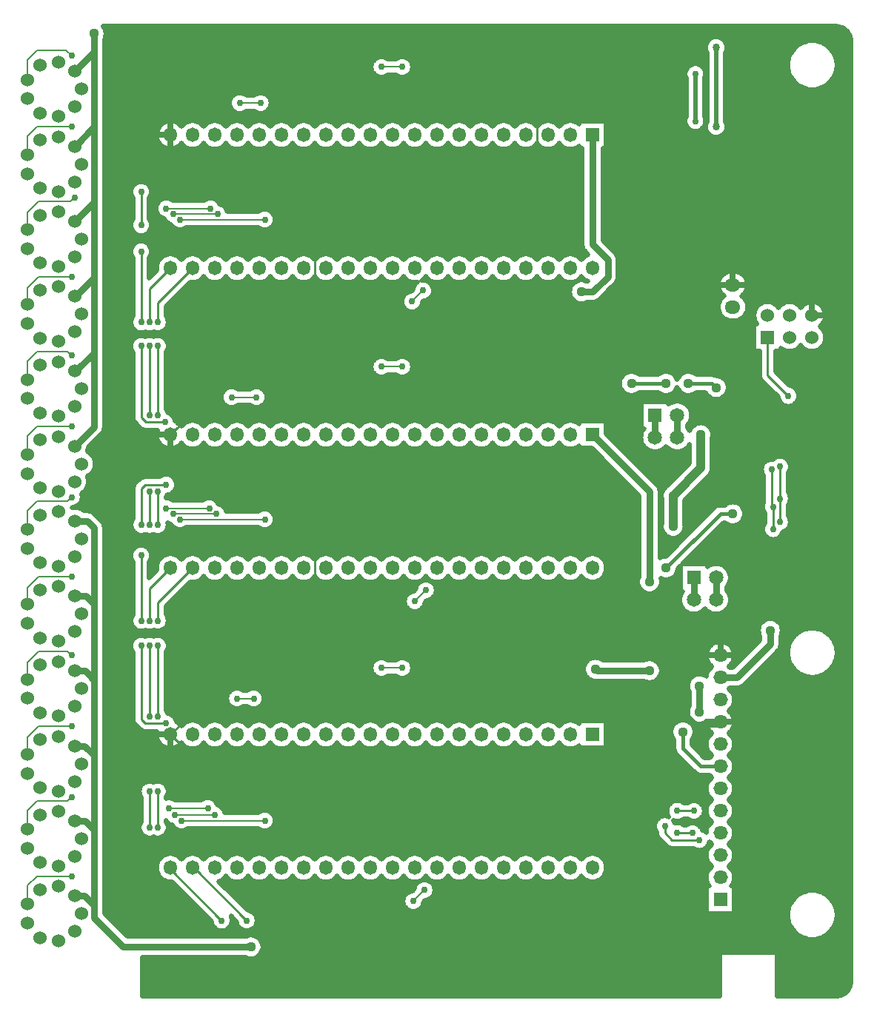
<source format=gbr>
G04 DipTrace 3.1.0.1*
G04 Panal-PCB-rev2-route-component2.Bottom.gbr*
%MOIN*%
G04 #@! TF.FileFunction,Copper,L2,Bot*
G04 #@! TF.Part,Single*
G04 #@! TA.AperFunction,ViaPad*
%ADD14C,0.03*%
G04 #@! TA.AperFunction,CopperBalancing*
%ADD15C,0.02*%
G04 #@! TA.AperFunction,Conductor*
%ADD16C,0.016*%
%ADD18C,0.01*%
%ADD19C,0.025*%
%ADD21C,0.04*%
%ADD22C,0.008*%
G04 #@! TA.AperFunction,CopperBalancing*
%ADD24C,0.025984*%
G04 #@! TA.AperFunction,ComponentPad*
%ADD30R,0.06X0.06*%
%ADD31C,0.06*%
%ADD32O,0.065X0.06*%
%ADD33C,0.065*%
%ADD34R,0.059055X0.059055*%
%ADD35O,0.07X0.06*%
%ADD40O,0.06X0.065*%
G04 #@! TA.AperFunction,ViaPad*
%ADD48C,0.034*%
%ADD49C,0.044*%
%FSLAX26Y26*%
G04*
G70*
G90*
G75*
G01*
G04 Bottom*
%LPD*%
X3521039Y1703146D2*
D14*
Y1821896D1*
X3596039Y4696896D2*
D15*
Y4340646D1*
X3614790Y1859396D2*
D14*
X3627290D1*
X3614790D2*
X3689790D1*
X3839790Y2009396D1*
Y2071896D1*
X3214790Y3184396D2*
D16*
X3371039D1*
X3471041D2*
X3577289D1*
X3596039Y3165646D1*
X3371039Y2353147D2*
X3614789Y2596896D1*
X3671039D1*
X3614790Y1459396D2*
X3527289D1*
X3446039Y1540646D1*
Y1615646D1*
X3827290Y3390646D2*
D18*
Y3221896D1*
X3921039Y3128147D1*
X1371039Y765646D2*
X1139790Y996895D1*
Y1003146D1*
X1046039Y1184396D2*
Y1346896D1*
X1046037Y1684396D2*
Y2003146D1*
X1046038Y2115646D2*
Y2259394D1*
X1139790Y2353146D1*
X1046039Y2546896D2*
Y2696896D1*
X1046041D1*
Y3040647D2*
Y3353147D1*
X1046042D1*
X1046041Y3459396D2*
Y3609398D1*
X1139790Y3703147D1*
X3489790Y1159396D2*
X3421039D1*
Y1259396D2*
X3496039D1*
X1239790Y1003146D2*
X1246042D1*
X1483541Y765647D1*
X1083541Y1184396D2*
Y1346895D1*
X1083542Y1346896D1*
X1083539Y1684396D2*
Y2003146D1*
Y2115646D2*
Y2196895D1*
X1239790Y2353146D1*
X1083539Y3459396D2*
Y3546896D1*
X1239790Y3703147D1*
X1083539Y3353147D2*
Y3040647D1*
Y2696896D2*
Y2546896D1*
X3171039Y1678147D2*
X3233541D1*
X3246039Y1690646D1*
Y1809396D1*
X3339790D1*
D19*
X3502290Y1646896D1*
X3614790D1*
D18*
Y1659396D1*
X3171039Y1678147D2*
Y1553146D1*
X3073772Y1455878D1*
X3058539Y1440646D1*
X1302290D1*
X1139790Y1603146D1*
X2852290Y828146D2*
Y909398D1*
X2871039Y928147D1*
X3177290D1*
X3208539Y959396D1*
Y1321110D1*
X3073772Y1455878D1*
X1139790Y4303147D2*
Y4259396D1*
X1302290Y4096896D1*
X1502290D1*
X1656942Y3942244D1*
X1789790Y3809396D1*
Y3546896D1*
X1723869Y3480975D1*
X1464790Y3221896D1*
X1408541D1*
X1139790Y2953146D1*
Y2896896D1*
X1264790Y2771896D1*
X1446041D1*
X1607004Y2610933D1*
X1789790Y2428147D1*
Y2278146D1*
X1258541Y1746896D1*
Y1721896D1*
X1139790Y1603146D1*
X3171041Y3428147D2*
X2711377D1*
X1776697D1*
X1723869Y3480975D1*
X2846039Y4446896D2*
Y4409396D1*
X2789790Y4353147D1*
Y4109396D1*
X2689790Y4009396D1*
X1724094D1*
X1656942Y3942244D1*
X3614790Y1959396D2*
X3283541D1*
X3193782Y2049155D1*
X3164790Y2078147D1*
X3364790Y4384396D2*
X3371039D1*
X3464790Y4290646D1*
X3596041D1*
X3627290D1*
X3802290Y4465646D1*
Y4571896D1*
X3796039Y4578147D1*
X3171041Y3428147D2*
Y3634396D1*
Y4340647D1*
X3214790Y4384396D1*
X3364790D1*
X3596041Y4203147D2*
Y4290646D1*
X3383541Y3634396D2*
X3171041D1*
X3383541Y3528147D2*
X3271041D1*
X3171041Y3428147D1*
X3383541Y3634396D2*
X3664790D1*
X3671039Y3628147D1*
X3952290Y2421896D2*
X3858541D1*
X3764790Y2515647D1*
Y2640646D1*
X3739790Y2665646D1*
X3677290D1*
X3671041Y2659396D1*
X3193782Y2049155D2*
X3367049D1*
X3427290Y2109396D1*
X3683539D1*
Y2253147D1*
X3677290Y2259396D1*
X3789790D1*
X3885301Y2354907D1*
X3952290Y2421896D1*
X4027290Y3490646D2*
X4121039D1*
Y3353146D1*
X3977290Y3209396D1*
Y2934398D1*
X3971039Y2928147D1*
X3677290Y3346896D2*
Y3121896D1*
X3710686Y3088500D1*
X3821039Y2978147D1*
X3921039D1*
X3971039Y2928147D1*
X3710686Y3088500D2*
Y2861542D1*
X3664790Y2815646D1*
Y2665647D1*
X3671041Y2659396D1*
X3208539Y2484396D2*
X3086336D1*
X2891188Y2679545D1*
X2858539Y2646896D1*
X1642967D1*
X1607004Y2610933D1*
X3614790Y1659396D2*
X3939790D1*
X4164790Y1884396D1*
Y2075417D1*
X3885301Y2354907D1*
X3152290Y2721896D2*
X2992188D1*
X2962864Y2751220D1*
X2891188Y2679545D1*
X3158541Y3028147D2*
X3111377D1*
X2711377Y3428147D1*
X3846039Y2796896D2*
Y2628147D1*
X3852290D1*
Y2528147D1*
X3883539Y2809396D2*
Y2665646D1*
X3883541D1*
Y2559396D1*
X3521041Y1128147D2*
X3396039D1*
X3364790Y1159396D1*
Y1190646D1*
X1008541Y2003147D2*
Y1671896D1*
X1027290Y1653147D1*
X1121041D1*
X1008539Y2115646D2*
Y2409396D1*
X1008541D1*
Y2546896D2*
Y2709396D1*
X1027290Y2728146D1*
X1121039D1*
X1114790Y3009396D2*
X1030932D1*
X1008541Y3031787D1*
Y3353146D1*
X1008539Y3459396D2*
Y3778146D1*
Y3896896D2*
Y4046896D1*
X1514790Y1765647D2*
D22*
X1439790D1*
Y1765646D1*
X696039Y1640646D2*
X546039D1*
X496039Y1590646D1*
Y1515647D1*
X496790Y1514896D1*
X1564790Y1215646D2*
X1189790D1*
X1308539Y1271896D2*
X1133541D1*
X1339790Y1240646D2*
X1158541D1*
X696039Y1321896D2*
X677290Y1303147D1*
X539790D1*
X496039Y1259396D1*
Y1178147D1*
X496790Y1177396D1*
X2283541Y903147D2*
X2233541Y853147D1*
X496790Y839896D2*
Y922646D1*
X539790Y965646D1*
X696039D1*
X2183541Y4609396D2*
X2089790D1*
X696039Y4659396D2*
X671039Y4684396D1*
X539790D1*
X496039Y4640646D1*
Y4553147D1*
X496790Y4552396D1*
X1546041Y4446896D2*
X1452290D1*
X696039Y4340646D2*
X539789D1*
X496039Y4296896D1*
Y4215647D1*
X496790Y4214896D1*
X1564790Y3921896D2*
X1183541D1*
X1321041Y3971896D2*
X1121039D1*
X1352290Y3946895D2*
X1152290D1*
X708541Y4021896D2*
X689791Y4003147D1*
X546039D1*
X496039Y3953147D1*
Y3878147D1*
X496790Y3877396D1*
X2277290Y3603147D2*
X2227290Y3553147D1*
X696039Y3665647D2*
Y3665646D1*
X546039D1*
X496039Y3615646D1*
Y3540647D1*
X496790Y3539896D1*
X2183539Y3259396D2*
X2089790D1*
X496790Y3202396D2*
Y3285147D1*
X539790Y3328147D1*
X677289D1*
X696039Y3309396D1*
X1527290Y3121896D2*
X1414790D1*
X696039Y2990647D2*
X539790D1*
X496039Y2946896D1*
Y2865647D1*
X496790Y2864896D1*
X1564790Y2571896D2*
X1183539D1*
X1121039Y2621896D2*
X1314790D1*
X1346041Y2596896D2*
X1152290D1*
X496790Y2527396D2*
Y2610147D1*
X539790Y2653147D1*
X677291D1*
X696041Y2671896D1*
X2289790Y2253147D2*
Y2253146D1*
X2239790Y2203146D1*
X696039Y2315646D2*
X546039D1*
X496039Y2265646D1*
Y2190647D1*
X496790Y2189896D1*
X2183541Y1903146D2*
X2089790D1*
Y1903147D1*
X696039Y1959396D2*
X677289Y1978147D1*
X546039D1*
X496039Y1928147D1*
Y1853147D1*
X496790Y1852396D1*
X3502290Y4365646D2*
D15*
Y4578147D1*
X3321039Y2940646D2*
D14*
Y3040646D1*
X796041Y4759396D2*
X796039D1*
Y4677568D1*
Y4339625D1*
Y4001824D1*
Y3660787D1*
Y3322013D1*
Y2988146D1*
X709790Y2901896D1*
Y3239396D2*
X713423D1*
X796039Y3322013D1*
X709790Y3576896D2*
X712148D1*
X796039Y3660787D1*
X709790Y3914396D2*
X796039Y4001824D1*
X709790Y4251896D2*
X796039Y4339625D1*
X709790Y4589396D2*
Y4591319D1*
X796039Y4677568D1*
X3421039Y2940646D2*
Y3040646D1*
X3496039Y2309396D2*
Y2209396D1*
X1502290Y646896D2*
X927290D1*
X796039Y778147D1*
Y834306D1*
Y1173804D1*
Y1509858D1*
Y1848579D1*
Y2190801D1*
Y2534396D1*
X766039Y2564396D1*
X709790D1*
Y2226896D2*
X759944D1*
X796039Y2190801D1*
X709790Y1889396D2*
X755222D1*
X796039Y1848579D1*
X709790Y1551896D2*
X754001D1*
X796039Y1509858D1*
X709790Y1214396D2*
X755448D1*
X796039Y1173804D1*
X709790Y876896D2*
X753449D1*
X796039Y834306D1*
X3596039Y2309396D2*
Y2209396D1*
X3402290Y2678147D2*
D21*
Y2540646D1*
X3527290Y2953146D2*
Y2803147D1*
X3402290Y2678147D1*
X3296039Y1890646D2*
D14*
X3058541D1*
X3052290Y1896896D1*
X3296041Y2290646D2*
Y2696895D1*
X3039790Y2953146D1*
X2989790Y3596896D2*
X3039790D1*
X3108539Y3665646D1*
Y3740647D1*
X3039790Y3809396D1*
Y4303147D1*
X696039Y4659396D3*
X2089790Y4609396D3*
X2183541D3*
X696039Y4340646D3*
X1452290Y4446896D3*
X1546041D3*
X708541Y4021896D3*
X1121039Y3971896D3*
X1321041D3*
X1152290Y3946895D3*
X1352290D3*
X1183541Y3921896D3*
X1564790D3*
X696039Y3665647D3*
X2277290Y3603147D3*
X2227290Y3553147D3*
X696039Y3309396D3*
X2089790Y3259396D3*
X2183539D3*
X696039Y2990647D3*
X1414790Y3121896D3*
X1527290D3*
X696041Y2671896D3*
X1121039Y2621896D3*
X1314790D3*
X1152290Y2596896D3*
X1346041D3*
X1183539Y2571896D3*
X1564790D3*
X696039Y2315646D3*
X2289790Y2253147D3*
X2239790Y2203146D3*
X696039Y1959396D3*
X2089790Y1903147D3*
X2183541Y1903146D3*
X696039Y1640646D3*
X1439790Y1765646D3*
X1514790Y1765647D3*
X696039Y1321896D3*
X1133541Y1271896D3*
X1158541Y1240646D3*
X1189790Y1215646D3*
X1308539Y1271896D3*
X1339790Y1240646D3*
X1564790Y1215646D3*
X696039Y965646D3*
X2283541Y903147D3*
X2233541Y853147D3*
X1483541Y765647D3*
X1371039Y765646D3*
X3489790Y1159396D3*
X3421039D3*
X3521041Y1128147D3*
X3364790Y1190646D3*
X1046039Y1184396D3*
X1083541D3*
X1046039Y1346896D3*
X1083542D3*
X1046037Y1684396D3*
X1083539D3*
X1046037Y2003146D3*
X1083539D3*
X1046038Y2115646D3*
X1083539D3*
X1046039Y2546896D3*
X1083539D3*
X1046041Y2696896D3*
X1083539D3*
X1046041Y3040647D3*
X1083539D3*
X1046041Y3459396D3*
X1083539D3*
X1046042Y3353147D3*
X1083539D3*
X1121041Y1653147D3*
X1008539Y2115646D3*
X1008541Y2003147D3*
Y2409396D3*
Y2546896D3*
X1121039Y2728146D3*
X1114790Y3009396D3*
D48*
X3689790Y4578147D3*
D14*
X1008541Y3353146D3*
X1008539Y3459396D3*
Y3778146D3*
Y3896896D3*
Y4046896D3*
X3421039Y1259396D3*
X3496039D3*
D49*
X796041Y4759396D3*
X1502290Y646896D3*
X3402290Y2678147D3*
Y2540646D3*
X3671041Y2659396D3*
X3446039Y1615646D3*
D14*
X3846039Y2796896D3*
X3883539Y2809396D3*
X3852290Y2628147D3*
X3883541Y2665646D3*
Y2559396D3*
X3852290Y2528147D3*
D49*
X3671039Y2596896D3*
X3521039Y1821896D3*
Y1703146D3*
D48*
X3171039Y1678147D3*
X2852290Y828146D3*
X3164790Y2078147D3*
X3158541Y3028147D3*
X3171041Y3428147D3*
X2846039Y4446896D3*
X3596039Y4340646D3*
Y4696896D3*
D49*
X3527290Y2953146D3*
D14*
X3502290Y4578147D3*
Y4365646D3*
D48*
X3796039Y4578147D3*
X3364790Y4384396D3*
X3596041Y4203147D3*
X3383541Y3634396D3*
Y3528147D3*
X3152290Y2721896D3*
X3952290Y2421896D3*
D49*
X3214790Y3184396D3*
X3371039D3*
X3471041D3*
X3596039Y3165646D3*
D14*
X3921039Y3128147D3*
D48*
X3971039Y2928147D3*
X3677290Y3346896D3*
D49*
X3839790Y2071896D3*
D48*
X3208539Y2484396D3*
D49*
X3371039Y2353147D3*
X3052290Y1896896D3*
X3296039Y1890646D3*
X3296041Y2290646D3*
X2989790Y3596896D3*
X848965Y4773281D2*
D15*
X4180328D1*
X850508Y4753412D2*
X4194180D1*
X844084Y4733543D2*
X3563336D1*
X3628734D2*
X4199921D1*
X843833Y4713675D2*
X3549269D1*
X3642799D2*
X3973025D1*
X4084929D2*
X4200602D1*
X843833Y4693806D2*
X3546327D1*
X3645743D2*
X3947404D1*
X4110550D2*
X4200602D1*
X843833Y4673937D2*
X3552104D1*
X3639965D2*
X3932297D1*
X4125622D2*
X4200602D1*
X843833Y4654068D2*
X2077694D1*
X2101896D2*
X2171424D1*
X2195626D2*
X3553252D1*
X3638853D2*
X3923038D1*
X4134916D2*
X4200602D1*
X843833Y4634199D2*
X2049274D1*
X2224047D2*
X3553252D1*
X3638853D2*
X3918087D1*
X4139832D2*
X4200602D1*
X843833Y4614331D2*
X2042240D1*
X2231080D2*
X3472226D1*
X3532385D2*
X3553252D1*
X3638853D2*
X3916866D1*
X4141051D2*
X4200602D1*
X843833Y4594462D2*
X2044501D1*
X2228856D2*
X3457476D1*
X3638853D2*
X3919307D1*
X4138612D2*
X4200602D1*
X843833Y4574593D2*
X2058030D1*
X2121562D2*
X2151759D1*
X2215327D2*
X3454642D1*
X3638853D2*
X3925587D1*
X4132332D2*
X4200602D1*
X843833Y4554724D2*
X3459487D1*
X3638853D2*
X3936602D1*
X4121352D2*
X4200602D1*
X843833Y4534856D2*
X3459487D1*
X3638853D2*
X3954365D1*
X4103552D2*
X4200602D1*
X843833Y4514987D2*
X3459487D1*
X3638853D2*
X3987127D1*
X4070790D2*
X4200602D1*
X843833Y4495118D2*
X3459487D1*
X3638853D2*
X4200602D1*
X843833Y4475249D2*
X1414339D1*
X1584016D2*
X3459487D1*
X3638853D2*
X4200602D1*
X843833Y4455381D2*
X1405297D1*
X1593059D2*
X3459487D1*
X3638853D2*
X4200602D1*
X843833Y4435512D2*
X1405942D1*
X1592413D2*
X3459487D1*
X3638853D2*
X4200602D1*
X843833Y4415643D2*
X1416815D1*
X1581504D2*
X3459487D1*
X3638853D2*
X4200602D1*
X843833Y4395774D2*
X3459487D1*
X3638853D2*
X4200602D1*
X843833Y4375906D2*
X3455647D1*
X3638853D2*
X4200602D1*
X843833Y4356037D2*
X1103761D1*
X1175798D2*
X1203770D1*
X1275807D2*
X1303780D1*
X1375816D2*
X1403753D1*
X1475825D2*
X1503762D1*
X1575799D2*
X1603772D1*
X1675808D2*
X1703781D1*
X1775818D2*
X1803755D1*
X1875827D2*
X1903764D1*
X1975801D2*
X2003773D1*
X2075810D2*
X2103782D1*
X2175819D2*
X2203756D1*
X2275828D2*
X2303765D1*
X2375801D2*
X2403774D1*
X2475810D2*
X2503783D1*
X2575819D2*
X2603756D1*
X2675828D2*
X2703765D1*
X2775802D2*
X2803774D1*
X2875811D2*
X2903783D1*
X3102133D2*
X3455504D1*
X3643302D2*
X4200602D1*
X843833Y4336168D2*
X1085210D1*
X3102133D2*
X3465228D1*
X3645635D2*
X4200602D1*
X843833Y4316299D2*
X1077925D1*
X3102133D2*
X3552894D1*
X3639176D2*
X4200602D1*
X843833Y4296430D2*
X1077135D1*
X3102133D2*
X3575895D1*
X3616210D2*
X4200602D1*
X843833Y4276562D2*
X1081980D1*
X3102133D2*
X4200602D1*
X843833Y4256693D2*
X1095795D1*
X1183801D2*
X1195769D1*
X1283810D2*
X1295778D1*
X1383782D2*
X1395787D1*
X1483791D2*
X1495787D1*
X1583801D2*
X1595786D1*
X1683810D2*
X1695778D1*
X1783783D2*
X1795787D1*
X1883793D2*
X1895797D1*
X1983802D2*
X1995770D1*
X2083811D2*
X2095780D1*
X2183785D2*
X2195789D1*
X2283794D2*
X2295810D1*
X2383803D2*
X2395765D1*
X2483812D2*
X2495806D1*
X2583786D2*
X2595790D1*
X2683795D2*
X2695799D1*
X2783804D2*
X2795773D1*
X2883814D2*
X2895782D1*
X3102133D2*
X4200602D1*
X843833Y4236824D2*
X2991987D1*
X3087600D2*
X4200602D1*
X843833Y4216955D2*
X2991987D1*
X3087600D2*
X4200602D1*
X843833Y4197087D2*
X2991987D1*
X3087600D2*
X4200602D1*
X843833Y4177218D2*
X2991987D1*
X3087600D2*
X4200602D1*
X843833Y4157349D2*
X2991987D1*
X3087600D2*
X4200602D1*
X843833Y4137480D2*
X2991987D1*
X3087600D2*
X4200602D1*
X843833Y4117612D2*
X2991987D1*
X3087600D2*
X4200602D1*
X843833Y4097743D2*
X2991987D1*
X3087600D2*
X4200602D1*
X843833Y4077874D2*
X972820D1*
X1044282D2*
X2991987D1*
X3087600D2*
X4200602D1*
X843833Y4058005D2*
X962091D1*
X1054976D2*
X2991987D1*
X3087600D2*
X4200602D1*
X843833Y4038136D2*
X961588D1*
X1055478D2*
X2991987D1*
X3087600D2*
X4200602D1*
X843833Y4018268D2*
X970739D1*
X1046328D2*
X2991987D1*
X3087600D2*
X4200602D1*
X843833Y3998399D2*
X970739D1*
X1046328D2*
X1081693D1*
X1360386D2*
X2991987D1*
X3087600D2*
X4200602D1*
X843833Y3978530D2*
X970739D1*
X1046328D2*
X1073727D1*
X1387407D2*
X2991987D1*
X3087600D2*
X4200602D1*
X843833Y3958661D2*
X970739D1*
X1046328D2*
X1075198D1*
X1398567D2*
X1535484D1*
X1594100D2*
X2991987D1*
X3087600D2*
X4200602D1*
X843833Y3938793D2*
X970739D1*
X1046328D2*
X1087398D1*
X1609350D2*
X2991987D1*
X3087600D2*
X4200602D1*
X843833Y3918924D2*
X966396D1*
X1050706D2*
X1114025D1*
X1612508D2*
X2991987D1*
X3087600D2*
X4200602D1*
X843833Y3899055D2*
X960799D1*
X1056303D2*
X1141835D1*
X1606480D2*
X2991987D1*
X3087600D2*
X4200602D1*
X843833Y3879186D2*
X964315D1*
X1052787D2*
X1165016D1*
X1202066D2*
X1546249D1*
X1583335D2*
X2991987D1*
X3087600D2*
X4200602D1*
X843833Y3859318D2*
X980356D1*
X1036711D2*
X2991987D1*
X3087600D2*
X4200602D1*
X843833Y3839449D2*
X2991987D1*
X3087600D2*
X4200602D1*
X843833Y3819580D2*
X987030D1*
X1030072D2*
X2991987D1*
X3096391D2*
X4200602D1*
X843833Y3799711D2*
X966146D1*
X1050957D2*
X2993028D1*
X3116235D2*
X4200602D1*
X843833Y3779843D2*
X960762D1*
X1056303D2*
X3002789D1*
X3136115D2*
X4200602D1*
X843833Y3759974D2*
X964495D1*
X1052572D2*
X1110508D1*
X1169088D2*
X1210482D1*
X1269097D2*
X1310491D1*
X1369106D2*
X1410500D1*
X1469079D2*
X1510509D1*
X1569088D2*
X1610482D1*
X1669098D2*
X1710491D1*
X1769108D2*
X1810500D1*
X1869080D2*
X1910474D1*
X1969089D2*
X2010483D1*
X2069098D2*
X2110492D1*
X2169072D2*
X2210501D1*
X2269081D2*
X2310475D1*
X2369091D2*
X2410484D1*
X2469100D2*
X2510493D1*
X2569073D2*
X2610503D1*
X2669083D2*
X2710476D1*
X2769092D2*
X2810486D1*
X2869101D2*
X2910495D1*
X2969075D2*
X3010504D1*
X3152047D2*
X4200602D1*
X843833Y3740105D2*
X970739D1*
X1046328D2*
X1087685D1*
X3156354D2*
X4200602D1*
X843833Y3720236D2*
X970739D1*
X1046328D2*
X1078751D1*
X3156354D2*
X4200602D1*
X843833Y3700367D2*
X970739D1*
X1046328D2*
X1076992D1*
X3156354D2*
X4200602D1*
X843833Y3680499D2*
X970739D1*
X1046328D2*
X1064504D1*
X3156354D2*
X3633130D1*
X3708970D2*
X4200602D1*
X843833Y3660630D2*
X970739D1*
X3156067D2*
X3612640D1*
X3729424D2*
X4200602D1*
X843833Y3640761D2*
X970739D1*
X1252303D2*
X1327283D1*
X1352277D2*
X1427293D1*
X1452286D2*
X1527303D1*
X1552295D2*
X1627276D1*
X1652304D2*
X1727285D1*
X1752277D2*
X1827294D1*
X1852286D2*
X1927303D1*
X1952295D2*
X2027277D1*
X2052304D2*
X2127286D1*
X2152278D2*
X2227295D1*
X2305432D2*
X2327269D1*
X2352297D2*
X2427278D1*
X2452306D2*
X2527287D1*
X2552280D2*
X2627297D1*
X2652289D2*
X2727270D1*
X2752298D2*
X2827280D1*
X2852307D2*
X2927289D1*
X3148997D2*
X3604567D1*
X3737534D2*
X4200602D1*
X843833Y3620892D2*
X970739D1*
X1210175D2*
X2233072D1*
X2321508D2*
X2940744D1*
X3130552D2*
X3603669D1*
X3738395D2*
X4200602D1*
X843833Y3601024D2*
X970739D1*
X1190295D2*
X2223958D1*
X2325025D2*
X2935147D1*
X3110673D2*
X3609626D1*
X3732438D2*
X4200602D1*
X843833Y3581155D2*
X970739D1*
X1170415D2*
X2189043D1*
X2319463D2*
X2937408D1*
X3090829D2*
X3625451D1*
X3716614D2*
X4200602D1*
X843833Y3561286D2*
X970739D1*
X1150571D2*
X2180215D1*
X2297861D2*
X2948819D1*
X3070591D2*
X3613071D1*
X3729029D2*
X4200602D1*
X843833Y3541417D2*
X970739D1*
X1130692D2*
X2181005D1*
X2273567D2*
X3604710D1*
X3737391D2*
X3791846D1*
X3862734D2*
X3891856D1*
X3962743D2*
X3991828D1*
X4062752D2*
X4200602D1*
X843833Y3521549D2*
X970739D1*
X1121325D2*
X2192129D1*
X2262442D2*
X3603597D1*
X3738467D2*
X3772934D1*
X4081664D2*
X4200602D1*
X843833Y3501680D2*
X970739D1*
X1121325D2*
X3609303D1*
X3732761D2*
X3765507D1*
X4089092D2*
X4200602D1*
X843833Y3481811D2*
X966612D1*
X1125488D2*
X3624661D1*
X3717403D2*
X3765148D1*
X4089450D2*
X4200602D1*
X843833Y3461942D2*
X960799D1*
X1131265D2*
X3771678D1*
X4082883D2*
X4200602D1*
X843833Y3442073D2*
X964136D1*
X1127928D2*
X3764503D1*
X4065874D2*
X4200602D1*
X843833Y3422205D2*
X979818D1*
X1112283D2*
X3764503D1*
X4081269D2*
X4200602D1*
X843833Y3402336D2*
X3764503D1*
X4088948D2*
X4200602D1*
X843833Y3382467D2*
X971349D1*
X1120715D2*
X3764503D1*
X4089522D2*
X4200602D1*
X843833Y3362598D2*
X961732D1*
X1130369D2*
X3764503D1*
X4083243D2*
X4200602D1*
X843833Y3342730D2*
X961948D1*
X1130154D2*
X3764503D1*
X3966726D2*
X3987881D1*
X4066699D2*
X4200602D1*
X843833Y3322861D2*
X970739D1*
X1121325D2*
X3789478D1*
X3865102D2*
X4200602D1*
X843833Y3302992D2*
X970739D1*
X1121325D2*
X2073747D1*
X2105844D2*
X2167512D1*
X2199573D2*
X3789478D1*
X3865102D2*
X4200602D1*
X843833Y3283123D2*
X970739D1*
X1121325D2*
X2048629D1*
X2224728D2*
X3789478D1*
X3865102D2*
X4200602D1*
X843833Y3263255D2*
X970739D1*
X1121325D2*
X2042169D1*
X2231188D2*
X3789478D1*
X3865102D2*
X4200602D1*
X843833Y3243386D2*
X970739D1*
X1121325D2*
X2044896D1*
X2228461D2*
X3789478D1*
X3865102D2*
X4200602D1*
X843833Y3223517D2*
X970739D1*
X1121325D2*
X2059322D1*
X2120269D2*
X2153087D1*
X2213999D2*
X3177329D1*
X3252236D2*
X3333570D1*
X3408512D2*
X3433579D1*
X3508486D2*
X3789478D1*
X3878307D2*
X4200602D1*
X843833Y3203648D2*
X970739D1*
X1121325D2*
X3163622D1*
X3634690D2*
X3794501D1*
X3898152D2*
X4200602D1*
X843833Y3183780D2*
X970739D1*
X1121325D2*
X3159997D1*
X3647644D2*
X3812766D1*
X3918031D2*
X4200602D1*
X843833Y3163911D2*
X970739D1*
X1121325D2*
X1394567D1*
X1435025D2*
X1507064D1*
X1547522D2*
X3164123D1*
X3650802D2*
X3832646D1*
X3951655D2*
X4200602D1*
X843833Y3144042D2*
X970739D1*
X1121325D2*
X1372714D1*
X1569375D2*
X3178728D1*
X3250837D2*
X3335004D1*
X3407076D2*
X3434978D1*
X3507085D2*
X3545860D1*
X3646209D2*
X3852526D1*
X3966009D2*
X4200602D1*
X843833Y3124173D2*
X970739D1*
X1121325D2*
X1367043D1*
X1575046D2*
X3561362D1*
X3630707D2*
X3872370D1*
X3968664D2*
X4200602D1*
X843833Y3104304D2*
X970739D1*
X1121325D2*
X1370488D1*
X1571564D2*
X3879941D1*
X3962133D2*
X4200602D1*
X843833Y3084436D2*
X970739D1*
X1121325D2*
X1386457D1*
X1443135D2*
X1498954D1*
X1555633D2*
X3258714D1*
X3468761D2*
X3905383D1*
X3936727D2*
X4200602D1*
X843833Y3064567D2*
X970739D1*
X1124591D2*
X3258714D1*
X3481644D2*
X4200602D1*
X843833Y3044698D2*
X970739D1*
X1145978D2*
X3258714D1*
X3486201D2*
X4200602D1*
X843833Y3024829D2*
X971420D1*
X1159902D2*
X3258714D1*
X3484335D2*
X4200602D1*
X843833Y3004961D2*
X982724D1*
X1177341D2*
X1202227D1*
X1277350D2*
X1302238D1*
X1377360D2*
X1402210D1*
X1477369D2*
X1502219D1*
X1577343D2*
X1602228D1*
X1677352D2*
X1702238D1*
X1777361D2*
X1802211D1*
X1877370D2*
X1902220D1*
X1977343D2*
X2002230D1*
X2077352D2*
X2102239D1*
X2177361D2*
X2202213D1*
X2277335D2*
X2302222D1*
X2377344D2*
X2402231D1*
X2477353D2*
X2502240D1*
X2577362D2*
X2602214D1*
X2677336D2*
X2702223D1*
X2777345D2*
X2802232D1*
X2877354D2*
X2902241D1*
X3102133D2*
X3258714D1*
X3475328D2*
X3515143D1*
X3539453D2*
X4200602D1*
X843726Y2985092D2*
X1002604D1*
X3102133D2*
X3258714D1*
X3468833D2*
X3483241D1*
X3571319D2*
X4200602D1*
X837697Y2965223D2*
X1077745D1*
X3102133D2*
X3260688D1*
X3580684D2*
X4200602D1*
X820007Y2945354D2*
X1077207D1*
X3114369D2*
X3255916D1*
X3581509D2*
X4200602D1*
X800163Y2925486D2*
X1082446D1*
X3134213D2*
X3257566D1*
X3580075D2*
X4200602D1*
X780282Y2905617D2*
X1096944D1*
X1182652D2*
X1196953D1*
X1282661D2*
X1296927D1*
X1382634D2*
X1396936D1*
X1482643D2*
X1496945D1*
X1582652D2*
X1596954D1*
X1682626D2*
X1696927D1*
X1782635D2*
X1796936D1*
X1882644D2*
X1896945D1*
X1982654D2*
X1996919D1*
X2082627D2*
X2096928D1*
X2182636D2*
X2196937D1*
X2282646D2*
X2296946D1*
X2382655D2*
X2396920D1*
X2482629D2*
X2496929D1*
X2582638D2*
X2596938D1*
X2682647D2*
X2696948D1*
X2782656D2*
X2796921D1*
X2882629D2*
X2896930D1*
X3154093D2*
X3266322D1*
X3580075D2*
X4200602D1*
X770415Y2885748D2*
X3040430D1*
X3173972D2*
X3287529D1*
X3354542D2*
X3387539D1*
X3454551D2*
X3474486D1*
X3580075D2*
X4200602D1*
X783764Y2865879D2*
X3060276D1*
X3193816D2*
X3474486D1*
X3580075D2*
X4200602D1*
X797614Y2846010D2*
X3080155D1*
X3213697D2*
X3474486D1*
X3580075D2*
X3854033D1*
X3913043D2*
X4200602D1*
X802459Y2826142D2*
X3100034D1*
X3233576D2*
X3474486D1*
X3580075D2*
X3808783D1*
X3928151D2*
X4200602D1*
X800556Y2806273D2*
X3119878D1*
X3253420D2*
X3456580D1*
X3580075D2*
X3799202D1*
X3931238D2*
X4200602D1*
X791155Y2786404D2*
X3139759D1*
X3273301D2*
X3436699D1*
X3577239D2*
X3799453D1*
X3925136D2*
X4200602D1*
X767364Y2766535D2*
X1094072D1*
X1148024D2*
X3159638D1*
X3293180D2*
X3416820D1*
X3564537D2*
X3808245D1*
X3921333D2*
X4200602D1*
X772388Y2746667D2*
X993167D1*
X1164925D2*
X3179482D1*
X3313024D2*
X3396976D1*
X3544656D2*
X3808245D1*
X3921333D2*
X4200602D1*
X770701Y2726798D2*
X975260D1*
X1168836D2*
X3199362D1*
X3332724D2*
X3377096D1*
X3524777D2*
X3808245D1*
X3921333D2*
X4200602D1*
X761514Y2706929D2*
X970739D1*
X1163633D2*
X3219241D1*
X3342736D2*
X3356033D1*
X3504896D2*
X3808245D1*
X3921333D2*
X4200602D1*
X741240Y2687060D2*
X970739D1*
X1143287D2*
X3239122D1*
X3485052D2*
X3808245D1*
X3926034D2*
X4200602D1*
X743609Y2667192D2*
X970739D1*
X1129831D2*
X1306005D1*
X1323576D2*
X3248236D1*
X3465173D2*
X3808245D1*
X3931308D2*
X4200602D1*
X736684Y2647323D2*
X970739D1*
X1354896D2*
X3248236D1*
X3455089D2*
X3653369D1*
X3688696D2*
X3808245D1*
X3927505D2*
X4200602D1*
X709125Y2627454D2*
X970739D1*
X1382168D2*
X3248236D1*
X3455089D2*
X3588885D1*
X3716112D2*
X3804513D1*
X3921333D2*
X4200602D1*
X783297Y2607585D2*
X970739D1*
X1392575D2*
X1534084D1*
X1595499D2*
X3248236D1*
X3455089D2*
X3568610D1*
X3724760D2*
X3809357D1*
X3921333D2*
X4200602D1*
X809492Y2587717D2*
X970739D1*
X1609781D2*
X3248236D1*
X3455089D2*
X3548731D1*
X3725046D2*
X3814488D1*
X3921549D2*
X4200602D1*
X829371Y2567848D2*
X965823D1*
X1612400D2*
X3248236D1*
X3455089D2*
X3528887D1*
X3717115D2*
X3814488D1*
X3930555D2*
X4200602D1*
X841787Y2547979D2*
X960762D1*
X1131337D2*
X1142480D1*
X1605833D2*
X3248236D1*
X3456560D2*
X3509007D1*
X3622740D2*
X3649171D1*
X3692930D2*
X3808999D1*
X3929909D2*
X4200602D1*
X843833Y2528110D2*
X964782D1*
X1127319D2*
X1168102D1*
X1198979D2*
X1549371D1*
X1580213D2*
X3248236D1*
X3455592D2*
X3489127D1*
X3602861D2*
X3804478D1*
X3919000D2*
X4200602D1*
X843833Y2508241D2*
X981971D1*
X1110094D2*
X3248236D1*
X3343849D2*
X3358615D1*
X3445975D2*
X3469247D1*
X3583017D2*
X3809034D1*
X3895531D2*
X4200602D1*
X843833Y2488373D2*
X3248236D1*
X3343849D2*
X3392849D1*
X3411741D2*
X3449403D1*
X3563136D2*
X3827587D1*
X3876980D2*
X4200602D1*
X843833Y2468504D2*
X3248236D1*
X3343849D2*
X3429524D1*
X3543257D2*
X4200602D1*
X843833Y2448635D2*
X982903D1*
X1034163D2*
X3248236D1*
X3343849D2*
X3409643D1*
X3523413D2*
X4200602D1*
X843833Y2428766D2*
X965033D1*
X1052033D2*
X3248236D1*
X3343849D2*
X3389799D1*
X3503533D2*
X4200602D1*
X843833Y2408898D2*
X960727D1*
X1056340D2*
X1108462D1*
X1171133D2*
X1208436D1*
X1271142D2*
X1308445D1*
X1371115D2*
X1408454D1*
X1471125D2*
X1508463D1*
X1571134D2*
X1608437D1*
X1671143D2*
X1708446D1*
X1771117D2*
X1808455D1*
X1871126D2*
X1908465D1*
X1971135D2*
X2008438D1*
X2071144D2*
X2108448D1*
X2171118D2*
X2208457D1*
X2271127D2*
X2308466D1*
X2371136D2*
X2408438D1*
X2471146D2*
X2508448D1*
X2571118D2*
X2608457D1*
X2671127D2*
X2708466D1*
X2771136D2*
X2808440D1*
X2871146D2*
X2908449D1*
X2971119D2*
X3008458D1*
X3071129D2*
X3248236D1*
X3343849D2*
X3369920D1*
X3483654D2*
X4200602D1*
X843833Y2389029D2*
X965535D1*
X1051567D2*
X1086967D1*
X3092588D2*
X3248236D1*
X3463810D2*
X4200602D1*
X843833Y2369160D2*
X970739D1*
X1046328D2*
X1078499D1*
X3101056D2*
X3248236D1*
X3558365D2*
X3573168D1*
X3618902D2*
X4200602D1*
X843833Y2349291D2*
X970739D1*
X1046328D2*
X1076992D1*
X3102563D2*
X3248236D1*
X3647177D2*
X4200602D1*
X843833Y2329423D2*
X970739D1*
X1046328D2*
X1063428D1*
X3098760D2*
X3248236D1*
X3420210D2*
X3433722D1*
X3658087D2*
X4200602D1*
X843833Y2309554D2*
X970739D1*
X3086594D2*
X3244756D1*
X3402843D2*
X3433722D1*
X3661352D2*
X4200602D1*
X843833Y2289685D2*
X970739D1*
X1228942D2*
X2260165D1*
X2319391D2*
X3241239D1*
X3350846D2*
X3433722D1*
X3658194D2*
X4200602D1*
X843833Y2269816D2*
X970739D1*
X1209098D2*
X2245130D1*
X2334462D2*
X3245509D1*
X3346576D2*
X3433722D1*
X3647429D2*
X4200602D1*
X843833Y2249948D2*
X970739D1*
X1189219D2*
X2235369D1*
X2337476D2*
X3260402D1*
X3331684D2*
X3433722D1*
X3646639D2*
X4200602D1*
X843833Y2230079D2*
X970739D1*
X1169339D2*
X2200741D1*
X2331340D2*
X3434224D1*
X3657871D2*
X4200602D1*
X843833Y2210210D2*
X970739D1*
X1149495D2*
X2192524D1*
X2307728D2*
X3430743D1*
X3661352D2*
X4200602D1*
X843833Y2190341D2*
X970739D1*
X1129615D2*
X2193815D1*
X2285768D2*
X3433686D1*
X3658409D2*
X4200602D1*
X843833Y2170472D2*
X970739D1*
X1121325D2*
X2205693D1*
X2273890D2*
X3444129D1*
X3647967D2*
X4200602D1*
X843833Y2150604D2*
X970739D1*
X1121325D2*
X3470575D1*
X3521512D2*
X3570584D1*
X3621484D2*
X4200602D1*
X843833Y2130735D2*
X963311D1*
X1128790D2*
X4200602D1*
X843833Y2110866D2*
X960978D1*
X1131087D2*
X3802181D1*
X3877411D2*
X4200602D1*
X843833Y2090997D2*
X967940D1*
X1124125D2*
X3788580D1*
X3891010D2*
X4200602D1*
X843833Y2071129D2*
X995786D1*
X1021316D2*
X1033285D1*
X1058815D2*
X1070783D1*
X1096315D2*
X3784992D1*
X3894600D2*
X3978982D1*
X4078936D2*
X4200602D1*
X843833Y2051260D2*
X3789190D1*
X3890400D2*
X3950490D1*
X4107428D2*
X4200602D1*
X843833Y2031391D2*
X970488D1*
X1121577D2*
X3791990D1*
X3887602D2*
X3934235D1*
X4123719D2*
X4200602D1*
X843833Y2011522D2*
X961517D1*
X1130584D2*
X3578980D1*
X3650587D2*
X3775160D1*
X3887602D2*
X3924186D1*
X4133768D2*
X4200602D1*
X843833Y1991654D2*
X962198D1*
X1129866D2*
X3558743D1*
X3670825D2*
X3755280D1*
X3884013D2*
X3918589D1*
X4139329D2*
X4200602D1*
X843833Y1971785D2*
X970739D1*
X1121325D2*
X3550776D1*
X3678828D2*
X3735400D1*
X3868942D2*
X3916831D1*
X4141088D2*
X4200602D1*
X843833Y1951916D2*
X970739D1*
X1121325D2*
X3549950D1*
X3679617D2*
X3715556D1*
X3849098D2*
X3918660D1*
X4139257D2*
X4200602D1*
X843833Y1932047D2*
X970739D1*
X1121325D2*
X2052252D1*
X2221068D2*
X3010899D1*
X3330823D2*
X3555979D1*
X3673588D2*
X3695676D1*
X3829218D2*
X3924331D1*
X4133588D2*
X4200602D1*
X843833Y1912178D2*
X970739D1*
X1121325D2*
X2042887D1*
X2230434D2*
X2999739D1*
X3346253D2*
X3571983D1*
X3657584D2*
X3675797D1*
X3809339D2*
X3934486D1*
X4123433D2*
X4200602D1*
X843833Y1892310D2*
X970739D1*
X1121325D2*
X2043281D1*
X2230039D2*
X2997693D1*
X3350810D2*
X3559173D1*
X3789458D2*
X3950957D1*
X4106997D2*
X4200602D1*
X843833Y1872441D2*
X970739D1*
X1121325D2*
X2053795D1*
X2219525D2*
X3003507D1*
X3347617D2*
X3503768D1*
X3538304D2*
X3550920D1*
X3769614D2*
X3979879D1*
X4078075D2*
X4200602D1*
X843833Y1852572D2*
X970739D1*
X1121325D2*
X3021592D1*
X3334626D2*
X3476066D1*
X3749735D2*
X4200602D1*
X843833Y1832703D2*
X970739D1*
X1121325D2*
X3467345D1*
X3729854D2*
X4200602D1*
X843833Y1812835D2*
X970739D1*
X1121325D2*
X3467022D1*
X3658374D2*
X4200602D1*
X843833Y1792966D2*
X970739D1*
X1121325D2*
X1401026D1*
X1553551D2*
X3473230D1*
X3670000D2*
X4200602D1*
X843833Y1773097D2*
X970739D1*
X1121325D2*
X1392593D1*
X1561983D2*
X3473230D1*
X3678541D2*
X4200602D1*
X843833Y1753228D2*
X970739D1*
X1121325D2*
X1393706D1*
X1560871D2*
X3473230D1*
X3679761D2*
X4200602D1*
X843833Y1733360D2*
X970739D1*
X1121325D2*
X1405297D1*
X1549281D2*
X3473230D1*
X3674235D2*
X4200602D1*
X843833Y1713491D2*
X970739D1*
X1121325D2*
X3467273D1*
X3659163D2*
X4200602D1*
X843833Y1693622D2*
X970739D1*
X1144471D2*
X3467094D1*
X3669534D2*
X4200602D1*
X843833Y1673753D2*
X970739D1*
X1163957D2*
X3475168D1*
X3678361D2*
X4200602D1*
X843833Y1653885D2*
X975619D1*
X1178812D2*
X1200793D1*
X1278786D2*
X1300765D1*
X1378795D2*
X1400774D1*
X1478804D2*
X1500783D1*
X1578814D2*
X1600794D1*
X1678786D2*
X1700766D1*
X1778795D2*
X1800776D1*
X1878804D2*
X1900785D1*
X1978814D2*
X2000794D1*
X2078787D2*
X2100768D1*
X2178797D2*
X2200777D1*
X2278806D2*
X2300786D1*
X2378815D2*
X2400795D1*
X2478789D2*
X2500769D1*
X2578798D2*
X2600778D1*
X2678807D2*
X2700787D1*
X2778816D2*
X2800797D1*
X2878790D2*
X2900770D1*
X3102133D2*
X3407634D1*
X3484442D2*
X3500035D1*
X3679832D2*
X4200602D1*
X843833Y1634016D2*
X993777D1*
X3102133D2*
X3394537D1*
X3497541D2*
X3555046D1*
X3674521D2*
X4200602D1*
X843833Y1614147D2*
X1077602D1*
X3102133D2*
X3391270D1*
X3500806D2*
X3569686D1*
X3659916D2*
X4200602D1*
X843833Y1594278D2*
X1077315D1*
X3102133D2*
X3395756D1*
X3496320D2*
X3560500D1*
X3669102D2*
X4200602D1*
X843833Y1574409D2*
X1082949D1*
X3102133D2*
X3405230D1*
X3486848D2*
X3551386D1*
X3678218D2*
X4200602D1*
X843833Y1554541D2*
X1098164D1*
X1181432D2*
X1198136D1*
X1281441D2*
X1298146D1*
X1381415D2*
X1398155D1*
X1481424D2*
X1498164D1*
X1581433D2*
X1598138D1*
X1681442D2*
X1698147D1*
X1781415D2*
X1798156D1*
X1881424D2*
X1898165D1*
X1981434D2*
X1998139D1*
X2081444D2*
X2098148D1*
X2181416D2*
X2198157D1*
X2281425D2*
X2298167D1*
X2381434D2*
X2398140D1*
X2481408D2*
X2498150D1*
X2581417D2*
X2598159D1*
X2681427D2*
X2698168D1*
X2781436D2*
X2798140D1*
X2881409D2*
X2898150D1*
X3102133D2*
X3405230D1*
X3489000D2*
X3549699D1*
X3679904D2*
X4200602D1*
X843833Y1534672D2*
X3405696D1*
X3508881D2*
X3554759D1*
X3674844D2*
X4200602D1*
X843833Y1514803D2*
X3415098D1*
X3528760D2*
X3568970D1*
X3660634D2*
X4200602D1*
X843833Y1494934D2*
X3434870D1*
X3668636D2*
X4200602D1*
X843833Y1475066D2*
X3454749D1*
X3678038D2*
X4200602D1*
X843833Y1455197D2*
X3474630D1*
X3679940D2*
X4200602D1*
X843833Y1435328D2*
X3494474D1*
X3675131D2*
X4200602D1*
X843833Y1415459D2*
X3568252D1*
X3661316D2*
X4200602D1*
X843833Y1395591D2*
X3561433D1*
X3668134D2*
X4200602D1*
X843833Y1375722D2*
X1008453D1*
X1121146D2*
X3551709D1*
X3677858D2*
X4200602D1*
X843833Y1355853D2*
X999123D1*
X1130440D2*
X3549592D1*
X3679976D2*
X4200602D1*
X843833Y1335984D2*
X999554D1*
X1130009D2*
X3554185D1*
X3675419D2*
X4200602D1*
X843833Y1316115D2*
X1008238D1*
X1147486D2*
X1294593D1*
X1322457D2*
X3567605D1*
X3661997D2*
X4200602D1*
X843833Y1296247D2*
X1008238D1*
X1349333D2*
X3391845D1*
X3450245D2*
X3466843D1*
X3525243D2*
X3561936D1*
X3667668D2*
X4200602D1*
X843833Y1276378D2*
X1008238D1*
X1370433D2*
X3376487D1*
X3540566D2*
X3551925D1*
X3677680D2*
X4200602D1*
X843833Y1256509D2*
X1008238D1*
X1384752D2*
X1542122D1*
X1587461D2*
X3373328D1*
X3680012D2*
X4200602D1*
X843833Y1236640D2*
X1008238D1*
X1607484D2*
X3379285D1*
X3537803D2*
X3553898D1*
X3675669D2*
X4200602D1*
X843833Y1216772D2*
X1008238D1*
X1612580D2*
X3325172D1*
X3439803D2*
X3477285D1*
X3514801D2*
X3566924D1*
X3662644D2*
X4200602D1*
X843833Y1196903D2*
X999984D1*
X1129615D2*
X1142983D1*
X1608597D2*
X3317421D1*
X3449312D2*
X3461509D1*
X3518067D2*
X3562438D1*
X3667130D2*
X4200602D1*
X843833Y1177034D2*
X998836D1*
X1130727D2*
X1163150D1*
X1216419D2*
X1538139D1*
X1591408D2*
X3319072D1*
X3534071D2*
X3552104D1*
X3677465D2*
X4200602D1*
X843833Y1157165D2*
X1007197D1*
X1122366D2*
X3327073D1*
X3680047D2*
X4200602D1*
X843833Y1137297D2*
X3334609D1*
X3675921D2*
X4200602D1*
X843833Y1117428D2*
X3354130D1*
X3663290D2*
X4200602D1*
X843833Y1097559D2*
X3375446D1*
X3666627D2*
X4200602D1*
X843833Y1077690D2*
X3552319D1*
X3677285D2*
X4200602D1*
X843833Y1057822D2*
X1106560D1*
X1172999D2*
X1206570D1*
X1273008D2*
X1306579D1*
X1373017D2*
X1406588D1*
X1472991D2*
X1506562D1*
X1573000D2*
X1606571D1*
X1673009D2*
X1706580D1*
X1773018D2*
X1806589D1*
X1872992D2*
X1906563D1*
X1973001D2*
X2006572D1*
X2073010D2*
X2106581D1*
X2173020D2*
X2206591D1*
X2272992D2*
X2306563D1*
X2373003D2*
X2406572D1*
X2473012D2*
X2506581D1*
X2573021D2*
X2606591D1*
X2672993D2*
X2706564D1*
X2773003D2*
X2806573D1*
X2873012D2*
X2906583D1*
X2973021D2*
X3006592D1*
X3072995D2*
X3549520D1*
X3680084D2*
X4200602D1*
X843833Y1037953D2*
X1086286D1*
X3093306D2*
X3553395D1*
X3676172D2*
X4200602D1*
X843833Y1018084D2*
X1078283D1*
X3101307D2*
X3565668D1*
X3663900D2*
X4200602D1*
X843833Y998215D2*
X1077028D1*
X3102528D2*
X3563479D1*
X3666089D2*
X4200602D1*
X843833Y978346D2*
X1081226D1*
X3098365D2*
X3552534D1*
X3677070D2*
X4200602D1*
X843833Y958478D2*
X1094001D1*
X3085591D2*
X3549484D1*
X3680084D2*
X4200602D1*
X843833Y938609D2*
X1145459D1*
X1363220D2*
X2252558D1*
X2314510D2*
X3553144D1*
X3676424D2*
X4200602D1*
X843833Y918740D2*
X1165303D1*
X1383064D2*
X2238491D1*
X2328613D2*
X3551996D1*
X3677608D2*
X4200602D1*
X843833Y898871D2*
X1185182D1*
X1402945D2*
X2228049D1*
X2331125D2*
X3551996D1*
X3677608D2*
X4005285D1*
X4052633D2*
X4200602D1*
X843833Y879003D2*
X1205063D1*
X1422824D2*
X2193744D1*
X2324450D2*
X3551996D1*
X3677608D2*
X3960896D1*
X4097022D2*
X4200602D1*
X843833Y859134D2*
X1224907D1*
X1442668D2*
X2186136D1*
X2298219D2*
X3551996D1*
X3677608D2*
X3940514D1*
X4117404D2*
X4200602D1*
X843833Y839265D2*
X1244786D1*
X1462549D2*
X2187895D1*
X2279201D2*
X3551996D1*
X3677608D2*
X3928026D1*
X4129892D2*
X4200602D1*
X843833Y819396D2*
X1264667D1*
X1482428D2*
X2200597D1*
X2266497D2*
X3551996D1*
X3677608D2*
X3920598D1*
X4137356D2*
X4200602D1*
X843833Y799528D2*
X1284546D1*
X1516375D2*
X3551996D1*
X3677608D2*
X3917154D1*
X4140765D2*
X4200602D1*
X861308Y779659D2*
X1304390D1*
X1529150D2*
X3917404D1*
X4140513D2*
X4200602D1*
X881152Y759790D2*
X1323623D1*
X1418446D2*
X1436121D1*
X1530979D2*
X3921316D1*
X4136602D2*
X4200602D1*
X901033Y739921D2*
X1331160D1*
X1410948D2*
X1443656D1*
X1523444D2*
X3929354D1*
X4128600D2*
X4200602D1*
X920912Y720052D2*
X1364676D1*
X1377396D2*
X1477209D1*
X1489861D2*
X3942631D1*
X4115287D2*
X4200602D1*
X940756Y700184D2*
X3964521D1*
X4093433D2*
X4200602D1*
X1545154Y680315D2*
X4200602D1*
X1555308Y660446D2*
X4200602D1*
X1556709Y640577D2*
X4200602D1*
X1550142Y620709D2*
X3609984D1*
X3870987D2*
X4200602D1*
X1016651Y600840D2*
X1474482D1*
X1530118D2*
X3609984D1*
X3870987D2*
X4200602D1*
X1016651Y580971D2*
X3609984D1*
X3870987D2*
X4200602D1*
X1016651Y561102D2*
X3609984D1*
X3870987D2*
X4200602D1*
X1016651Y541234D2*
X3609984D1*
X3870987D2*
X4200602D1*
X1016651Y521365D2*
X3609984D1*
X3870987D2*
X4200602D1*
X1016651Y501496D2*
X3609984D1*
X3870987D2*
X4200602D1*
X1016651Y481627D2*
X3609984D1*
X3870987D2*
X4199634D1*
X1016651Y461759D2*
X3609984D1*
X3870987D2*
X4193210D1*
X1016651Y441890D2*
X3609984D1*
X3870987D2*
X4178139D1*
X4138755Y1963354D2*
X4137739Y1954766D1*
X4136051Y1946285D1*
X4133705Y1937962D1*
X4130711Y1929849D1*
X4127091Y1921996D1*
X4122866Y1914451D1*
X4118062Y1907261D1*
X4112707Y1900470D1*
X4106837Y1894121D1*
X4100488Y1888251D1*
X4093697Y1882896D1*
X4086507Y1878092D1*
X4078962Y1873867D1*
X4071109Y1870247D1*
X4062996Y1867253D1*
X4054673Y1864907D1*
X4046192Y1863219D1*
X4037604Y1862203D1*
X4028963Y1861864D1*
X4020323Y1862203D1*
X4011735Y1863219D1*
X4003253Y1864907D1*
X3994930Y1867253D1*
X3986818Y1870247D1*
X3978965Y1873867D1*
X3971420Y1878092D1*
X3964230Y1882896D1*
X3957438Y1888251D1*
X3951089Y1894121D1*
X3945219Y1900470D1*
X3939865Y1907261D1*
X3935060Y1914451D1*
X3930836Y1921996D1*
X3927215Y1929849D1*
X3924222Y1937962D1*
X3921875Y1946285D1*
X3920188Y1954766D1*
X3919172Y1963354D1*
X3918832Y1971995D1*
X3919172Y1980635D1*
X3920188Y1989223D1*
X3921875Y1997705D1*
X3924222Y2006028D1*
X3927215Y2014140D1*
X3930836Y2021993D1*
X3935060Y2029538D1*
X3939865Y2036728D1*
X3945219Y2043520D1*
X3951089Y2049869D1*
X3957438Y2055739D1*
X3964230Y2061093D1*
X3971420Y2065898D1*
X3978965Y2070122D1*
X3986818Y2073743D1*
X3994930Y2076736D1*
X4003253Y2079083D1*
X4011735Y2080770D1*
X4020323Y2081786D1*
X4028963Y2082126D1*
X4037604Y2081786D1*
X4046192Y2080770D1*
X4054673Y2079083D1*
X4062996Y2076736D1*
X4071109Y2073743D1*
X4078962Y2070122D1*
X4086507Y2065898D1*
X4093697Y2061093D1*
X4100488Y2055739D1*
X4106837Y2049869D1*
X4112707Y2043520D1*
X4118062Y2036728D1*
X4122866Y2029538D1*
X4127091Y2021993D1*
X4130711Y2014140D1*
X4133705Y2006028D1*
X4136051Y1997705D1*
X4137739Y1989223D1*
X4138755Y1980635D1*
X4139094Y1971995D1*
X4138755Y1963354D1*
Y782252D2*
X4137739Y773664D1*
X4136051Y765182D1*
X4133705Y756860D1*
X4130711Y748747D1*
X4127091Y740894D1*
X4122866Y733349D1*
X4118062Y726159D1*
X4112707Y719367D1*
X4106837Y713018D1*
X4100488Y707148D1*
X4093697Y701794D1*
X4086507Y696990D1*
X4078962Y692765D1*
X4071109Y689144D1*
X4062996Y686151D1*
X4054673Y683804D1*
X4046192Y682117D1*
X4037604Y681101D1*
X4028963Y680761D1*
X4020323Y681101D1*
X4011735Y682117D1*
X4003253Y683804D1*
X3994930Y686151D1*
X3986818Y689144D1*
X3978965Y692765D1*
X3971420Y696990D1*
X3964230Y701794D1*
X3957438Y707148D1*
X3951089Y713018D1*
X3945219Y719367D1*
X3939865Y726159D1*
X3935060Y733349D1*
X3930836Y740894D1*
X3927215Y748747D1*
X3924222Y756860D1*
X3921875Y765182D1*
X3920188Y773664D1*
X3919172Y782252D1*
X3918832Y790892D1*
X3919172Y799533D1*
X3920188Y808121D1*
X3921875Y816602D1*
X3924222Y824925D1*
X3927215Y833038D1*
X3930836Y840891D1*
X3935060Y848436D1*
X3939865Y855626D1*
X3945219Y862417D1*
X3951089Y868766D1*
X3957438Y874636D1*
X3964230Y879991D1*
X3971420Y884795D1*
X3978965Y889020D1*
X3986818Y892640D1*
X3994930Y895634D1*
X4003253Y897980D1*
X4011735Y899668D1*
X4020323Y900684D1*
X4028963Y901024D1*
X4037604Y900684D1*
X4046192Y899668D1*
X4054673Y897980D1*
X4062996Y895634D1*
X4071109Y892640D1*
X4078962Y889020D1*
X4086507Y884795D1*
X4093697Y879991D1*
X4100488Y874636D1*
X4106837Y868766D1*
X4112707Y862417D1*
X4118062Y855626D1*
X4122866Y848436D1*
X4127091Y840891D1*
X4130711Y833038D1*
X4133705Y824925D1*
X4136051Y816602D1*
X4137739Y808121D1*
X4138755Y799533D1*
X4139094Y790892D1*
X4138755Y782252D1*
Y4609024D2*
X4137739Y4600436D1*
X4136051Y4591954D1*
X4133705Y4583631D1*
X4130711Y4575518D1*
X4127091Y4567665D1*
X4122866Y4560121D1*
X4118062Y4552930D1*
X4112707Y4546139D1*
X4106837Y4539790D1*
X4100488Y4533920D1*
X4093697Y4528566D1*
X4086507Y4523761D1*
X4078962Y4519537D1*
X4071109Y4515916D1*
X4062996Y4512923D1*
X4054673Y4510576D1*
X4046192Y4508888D1*
X4037604Y4507873D1*
X4028963Y4507533D1*
X4020323Y4507873D1*
X4011735Y4508888D1*
X4003253Y4510576D1*
X3994930Y4512923D1*
X3986818Y4515916D1*
X3978965Y4519537D1*
X3971420Y4523761D1*
X3964230Y4528566D1*
X3957438Y4533920D1*
X3951089Y4539790D1*
X3945219Y4546139D1*
X3939865Y4552930D1*
X3935060Y4560121D1*
X3930836Y4567665D1*
X3927215Y4575518D1*
X3924222Y4583631D1*
X3921875Y4591954D1*
X3920188Y4600436D1*
X3919172Y4609024D1*
X3918832Y4617664D1*
X3919172Y4626304D1*
X3920188Y4634892D1*
X3921875Y4643374D1*
X3924222Y4651697D1*
X3927215Y4659810D1*
X3930836Y4667663D1*
X3935060Y4675207D1*
X3939865Y4682398D1*
X3945219Y4689189D1*
X3951089Y4695538D1*
X3957438Y4701408D1*
X3964230Y4706762D1*
X3971420Y4711567D1*
X3978965Y4715791D1*
X3986818Y4719412D1*
X3994930Y4722406D1*
X4003253Y4724752D1*
X4011735Y4726440D1*
X4020323Y4727455D1*
X4028963Y4727795D1*
X4037604Y4727455D1*
X4046192Y4726440D1*
X4054673Y4724752D1*
X4062996Y4722406D1*
X4071109Y4719412D1*
X4078962Y4715791D1*
X4086507Y4711567D1*
X4093697Y4706762D1*
X4100488Y4701408D1*
X4106837Y4695538D1*
X4112707Y4689189D1*
X4118062Y4682398D1*
X4122866Y4675207D1*
X4127091Y4667663D1*
X4130711Y4659810D1*
X4133705Y4651697D1*
X4136051Y4643374D1*
X4137739Y4634892D1*
X4138755Y4626304D1*
X4139094Y4617664D1*
X4138755Y4609024D1*
X3775676Y3451446D2*
X3780808D1*
X3775450Y3458878D1*
X3771118Y3467378D1*
X3768169Y3476453D1*
X3766677Y3485875D1*
Y3495416D1*
X3768169Y3504839D1*
X3771118Y3513913D1*
X3775450Y3522413D1*
X3781058Y3530133D1*
X3787803Y3536878D1*
X3795522Y3542486D1*
X3804022Y3546818D1*
X3813097Y3549766D1*
X3822520Y3551259D1*
X3832060D1*
X3841483Y3549766D1*
X3850558Y3546818D1*
X3859058Y3542486D1*
X3866777Y3536878D1*
X3873522Y3530133D1*
X3877276Y3525189D1*
X3881058Y3530133D1*
X3887803Y3536878D1*
X3895522Y3542486D1*
X3904022Y3546818D1*
X3913097Y3549766D1*
X3922520Y3551259D1*
X3932060D1*
X3941483Y3549766D1*
X3950558Y3546818D1*
X3959058Y3542486D1*
X3966777Y3536878D1*
X3973522Y3530133D1*
X3977298Y3525249D1*
X3981836Y3531025D1*
X3987037Y3536211D1*
X3992824Y3540734D1*
X3999115Y3544524D1*
X4005818Y3547528D1*
X4012832Y3549702D1*
X4020059Y3551014D1*
X4027391Y3551446D1*
X4034722Y3550990D1*
X4041944Y3549654D1*
X4048951Y3547455D1*
X4055643Y3544429D1*
X4061923Y3540618D1*
X4067696Y3536077D1*
X4072878Y3530874D1*
X4077396Y3525084D1*
X4081184Y3518791D1*
X4084184Y3512087D1*
X4086354Y3505071D1*
X4087663Y3497844D1*
X4088091Y3490646D1*
X4087647Y3483315D1*
X4086322Y3476091D1*
X4084136Y3469079D1*
X4081121Y3462382D1*
X4077320Y3456097D1*
X4072789Y3450316D1*
X4067594Y3445125D1*
X4061875Y3440642D1*
X4066777Y3436878D1*
X4073522Y3430133D1*
X4079130Y3422413D1*
X4083462Y3413913D1*
X4086411Y3404839D1*
X4087903Y3395416D1*
Y3385875D1*
X4086411Y3376453D1*
X4083462Y3367378D1*
X4079130Y3358878D1*
X4073522Y3351159D1*
X4066777Y3344413D1*
X4059058Y3338806D1*
X4050558Y3334474D1*
X4041483Y3331525D1*
X4032060Y3330033D1*
X4022520D1*
X4013097Y3331525D1*
X4004022Y3334474D1*
X3995522Y3338806D1*
X3987803Y3344413D1*
X3981058Y3351159D1*
X3977304Y3356102D1*
X3973522Y3351159D1*
X3966777Y3344413D1*
X3959058Y3338806D1*
X3950558Y3334474D1*
X3941483Y3331525D1*
X3932060Y3330033D1*
X3922520D1*
X3913097Y3331525D1*
X3904022Y3334474D1*
X3895522Y3338806D1*
X3888081Y3344194D1*
X3888091Y3329845D1*
X3863079D1*
X3863091Y3236739D1*
X3926164Y3173652D1*
X3931731Y3172681D1*
X3938566Y3170461D1*
X3944970Y3167198D1*
X3950783Y3162974D1*
X3955866Y3157891D1*
X3960091Y3152077D1*
X3963353Y3145673D1*
X3965573Y3138839D1*
X3966698Y3131740D1*
Y3124554D1*
X3965573Y3117455D1*
X3963353Y3110621D1*
X3960091Y3104217D1*
X3955866Y3098403D1*
X3950783Y3093320D1*
X3944970Y3089096D1*
X3938566Y3085833D1*
X3931731Y3083613D1*
X3924633Y3082488D1*
X3917446D1*
X3910348Y3083613D1*
X3903513Y3085833D1*
X3897109Y3089096D1*
X3891295Y3093320D1*
X3886213Y3098403D1*
X3881988Y3104217D1*
X3878726Y3110621D1*
X3876505Y3117455D1*
X3875564Y3123005D1*
X3800067Y3198646D1*
X3796765Y3203190D1*
X3794215Y3208197D1*
X3792479Y3213539D1*
X3791600Y3219088D1*
X3791490Y3267828D1*
Y3329871D1*
X3766490Y3329845D1*
Y3451446D1*
X3775676D1*
X3563176Y920197D2*
X3565797D1*
X3560450Y927629D1*
X3556118Y936129D1*
X3553169Y945203D1*
X3551677Y954626D1*
Y964167D1*
X3553169Y973589D1*
X3556118Y982664D1*
X3560450Y991164D1*
X3566058Y998883D1*
X3572803Y1005629D1*
X3577747Y1009382D1*
X3572803Y1013164D1*
X3566058Y1019909D1*
X3560450Y1027629D1*
X3556118Y1036129D1*
X3553169Y1045203D1*
X3551677Y1054626D1*
Y1064167D1*
X3553169Y1073589D1*
X3556118Y1082664D1*
X3560450Y1091164D1*
X3566058Y1098883D1*
X3572803Y1105629D1*
X3577747Y1109382D1*
X3572803Y1113164D1*
X3566096Y1119869D1*
X3564598Y1113993D1*
X3561849Y1107354D1*
X3558093Y1101227D1*
X3553427Y1095761D1*
X3547961Y1091094D1*
X3541833Y1087339D1*
X3535194Y1084589D1*
X3528206Y1082911D1*
X3521041Y1082346D1*
X3513875Y1082911D1*
X3506887Y1084589D1*
X3500248Y1087339D1*
X3494121Y1091094D1*
X3492521Y1092356D1*
X3393231Y1092457D1*
X3387682Y1093336D1*
X3382340Y1095072D1*
X3377333Y1097622D1*
X3372789Y1100924D1*
X3339475Y1134081D1*
X3335827Y1138353D1*
X3332892Y1143143D1*
X3330741Y1148333D1*
X3329430Y1153797D1*
X3328990Y1159396D1*
Y1162088D1*
X3325739Y1166715D1*
X3322476Y1173119D1*
X3320256Y1179954D1*
X3319131Y1187052D1*
Y1194239D1*
X3320256Y1201337D1*
X3322476Y1208172D1*
X3325739Y1214576D1*
X3329963Y1220390D1*
X3335046Y1225472D1*
X3340860Y1229697D1*
X3347264Y1232959D1*
X3354098Y1235180D1*
X3361197Y1236304D1*
X3368383D1*
X3375482Y1235180D1*
X3382316Y1232959D1*
X3384294Y1232047D1*
X3380231Y1238604D1*
X3377482Y1245243D1*
X3375803Y1252231D1*
X3375239Y1259396D1*
X3375803Y1266562D1*
X3377482Y1273550D1*
X3380231Y1280189D1*
X3383987Y1286316D1*
X3388654Y1291782D1*
X3394119Y1296449D1*
X3400247Y1300205D1*
X3406886Y1302954D1*
X3413874Y1304633D1*
X3421039Y1305197D1*
X3428205Y1304633D1*
X3435193Y1302954D1*
X3441832Y1300205D1*
X3447959Y1296449D1*
X3449559Y1295188D1*
X3467509Y1295197D1*
X3472109Y1298448D1*
X3478513Y1301710D1*
X3485348Y1303930D1*
X3492446Y1305055D1*
X3499633D1*
X3506731Y1303930D1*
X3513566Y1301710D1*
X3519970Y1298448D1*
X3525783Y1294223D1*
X3530866Y1289140D1*
X3535091Y1283327D1*
X3538353Y1276923D1*
X3540573Y1270088D1*
X3541698Y1262990D1*
Y1255803D1*
X3540573Y1248705D1*
X3538353Y1241870D1*
X3535091Y1235466D1*
X3530866Y1229652D1*
X3525783Y1224570D1*
X3519970Y1220345D1*
X3513566Y1217083D1*
X3506731Y1214862D1*
X3499633Y1213738D1*
X3492446D1*
X3485348Y1214862D1*
X3478513Y1217083D1*
X3472109Y1220345D1*
X3467520Y1223605D1*
X3449570Y1223596D1*
X3444970Y1220345D1*
X3438566Y1217083D1*
X3431731Y1214862D1*
X3424633Y1213738D1*
X3417446D1*
X3410348Y1214862D1*
X3403513Y1217083D1*
X3401535Y1217995D1*
X3405598Y1211438D1*
X3408348Y1204799D1*
X3408711Y1203514D1*
X3413874Y1204633D1*
X3421039Y1205197D1*
X3428205Y1204633D1*
X3435193Y1202954D1*
X3441832Y1200205D1*
X3447959Y1196449D1*
X3449559Y1195188D1*
X3461194Y1195197D1*
X3465860Y1198448D1*
X3472264Y1201710D1*
X3479098Y1203930D1*
X3486197Y1205055D1*
X3493383D1*
X3500482Y1203930D1*
X3507316Y1201710D1*
X3513720Y1198448D1*
X3519534Y1194223D1*
X3524617Y1189140D1*
X3528841Y1183327D1*
X3532104Y1176923D1*
X3533741Y1172156D1*
X3538567Y1170461D1*
X3544971Y1167198D1*
X3550785Y1162974D1*
X3551559Y1162259D1*
X3552239Y1168908D1*
X3554466Y1178185D1*
X3558117Y1186999D1*
X3563102Y1195134D1*
X3569298Y1202388D1*
X3576552Y1208584D1*
X3577747Y1209382D1*
X3572803Y1213164D1*
X3566058Y1219909D1*
X3560450Y1227629D1*
X3556118Y1236129D1*
X3553169Y1245203D1*
X3551677Y1254626D1*
Y1264167D1*
X3553169Y1273589D1*
X3556118Y1282664D1*
X3560450Y1291164D1*
X3566058Y1298883D1*
X3572803Y1305629D1*
X3577747Y1309382D1*
X3572803Y1313164D1*
X3566058Y1319909D1*
X3560450Y1327629D1*
X3556118Y1336129D1*
X3553169Y1345203D1*
X3551677Y1354626D1*
Y1364167D1*
X3553169Y1373589D1*
X3556118Y1382664D1*
X3560450Y1391164D1*
X3566058Y1398883D1*
X3572803Y1405629D1*
X3577747Y1409382D1*
X3572803Y1413164D1*
X3566058Y1419909D1*
X3565514Y1420598D1*
X3524244Y1420717D1*
X3518231Y1421668D1*
X3512441Y1423550D1*
X3507016Y1426314D1*
X3502091Y1429892D1*
X3467374Y1464440D1*
X3416535Y1515448D1*
X3412957Y1520373D1*
X3410193Y1525798D1*
X3408311Y1531588D1*
X3407360Y1537601D1*
X3407239Y1579867D1*
X3403323Y1584610D1*
X3398995Y1591675D1*
X3395824Y1599329D1*
X3393890Y1607386D1*
X3393239Y1615646D1*
X3393890Y1623906D1*
X3395824Y1631962D1*
X3398995Y1639617D1*
X3403323Y1646681D1*
X3408705Y1652980D1*
X3415004Y1658362D1*
X3422068Y1662690D1*
X3429723Y1665861D1*
X3437780Y1667795D1*
X3446039Y1668446D1*
X3454299Y1667795D1*
X3462356Y1665861D1*
X3470010Y1662690D1*
X3477075Y1658362D1*
X3483374Y1652980D1*
X3488756Y1646681D1*
X3493084Y1639617D1*
X3496255Y1631962D1*
X3498189Y1623906D1*
X3498840Y1615646D1*
X3498189Y1607386D1*
X3496255Y1599329D1*
X3493084Y1591675D1*
X3488756Y1584610D1*
X3484837Y1579892D1*
X3484840Y1556688D1*
X3543381Y1498176D1*
X3565505Y1498197D1*
X3569298Y1502388D1*
X3576552Y1508584D1*
X3577747Y1509382D1*
X3572803Y1513164D1*
X3566058Y1519909D1*
X3560450Y1527629D1*
X3556118Y1536129D1*
X3553169Y1545203D1*
X3551677Y1554626D1*
Y1564167D1*
X3553169Y1573589D1*
X3556118Y1582664D1*
X3560450Y1591164D1*
X3566058Y1598883D1*
X3572803Y1605629D1*
X3577747Y1609382D1*
X3571936Y1613920D1*
X3566747Y1619117D1*
X3562222Y1624903D1*
X3558428Y1631192D1*
X3555420Y1637892D1*
X3553241Y1644907D1*
X3551925Y1652133D1*
X3551499Y1660016D1*
X3545010Y1656101D1*
X3537356Y1652930D1*
X3529299Y1650996D1*
X3521039Y1650345D1*
X3512780Y1650996D1*
X3504723Y1652930D1*
X3497068Y1656101D1*
X3490004Y1660429D1*
X3483705Y1665811D1*
X3478323Y1672110D1*
X3473995Y1679175D1*
X3470824Y1686829D1*
X3468890Y1694886D1*
X3468239Y1703146D1*
X3468890Y1711406D1*
X3470824Y1719462D1*
X3473995Y1727117D1*
X3475236Y1729335D1*
X3475239Y1795619D1*
X3472259Y1801690D1*
X3469698Y1809571D1*
X3468402Y1817753D1*
Y1826039D1*
X3469698Y1834222D1*
X3472259Y1842102D1*
X3476020Y1849484D1*
X3480890Y1856188D1*
X3486748Y1862046D1*
X3493451Y1866916D1*
X3500833Y1870677D1*
X3508714Y1873238D1*
X3516896Y1874534D1*
X3525182D1*
X3533365Y1873238D1*
X3541245Y1870677D1*
X3548627Y1866916D1*
X3551738Y1864837D1*
X3553169Y1873589D1*
X3556118Y1882664D1*
X3560450Y1891164D1*
X3566058Y1898883D1*
X3572803Y1905629D1*
X3577747Y1909382D1*
X3571936Y1913920D1*
X3566747Y1919117D1*
X3562222Y1924903D1*
X3558428Y1931192D1*
X3555420Y1937892D1*
X3553241Y1944907D1*
X3551925Y1952133D1*
X3551490Y1959463D1*
X3551942Y1966794D1*
X3553274Y1974017D1*
X3555467Y1981026D1*
X3558491Y1987720D1*
X3562298Y1994000D1*
X3566836Y1999776D1*
X3572037Y2004962D1*
X3577824Y2009484D1*
X3584115Y2013274D1*
X3590818Y2016278D1*
X3597832Y2018453D1*
X3605059Y2019765D1*
X3612398Y2020196D1*
X3622895Y2019937D1*
X3630154Y2018820D1*
X3637226Y2016835D1*
X3644005Y2014012D1*
X3650396Y2010392D1*
X3656304Y2006029D1*
X3661642Y2000984D1*
X3666333Y1995332D1*
X3670308Y1989157D1*
X3673510Y1982547D1*
X3675891Y1975598D1*
X3677417Y1968415D1*
X3678066Y1961098D1*
X3677840Y1953892D1*
X3676735Y1946631D1*
X3674762Y1939556D1*
X3671950Y1932772D1*
X3668341Y1926375D1*
X3663987Y1920459D1*
X3658951Y1915113D1*
X3653307Y1910413D1*
X3651875Y1909392D1*
X3657256Y1905186D1*
X3670806Y1905197D1*
X3793992Y2028370D1*
X3793990Y2045604D1*
X3791009Y2051690D1*
X3788449Y2059571D1*
X3787152Y2067753D1*
Y2076039D1*
X3788449Y2084222D1*
X3791009Y2092102D1*
X3794770Y2099484D1*
X3799640Y2106188D1*
X3805499Y2112046D1*
X3812202Y2116916D1*
X3819584Y2120677D1*
X3827465Y2123238D1*
X3835647Y2124534D1*
X3843933D1*
X3852115Y2123238D1*
X3859996Y2120677D1*
X3867378Y2116916D1*
X3874081Y2112046D1*
X3879940Y2106188D1*
X3884810Y2099484D1*
X3888571Y2092102D1*
X3891131Y2084222D1*
X3892428Y2076039D1*
Y2067753D1*
X3891131Y2059571D1*
X3888571Y2051690D1*
X3885593Y2045707D1*
X3885449Y2005803D1*
X3884324Y1998705D1*
X3882104Y1991869D1*
X3878841Y1985466D1*
X3874617Y1979651D1*
X3852689Y1957524D1*
X3719535Y1824570D1*
X3713720Y1820345D1*
X3707318Y1817083D1*
X3700482Y1814862D1*
X3693383Y1813738D1*
X3657243Y1813596D1*
X3651833Y1809411D1*
X3656777Y1805629D1*
X3663522Y1798883D1*
X3669130Y1791164D1*
X3673462Y1782664D1*
X3676411Y1773589D1*
X3677903Y1764167D1*
Y1754626D1*
X3676411Y1745203D1*
X3673462Y1736129D1*
X3669130Y1727629D1*
X3663522Y1719909D1*
X3656777Y1713164D1*
X3651923Y1709369D1*
X3657696Y1704828D1*
X3662878Y1699625D1*
X3667396Y1693835D1*
X3671184Y1687542D1*
X3674184Y1680837D1*
X3676354Y1673822D1*
X3677663Y1666594D1*
X3678091Y1659396D1*
X3677647Y1652066D1*
X3676322Y1644841D1*
X3674136Y1637829D1*
X3671121Y1631133D1*
X3667320Y1624848D1*
X3662789Y1619067D1*
X3657594Y1613875D1*
X3651875Y1609392D1*
X3656777Y1605629D1*
X3663522Y1598883D1*
X3669130Y1591164D1*
X3673462Y1582664D1*
X3676411Y1573589D1*
X3677903Y1564167D1*
Y1554626D1*
X3676411Y1545203D1*
X3673462Y1536129D1*
X3669130Y1527629D1*
X3663522Y1519909D1*
X3656777Y1513164D1*
X3651833Y1509411D1*
X3656777Y1505629D1*
X3663522Y1498883D1*
X3669130Y1491164D1*
X3673462Y1482664D1*
X3676411Y1473589D1*
X3677903Y1464167D1*
Y1454626D1*
X3676411Y1445203D1*
X3673462Y1436129D1*
X3669130Y1427629D1*
X3663522Y1419909D1*
X3656777Y1413164D1*
X3651833Y1409411D1*
X3656777Y1405629D1*
X3663522Y1398883D1*
X3669130Y1391164D1*
X3673462Y1382664D1*
X3676411Y1373589D1*
X3677903Y1364167D1*
Y1354626D1*
X3676411Y1345203D1*
X3673462Y1336129D1*
X3669130Y1327629D1*
X3663522Y1319909D1*
X3656777Y1313164D1*
X3651833Y1309411D1*
X3656777Y1305629D1*
X3663522Y1298883D1*
X3669130Y1291164D1*
X3673462Y1282664D1*
X3676411Y1273589D1*
X3677903Y1264167D1*
Y1254626D1*
X3676411Y1245203D1*
X3673462Y1236129D1*
X3669130Y1227629D1*
X3663522Y1219909D1*
X3656777Y1213164D1*
X3651833Y1209411D1*
X3656777Y1205629D1*
X3663522Y1198883D1*
X3669130Y1191164D1*
X3673462Y1182664D1*
X3676411Y1173589D1*
X3677903Y1164167D1*
Y1154626D1*
X3676411Y1145203D1*
X3673462Y1136129D1*
X3669130Y1127629D1*
X3663522Y1119909D1*
X3656777Y1113164D1*
X3651833Y1109411D1*
X3656777Y1105629D1*
X3663522Y1098883D1*
X3669130Y1091164D1*
X3673462Y1082664D1*
X3676411Y1073589D1*
X3677903Y1064167D1*
Y1054626D1*
X3676411Y1045203D1*
X3673462Y1036129D1*
X3669130Y1027629D1*
X3663522Y1019909D1*
X3656777Y1013164D1*
X3651833Y1009411D1*
X3656777Y1005629D1*
X3663522Y998883D1*
X3669130Y991164D1*
X3673462Y982664D1*
X3676411Y973589D1*
X3677903Y964167D1*
Y954626D1*
X3676411Y945203D1*
X3673462Y936129D1*
X3669130Y927629D1*
X3663741Y920188D1*
X3675591Y920197D1*
Y798596D1*
X3553990D1*
Y920197D1*
X3563176D1*
X3371012Y2901869D2*
X3365799Y2895886D1*
X3358247Y2889434D1*
X3349777Y2884245D1*
X3340600Y2880444D1*
X3330942Y2878125D1*
X3321039Y2877345D1*
X3311136Y2878125D1*
X3301479Y2880444D1*
X3292302Y2884245D1*
X3283832Y2889434D1*
X3276280Y2895886D1*
X3269828Y2903438D1*
X3264639Y2911908D1*
X3260837Y2921085D1*
X3258518Y2930743D1*
X3257739Y2940646D1*
X3258518Y2950549D1*
X3260837Y2960206D1*
X3264639Y2969383D1*
X3269828Y2977853D1*
X3271764Y2980307D1*
X3260713Y2980318D1*
Y3100972D1*
X3381367D1*
Y3089957D1*
X3387965Y3094618D1*
X3396815Y3099127D1*
X3406262Y3102197D1*
X3416073Y3103751D1*
X3426005D1*
X3435816Y3102197D1*
X3445264Y3099127D1*
X3454114Y3094618D1*
X3462150Y3088780D1*
X3469173Y3081756D1*
X3475012Y3073720D1*
X3479521Y3064870D1*
X3482591Y3055423D1*
X3484144Y3045612D1*
Y3035680D1*
X3482591Y3025869D1*
X3479521Y3016421D1*
X3475012Y3007571D1*
X3469173Y2999535D1*
X3466840Y2997012D1*
Y2984344D1*
X3472251Y2977853D1*
X3477184Y2969841D1*
X3480245Y2977117D1*
X3484573Y2984181D1*
X3489955Y2990480D1*
X3496255Y2995862D1*
X3503319Y3000190D1*
X3510974Y3003361D1*
X3519030Y3005295D1*
X3527290Y3005946D1*
X3535550Y3005295D1*
X3543606Y3003361D1*
X3551261Y3000190D1*
X3558325Y2995862D1*
X3564625Y2990480D1*
X3570007Y2984181D1*
X3574335Y2977117D1*
X3577505Y2969462D1*
X3579440Y2961406D1*
X3580091Y2953146D1*
X3579440Y2944886D1*
X3578091Y2938903D1*
X3577933Y2799161D1*
X3576686Y2791287D1*
X3574223Y2783706D1*
X3570604Y2776604D1*
X3565919Y2770155D1*
X3543724Y2747739D1*
X3453114Y2657129D1*
X3453091Y2555029D1*
X3454440Y2548906D1*
X3455091Y2540646D1*
X3454440Y2532386D1*
X3452505Y2524329D1*
X3449335Y2516675D1*
X3445007Y2509610D1*
X3439625Y2503311D1*
X3433325Y2497929D1*
X3426261Y2493601D1*
X3418606Y2490430D1*
X3410550Y2488496D1*
X3402290Y2487845D1*
X3394030Y2488496D1*
X3385974Y2490430D1*
X3378319Y2493601D1*
X3371255Y2497929D1*
X3364955Y2503311D1*
X3359573Y2509610D1*
X3355245Y2516675D1*
X3352075Y2524329D1*
X3350140Y2532386D1*
X3349490Y2540646D1*
X3350140Y2548906D1*
X3351490Y2554888D1*
Y2663764D1*
X3350140Y2669887D1*
X3349490Y2678147D1*
X3350140Y2686407D1*
X3352075Y2694463D1*
X3355245Y2702118D1*
X3359573Y2709182D1*
X3364955Y2715482D1*
X3371255Y2720864D1*
X3376440Y2724139D1*
X3476466Y2824165D1*
X3476490Y2910118D1*
X3472251Y2903438D1*
X3465799Y2895886D1*
X3458247Y2889434D1*
X3449777Y2884245D1*
X3440600Y2880444D1*
X3430942Y2878125D1*
X3421039Y2877345D1*
X3411136Y2878125D1*
X3401479Y2880444D1*
X3392302Y2884245D1*
X3383832Y2889434D1*
X3376280Y2895886D1*
X3371067Y2901869D1*
X3546012Y2170619D2*
X3540799Y2164636D1*
X3533247Y2158185D1*
X3524777Y2152996D1*
X3515600Y2149194D1*
X3505942Y2146875D1*
X3496039Y2146096D1*
X3486136Y2146875D1*
X3476479Y2149194D1*
X3467302Y2152996D1*
X3458832Y2158185D1*
X3451280Y2164636D1*
X3444828Y2172189D1*
X3439639Y2180659D1*
X3435837Y2189836D1*
X3433518Y2199493D1*
X3432739Y2209396D1*
X3433518Y2219299D1*
X3435837Y2228957D1*
X3439639Y2238134D1*
X3444828Y2246604D1*
X3446764Y2249058D1*
X3435713Y2249068D1*
Y2362929D1*
X3423780Y2351016D1*
X3423189Y2344887D1*
X3421255Y2336831D1*
X3418084Y2329176D1*
X3413756Y2322112D1*
X3408374Y2315812D1*
X3402075Y2310430D1*
X3395010Y2306102D1*
X3387356Y2302932D1*
X3379299Y2300997D1*
X3371039Y2300346D1*
X3362780Y2300997D1*
X3354723Y2302932D1*
X3347068Y2306102D1*
X3346404Y2306474D1*
X3348190Y2298906D1*
X3348841Y2290646D1*
X3348190Y2282386D1*
X3346256Y2274329D1*
X3343085Y2266675D1*
X3338757Y2259610D1*
X3333375Y2253311D1*
X3327076Y2247929D1*
X3320012Y2243601D1*
X3312357Y2240430D1*
X3304301Y2238496D1*
X3296041Y2237845D1*
X3287781Y2238496D1*
X3279724Y2240430D1*
X3272070Y2243601D1*
X3265005Y2247929D1*
X3258706Y2253311D1*
X3253324Y2259610D1*
X3248996Y2266675D1*
X3245825Y2274329D1*
X3243891Y2282386D1*
X3243240Y2290646D1*
X3243891Y2298906D1*
X3245825Y2306962D1*
X3248996Y2314617D1*
X3250238Y2316835D1*
X3250240Y2677944D1*
X3035366Y2892799D1*
X2979463Y2892818D1*
X2979277Y2904413D1*
X2971558Y2898806D1*
X2963058Y2894474D1*
X2953983Y2891525D1*
X2944560Y2890033D1*
X2935020D1*
X2925597Y2891525D1*
X2916522Y2894474D1*
X2908022Y2898806D1*
X2900303Y2904413D1*
X2893558Y2911159D1*
X2889804Y2916102D1*
X2886022Y2911159D1*
X2879277Y2904413D1*
X2871558Y2898806D1*
X2863058Y2894474D1*
X2853983Y2891525D1*
X2844560Y2890033D1*
X2835020D1*
X2825597Y2891525D1*
X2816522Y2894474D1*
X2808022Y2898806D1*
X2800303Y2904413D1*
X2793558Y2911159D1*
X2789804Y2916102D1*
X2786022Y2911159D1*
X2779277Y2904413D1*
X2771558Y2898806D1*
X2763058Y2894474D1*
X2753983Y2891525D1*
X2744560Y2890033D1*
X2735020D1*
X2725597Y2891525D1*
X2716522Y2894474D1*
X2708022Y2898806D1*
X2700303Y2904413D1*
X2693558Y2911159D1*
X2689804Y2916102D1*
X2686022Y2911159D1*
X2679277Y2904413D1*
X2671558Y2898806D1*
X2663058Y2894474D1*
X2653983Y2891525D1*
X2644560Y2890033D1*
X2635020D1*
X2625597Y2891525D1*
X2616522Y2894474D1*
X2608022Y2898806D1*
X2600303Y2904413D1*
X2593558Y2911159D1*
X2589804Y2916102D1*
X2586022Y2911159D1*
X2579277Y2904413D1*
X2571558Y2898806D1*
X2563058Y2894474D1*
X2553983Y2891525D1*
X2544560Y2890033D1*
X2535020D1*
X2525597Y2891525D1*
X2516522Y2894474D1*
X2508022Y2898806D1*
X2500303Y2904413D1*
X2493558Y2911159D1*
X2489804Y2916102D1*
X2486022Y2911159D1*
X2479277Y2904413D1*
X2471558Y2898806D1*
X2463058Y2894474D1*
X2453983Y2891525D1*
X2444560Y2890033D1*
X2435020D1*
X2425597Y2891525D1*
X2416522Y2894474D1*
X2408022Y2898806D1*
X2400303Y2904413D1*
X2393558Y2911159D1*
X2389804Y2916102D1*
X2386022Y2911159D1*
X2379277Y2904413D1*
X2371558Y2898806D1*
X2363058Y2894474D1*
X2353983Y2891525D1*
X2344560Y2890033D1*
X2335020D1*
X2325597Y2891525D1*
X2316522Y2894474D1*
X2308022Y2898806D1*
X2300303Y2904413D1*
X2293558Y2911159D1*
X2289804Y2916102D1*
X2286022Y2911159D1*
X2279277Y2904413D1*
X2271558Y2898806D1*
X2263058Y2894474D1*
X2253983Y2891525D1*
X2244560Y2890033D1*
X2235020D1*
X2225597Y2891525D1*
X2216522Y2894474D1*
X2208022Y2898806D1*
X2200303Y2904413D1*
X2193558Y2911159D1*
X2189804Y2916102D1*
X2186022Y2911159D1*
X2179277Y2904413D1*
X2171558Y2898806D1*
X2163058Y2894474D1*
X2153983Y2891525D1*
X2144560Y2890033D1*
X2135020D1*
X2125597Y2891525D1*
X2116522Y2894474D1*
X2108022Y2898806D1*
X2100303Y2904413D1*
X2093558Y2911159D1*
X2089804Y2916102D1*
X2086022Y2911159D1*
X2079277Y2904413D1*
X2071558Y2898806D1*
X2063058Y2894474D1*
X2053983Y2891525D1*
X2044560Y2890033D1*
X2035020D1*
X2025597Y2891525D1*
X2016522Y2894474D1*
X2008022Y2898806D1*
X2000303Y2904413D1*
X1993558Y2911159D1*
X1989804Y2916102D1*
X1986022Y2911159D1*
X1979277Y2904413D1*
X1971558Y2898806D1*
X1963058Y2894474D1*
X1953983Y2891525D1*
X1944560Y2890033D1*
X1935020D1*
X1925597Y2891525D1*
X1916522Y2894474D1*
X1908022Y2898806D1*
X1900303Y2904413D1*
X1893558Y2911159D1*
X1889804Y2916102D1*
X1886022Y2911159D1*
X1879277Y2904413D1*
X1871558Y2898806D1*
X1863058Y2894474D1*
X1853983Y2891525D1*
X1844560Y2890033D1*
X1835020D1*
X1825597Y2891525D1*
X1816522Y2894474D1*
X1808022Y2898806D1*
X1800303Y2904413D1*
X1793558Y2911159D1*
X1789804Y2916102D1*
X1786022Y2911159D1*
X1779277Y2904413D1*
X1771558Y2898806D1*
X1763058Y2894474D1*
X1753983Y2891525D1*
X1744560Y2890033D1*
X1735020D1*
X1725597Y2891525D1*
X1716522Y2894474D1*
X1708022Y2898806D1*
X1700303Y2904413D1*
X1693558Y2911159D1*
X1689804Y2916102D1*
X1686022Y2911159D1*
X1679277Y2904413D1*
X1671558Y2898806D1*
X1663058Y2894474D1*
X1653983Y2891525D1*
X1644560Y2890033D1*
X1635020D1*
X1625597Y2891525D1*
X1616522Y2894474D1*
X1608022Y2898806D1*
X1600303Y2904413D1*
X1593558Y2911159D1*
X1589804Y2916102D1*
X1586022Y2911159D1*
X1579277Y2904413D1*
X1571558Y2898806D1*
X1563058Y2894474D1*
X1553983Y2891525D1*
X1544560Y2890033D1*
X1535020D1*
X1525597Y2891525D1*
X1516522Y2894474D1*
X1508022Y2898806D1*
X1500303Y2904413D1*
X1493558Y2911159D1*
X1489804Y2916102D1*
X1486022Y2911159D1*
X1479277Y2904413D1*
X1471558Y2898806D1*
X1463058Y2894474D1*
X1453983Y2891525D1*
X1444560Y2890033D1*
X1435020D1*
X1425597Y2891525D1*
X1416522Y2894474D1*
X1408022Y2898806D1*
X1400303Y2904413D1*
X1393558Y2911159D1*
X1389804Y2916102D1*
X1386022Y2911159D1*
X1379277Y2904413D1*
X1371558Y2898806D1*
X1363058Y2894474D1*
X1353983Y2891525D1*
X1344560Y2890033D1*
X1335020D1*
X1325597Y2891525D1*
X1316522Y2894474D1*
X1308022Y2898806D1*
X1300303Y2904413D1*
X1293558Y2911159D1*
X1289804Y2916102D1*
X1286022Y2911159D1*
X1279277Y2904413D1*
X1271558Y2898806D1*
X1263058Y2894474D1*
X1253983Y2891525D1*
X1244560Y2890033D1*
X1235020D1*
X1225597Y2891525D1*
X1216522Y2894474D1*
X1208022Y2898806D1*
X1200303Y2904413D1*
X1193558Y2911159D1*
X1189804Y2916102D1*
X1185289Y2910316D1*
X1180094Y2905125D1*
X1174311Y2900597D1*
X1168025Y2896799D1*
X1161325Y2893787D1*
X1154312Y2891605D1*
X1147088Y2890285D1*
X1139756Y2889845D1*
X1132425Y2890294D1*
X1125202Y2891622D1*
X1118192Y2893811D1*
X1111496Y2896831D1*
X1105214Y2900635D1*
X1099436Y2905169D1*
X1094247Y2910366D1*
X1089722Y2916152D1*
X1085928Y2922441D1*
X1082920Y2929142D1*
X1080741Y2936156D1*
X1079425Y2943382D1*
X1078991Y2950720D1*
X1079245Y2961217D1*
X1080360Y2968476D1*
X1081702Y2973591D1*
X1028123Y2973706D1*
X1022575Y2974585D1*
X1017232Y2976322D1*
X1012226Y2978871D1*
X1007681Y2982173D1*
X983226Y3006472D1*
X979577Y3010744D1*
X976643Y3015534D1*
X974493Y3020724D1*
X973181Y3026188D1*
X972740Y3031787D1*
Y3324567D1*
X969490Y3329215D1*
X966227Y3335619D1*
X964007Y3342454D1*
X962882Y3349552D1*
Y3356739D1*
X964007Y3363837D1*
X966227Y3370672D1*
X969490Y3377076D1*
X973714Y3382890D1*
X978797Y3387972D1*
X984610Y3392197D1*
X991014Y3395459D1*
X997849Y3397680D1*
X1004948Y3398804D1*
X1012134D1*
X1019232Y3397680D1*
X1026067Y3395459D1*
X1027255Y3394912D1*
X1031888Y3396705D1*
X1038877Y3398383D1*
X1046042Y3398948D1*
X1053207Y3398383D1*
X1060196Y3396705D1*
X1064756Y3394913D1*
X1069386Y3396705D1*
X1076374Y3398383D1*
X1083539Y3398948D1*
X1090705Y3398383D1*
X1097693Y3396705D1*
X1104332Y3393955D1*
X1110459Y3390199D1*
X1115925Y3385533D1*
X1120592Y3380067D1*
X1124348Y3373940D1*
X1127097Y3367301D1*
X1128776Y3360312D1*
X1129340Y3353147D1*
X1128776Y3345982D1*
X1127097Y3338993D1*
X1124348Y3332354D1*
X1120592Y3326227D1*
X1119331Y3324627D1*
X1119340Y3069196D1*
X1122591Y3064577D1*
X1125853Y3058173D1*
X1127491Y3053407D1*
X1132316Y3051710D1*
X1138720Y3048448D1*
X1144534Y3044223D1*
X1149617Y3039140D1*
X1153841Y3033327D1*
X1157104Y3026923D1*
X1159324Y3020088D1*
X1160455Y3012836D1*
X1168143Y3009429D1*
X1174423Y3005618D1*
X1180196Y3001077D1*
X1185378Y2995874D1*
X1189793Y2990230D1*
X1193558Y2995133D1*
X1200303Y3001878D1*
X1208022Y3007486D1*
X1216522Y3011818D1*
X1225597Y3014766D1*
X1235020Y3016259D1*
X1244560D1*
X1253983Y3014766D1*
X1263058Y3011818D1*
X1271558Y3007486D1*
X1279277Y3001878D1*
X1286022Y2995133D1*
X1289776Y2990189D1*
X1293558Y2995133D1*
X1300303Y3001878D1*
X1308022Y3007486D1*
X1316522Y3011818D1*
X1325597Y3014766D1*
X1335020Y3016259D1*
X1344560D1*
X1353983Y3014766D1*
X1363058Y3011818D1*
X1371558Y3007486D1*
X1379277Y3001878D1*
X1386022Y2995133D1*
X1389776Y2990189D1*
X1393558Y2995133D1*
X1400303Y3001878D1*
X1408022Y3007486D1*
X1416522Y3011818D1*
X1425597Y3014766D1*
X1435020Y3016259D1*
X1444560D1*
X1453983Y3014766D1*
X1463058Y3011818D1*
X1471558Y3007486D1*
X1479277Y3001878D1*
X1486022Y2995133D1*
X1489776Y2990189D1*
X1493558Y2995133D1*
X1500303Y3001878D1*
X1508022Y3007486D1*
X1516522Y3011818D1*
X1525597Y3014766D1*
X1535020Y3016259D1*
X1544560D1*
X1553983Y3014766D1*
X1563058Y3011818D1*
X1571558Y3007486D1*
X1579277Y3001878D1*
X1586022Y2995133D1*
X1589776Y2990189D1*
X1593558Y2995133D1*
X1600303Y3001878D1*
X1608022Y3007486D1*
X1616522Y3011818D1*
X1625597Y3014766D1*
X1635020Y3016259D1*
X1644560D1*
X1653983Y3014766D1*
X1663058Y3011818D1*
X1671558Y3007486D1*
X1679277Y3001878D1*
X1686022Y2995133D1*
X1689776Y2990189D1*
X1693558Y2995133D1*
X1700303Y3001878D1*
X1708022Y3007486D1*
X1716522Y3011818D1*
X1725597Y3014766D1*
X1735020Y3016259D1*
X1744560D1*
X1753983Y3014766D1*
X1763058Y3011818D1*
X1771558Y3007486D1*
X1779277Y3001878D1*
X1786022Y2995133D1*
X1789776Y2990189D1*
X1793558Y2995133D1*
X1800303Y3001878D1*
X1808022Y3007486D1*
X1816522Y3011818D1*
X1825597Y3014766D1*
X1835020Y3016259D1*
X1844560D1*
X1853983Y3014766D1*
X1863058Y3011818D1*
X1871558Y3007486D1*
X1879277Y3001878D1*
X1886022Y2995133D1*
X1889776Y2990189D1*
X1893558Y2995133D1*
X1900303Y3001878D1*
X1908022Y3007486D1*
X1916522Y3011818D1*
X1925597Y3014766D1*
X1935020Y3016259D1*
X1944560D1*
X1953983Y3014766D1*
X1963058Y3011818D1*
X1971558Y3007486D1*
X1979277Y3001878D1*
X1986022Y2995133D1*
X1989776Y2990189D1*
X1993558Y2995133D1*
X2000303Y3001878D1*
X2008022Y3007486D1*
X2016522Y3011818D1*
X2025597Y3014766D1*
X2035020Y3016259D1*
X2044560D1*
X2053983Y3014766D1*
X2063058Y3011818D1*
X2071558Y3007486D1*
X2079277Y3001878D1*
X2086022Y2995133D1*
X2089776Y2990189D1*
X2093558Y2995133D1*
X2100303Y3001878D1*
X2108022Y3007486D1*
X2116522Y3011818D1*
X2125597Y3014766D1*
X2135020Y3016259D1*
X2144560D1*
X2153983Y3014766D1*
X2163058Y3011818D1*
X2171558Y3007486D1*
X2179277Y3001878D1*
X2186022Y2995133D1*
X2189776Y2990189D1*
X2193558Y2995133D1*
X2200303Y3001878D1*
X2208022Y3007486D1*
X2216522Y3011818D1*
X2225597Y3014766D1*
X2235020Y3016259D1*
X2244560D1*
X2253983Y3014766D1*
X2263058Y3011818D1*
X2271558Y3007486D1*
X2279277Y3001878D1*
X2286022Y2995133D1*
X2289776Y2990189D1*
X2293558Y2995133D1*
X2300303Y3001878D1*
X2308022Y3007486D1*
X2316522Y3011818D1*
X2325597Y3014766D1*
X2335020Y3016259D1*
X2344560D1*
X2353983Y3014766D1*
X2363058Y3011818D1*
X2371558Y3007486D1*
X2379277Y3001878D1*
X2386022Y2995133D1*
X2389776Y2990189D1*
X2393558Y2995133D1*
X2400303Y3001878D1*
X2408022Y3007486D1*
X2416522Y3011818D1*
X2425597Y3014766D1*
X2435020Y3016259D1*
X2444560D1*
X2453983Y3014766D1*
X2463058Y3011818D1*
X2471558Y3007486D1*
X2479277Y3001878D1*
X2486022Y2995133D1*
X2489776Y2990189D1*
X2493558Y2995133D1*
X2500303Y3001878D1*
X2508022Y3007486D1*
X2516522Y3011818D1*
X2525597Y3014766D1*
X2535020Y3016259D1*
X2544560D1*
X2553983Y3014766D1*
X2563058Y3011818D1*
X2571558Y3007486D1*
X2579277Y3001878D1*
X2586022Y2995133D1*
X2589776Y2990189D1*
X2593558Y2995133D1*
X2600303Y3001878D1*
X2608022Y3007486D1*
X2616522Y3011818D1*
X2625597Y3014766D1*
X2635020Y3016259D1*
X2644560D1*
X2653983Y3014766D1*
X2663058Y3011818D1*
X2671558Y3007486D1*
X2679277Y3001878D1*
X2686022Y2995133D1*
X2689776Y2990189D1*
X2693558Y2995133D1*
X2700303Y3001878D1*
X2708022Y3007486D1*
X2716522Y3011818D1*
X2725597Y3014766D1*
X2735020Y3016259D1*
X2744560D1*
X2753983Y3014766D1*
X2763058Y3011818D1*
X2771558Y3007486D1*
X2779277Y3001878D1*
X2786022Y2995133D1*
X2789776Y2990189D1*
X2793558Y2995133D1*
X2800303Y3001878D1*
X2808022Y3007486D1*
X2816522Y3011818D1*
X2825597Y3014766D1*
X2835020Y3016259D1*
X2844560D1*
X2853983Y3014766D1*
X2863058Y3011818D1*
X2871558Y3007486D1*
X2879277Y3001878D1*
X2886022Y2995133D1*
X2889776Y2990189D1*
X2893558Y2995133D1*
X2900303Y3001878D1*
X2908022Y3007486D1*
X2916522Y3011818D1*
X2925597Y3014766D1*
X2935020Y3016259D1*
X2944560D1*
X2953983Y3014766D1*
X2963058Y3011818D1*
X2971558Y3007486D1*
X2979454Y3001714D1*
X2979463Y3013472D1*
X3100118D1*
Y2957601D1*
X3330867Y2726640D1*
X3335092Y2720825D1*
X3338354Y2714423D1*
X3340575Y2707587D1*
X3341699Y2700488D1*
X3341841Y2669336D1*
Y2397155D1*
X3347068Y2400192D1*
X3354723Y2403362D1*
X3362780Y2405297D1*
X3368887Y2405862D1*
X3589591Y2626400D1*
X3594516Y2629979D1*
X3599941Y2632743D1*
X3605731Y2634625D1*
X3611744Y2635576D1*
X3635207Y2635697D1*
X3640004Y2639613D1*
X3647068Y2643941D1*
X3654723Y2647112D1*
X3662780Y2649046D1*
X3671039Y2649697D1*
X3679299Y2649046D1*
X3687356Y2647112D1*
X3695010Y2643941D1*
X3702075Y2639613D1*
X3708374Y2634231D1*
X3713756Y2627932D1*
X3718084Y2620867D1*
X3721255Y2613213D1*
X3723189Y2605156D1*
X3723840Y2596896D1*
X3723189Y2588636D1*
X3721255Y2580580D1*
X3718084Y2572925D1*
X3713756Y2565861D1*
X3708374Y2559562D1*
X3702075Y2554180D1*
X3695010Y2549852D1*
X3687356Y2546681D1*
X3679299Y2544747D1*
X3671039Y2544096D1*
X3662780Y2544747D1*
X3654723Y2546681D1*
X3647068Y2549852D1*
X3640004Y2554180D1*
X3635286Y2558098D1*
X3630885Y2558096D1*
X3442507Y2369743D1*
X3556367Y2369723D1*
Y2358707D1*
X3562965Y2363369D1*
X3571815Y2367878D1*
X3581262Y2370948D1*
X3591073Y2372501D1*
X3601005D1*
X3610816Y2370948D1*
X3620264Y2367878D1*
X3629114Y2363369D1*
X3637150Y2357530D1*
X3644173Y2350507D1*
X3650012Y2342471D1*
X3654521Y2333621D1*
X3657591Y2324173D1*
X3659144Y2314362D1*
Y2304430D1*
X3657591Y2294619D1*
X3654521Y2285172D1*
X3650012Y2276322D1*
X3644173Y2268286D1*
X3641840Y2265762D1*
Y2253094D1*
X3647251Y2246604D1*
X3652440Y2238134D1*
X3656241Y2228957D1*
X3658560Y2219299D1*
X3659340Y2209396D1*
X3658560Y2199493D1*
X3656241Y2189836D1*
X3652440Y2180659D1*
X3647251Y2172189D1*
X3640799Y2164636D1*
X3633247Y2158185D1*
X3624777Y2152996D1*
X3615600Y2149194D1*
X3605942Y2146875D1*
X3596039Y2146096D1*
X3586136Y2146875D1*
X3576479Y2149194D1*
X3567302Y2152996D1*
X3558832Y2158185D1*
X3551280Y2164636D1*
X3546067Y2170619D1*
X3666058Y3467348D2*
X3656528Y3468096D1*
X3647251Y3470323D1*
X3638437Y3473974D1*
X3630302Y3478959D1*
X3623047Y3485155D1*
X3616852Y3492409D1*
X3611866Y3500545D1*
X3608215Y3509358D1*
X3605988Y3518635D1*
X3605239Y3528147D1*
X3605988Y3537659D1*
X3608215Y3546936D1*
X3611866Y3555749D1*
X3616852Y3563885D1*
X3623047Y3571139D1*
X3630302Y3577335D1*
X3631496Y3578133D1*
X3625685Y3582671D1*
X3620496Y3587867D1*
X3615971Y3593654D1*
X3612177Y3599942D1*
X3609169Y3606643D1*
X3606991Y3613657D1*
X3605675Y3620883D1*
X3605239Y3628214D1*
X3605692Y3635545D1*
X3607024Y3642768D1*
X3609217Y3649777D1*
X3612240Y3656471D1*
X3616047Y3662751D1*
X3620585Y3668526D1*
X3625786Y3673713D1*
X3631573Y3678235D1*
X3637865Y3682025D1*
X3644567Y3685029D1*
X3651581Y3687203D1*
X3658808Y3688516D1*
X3666147Y3688946D1*
X3681644Y3688688D1*
X3688903Y3687571D1*
X3695975Y3685585D1*
X3702755Y3682762D1*
X3709146Y3679143D1*
X3715054Y3674780D1*
X3720391Y3669735D1*
X3725083Y3664083D1*
X3729058Y3657908D1*
X3732260Y3651298D1*
X3734640Y3644349D1*
X3736167Y3637165D1*
X3736815Y3629849D1*
X3736589Y3622643D1*
X3735484Y3615382D1*
X3733512Y3608307D1*
X3730699Y3601522D1*
X3727091Y3595126D1*
X3722736Y3589210D1*
X3717701Y3583864D1*
X3712056Y3579164D1*
X3710625Y3578143D1*
X3715526Y3574379D1*
X3722272Y3567634D1*
X3727879Y3559915D1*
X3732211Y3551415D1*
X3735160Y3542340D1*
X3736652Y3532917D1*
Y3523377D1*
X3735160Y3513954D1*
X3732211Y3504879D1*
X3727879Y3496379D1*
X3722272Y3488660D1*
X3715526Y3481915D1*
X3707807Y3476307D1*
X3699307Y3471975D1*
X3690232Y3469026D1*
X3680810Y3467534D1*
X3666039Y3467383D1*
X2119566Y4574598D2*
X2113720Y4570345D1*
X2107316Y4567083D1*
X2100482Y4564862D1*
X2093383Y4563738D1*
X2086197D1*
X2079098Y4564862D1*
X2072264Y4567083D1*
X2065860Y4570345D1*
X2060046Y4574570D1*
X2054963Y4579652D1*
X2050739Y4585466D1*
X2047476Y4591870D1*
X2045256Y4598705D1*
X2044131Y4605803D1*
Y4612990D1*
X2045256Y4620088D1*
X2047476Y4626923D1*
X2050739Y4633327D1*
X2054963Y4639140D1*
X2060046Y4644223D1*
X2065860Y4648448D1*
X2072264Y4651710D1*
X2079098Y4653930D1*
X2086197Y4655055D1*
X2093383D1*
X2100482Y4653930D1*
X2107316Y4651710D1*
X2113720Y4648448D1*
X2119566Y4644194D1*
X2153797Y4644223D1*
X2159610Y4648448D1*
X2166014Y4651710D1*
X2172849Y4653930D1*
X2179948Y4655055D1*
X2187134D1*
X2194232Y4653930D1*
X2201067Y4651710D1*
X2207471Y4648448D1*
X2213285Y4644223D1*
X2218367Y4639140D1*
X2222592Y4633327D1*
X2225854Y4626923D1*
X2228075Y4620088D1*
X2229199Y4612990D1*
Y4605803D1*
X2228075Y4598705D1*
X2225854Y4591870D1*
X2222592Y4585466D1*
X2218367Y4579652D1*
X2213285Y4574570D1*
X2207471Y4570345D1*
X2201067Y4567083D1*
X2194232Y4564862D1*
X2187134Y4563738D1*
X2179948D1*
X2172849Y4564862D1*
X2166014Y4567083D1*
X2159610Y4570345D1*
X2153765Y4574598D1*
X2119559Y4574596D1*
X1482066Y4412098D2*
X1476220Y4407845D1*
X1469816Y4404583D1*
X1462982Y4402362D1*
X1455883Y4401238D1*
X1448697D1*
X1441598Y4402362D1*
X1434764Y4404583D1*
X1428360Y4407845D1*
X1422546Y4412070D1*
X1417463Y4417152D1*
X1413239Y4422966D1*
X1409976Y4429370D1*
X1407756Y4436205D1*
X1406631Y4443303D1*
Y4450490D1*
X1407756Y4457588D1*
X1409976Y4464423D1*
X1413239Y4470827D1*
X1417463Y4476640D1*
X1422546Y4481723D1*
X1428360Y4485948D1*
X1434764Y4489210D1*
X1441598Y4491430D1*
X1448697Y4492555D1*
X1455883D1*
X1462982Y4491430D1*
X1469816Y4489210D1*
X1476220Y4485948D1*
X1482066Y4481694D1*
X1516297Y4481723D1*
X1522110Y4485948D1*
X1528514Y4489210D1*
X1535349Y4491430D1*
X1542448Y4492555D1*
X1549634D1*
X1556732Y4491430D1*
X1563567Y4489210D1*
X1569971Y4485948D1*
X1575785Y4481723D1*
X1580867Y4476640D1*
X1585092Y4470827D1*
X1588354Y4464423D1*
X1590575Y4457588D1*
X1591699Y4450490D1*
Y4443303D1*
X1590575Y4436205D1*
X1588354Y4429370D1*
X1585092Y4422966D1*
X1580867Y4417152D1*
X1575785Y4412070D1*
X1569971Y4407845D1*
X1563567Y4404583D1*
X1556732Y4402362D1*
X1549634Y4401238D1*
X1542448D1*
X1535349Y4402362D1*
X1528514Y4404583D1*
X1522110Y4407845D1*
X1516265Y4412098D1*
X1482059Y4412096D1*
X1110912Y3927249D2*
X1103513Y3929583D1*
X1097109Y3932845D1*
X1091295Y3937070D1*
X1086213Y3942152D1*
X1081988Y3947966D1*
X1078726Y3954370D1*
X1076505Y3961205D1*
X1075381Y3968303D1*
Y3975490D1*
X1076505Y3982588D1*
X1078726Y3989423D1*
X1081988Y3995827D1*
X1086213Y4001640D1*
X1091295Y4006723D1*
X1097109Y4010948D1*
X1103513Y4014210D1*
X1110348Y4016430D1*
X1117446Y4017555D1*
X1124633D1*
X1131731Y4016430D1*
X1138566Y4014210D1*
X1144970Y4010948D1*
X1150815Y4006694D1*
X1291297Y4006723D1*
X1297110Y4010948D1*
X1303514Y4014210D1*
X1310349Y4016430D1*
X1317448Y4017555D1*
X1324634D1*
X1331732Y4016430D1*
X1338567Y4014210D1*
X1344971Y4010948D1*
X1350785Y4006723D1*
X1355867Y4001640D1*
X1360092Y3995827D1*
X1362361Y3991579D1*
X1369816Y3989209D1*
X1376220Y3985946D1*
X1382034Y3981722D1*
X1387117Y3976639D1*
X1391341Y3970825D1*
X1394604Y3964421D1*
X1396824Y3957587D1*
X1397003Y3956692D1*
X1535046Y3956723D1*
X1540860Y3960948D1*
X1547264Y3964210D1*
X1554098Y3966430D1*
X1561197Y3967555D1*
X1568383D1*
X1575482Y3966430D1*
X1582316Y3964210D1*
X1588720Y3960948D1*
X1594534Y3956723D1*
X1599617Y3951640D1*
X1603841Y3945827D1*
X1607104Y3939423D1*
X1609324Y3932588D1*
X1610449Y3925490D1*
Y3918303D1*
X1609324Y3911205D1*
X1607104Y3904370D1*
X1603841Y3897966D1*
X1599617Y3892152D1*
X1594534Y3887070D1*
X1588720Y3882845D1*
X1582316Y3879583D1*
X1575482Y3877362D1*
X1568383Y3876238D1*
X1561197D1*
X1554098Y3877362D1*
X1547264Y3879583D1*
X1540860Y3882845D1*
X1535014Y3887098D1*
X1213285Y3887070D1*
X1207471Y3882845D1*
X1201067Y3879583D1*
X1194232Y3877362D1*
X1187134Y3876238D1*
X1179948D1*
X1172849Y3877362D1*
X1166014Y3879583D1*
X1159610Y3882845D1*
X1153797Y3887070D1*
X1148714Y3892152D1*
X1144490Y3897966D1*
X1142220Y3902214D1*
X1134764Y3904581D1*
X1128360Y3907844D1*
X1122546Y3912068D1*
X1117463Y3917151D1*
X1113239Y3922965D1*
X1110970Y3927213D1*
X2322949Y3599554D2*
X2321824Y3592455D1*
X2319604Y3585621D1*
X2316341Y3579217D1*
X2312117Y3573403D1*
X2307034Y3568320D1*
X2301220Y3564096D1*
X2294816Y3560833D1*
X2287982Y3558613D1*
X2280841Y3557487D1*
X2272949Y3549554D1*
X2271824Y3542455D1*
X2269604Y3535621D1*
X2266341Y3529217D1*
X2262117Y3523403D1*
X2257034Y3518320D1*
X2251220Y3514096D1*
X2244816Y3510833D1*
X2237982Y3508613D1*
X2230883Y3507488D1*
X2223697D1*
X2216598Y3508613D1*
X2209764Y3510833D1*
X2203360Y3514096D1*
X2197546Y3518320D1*
X2192463Y3523403D1*
X2188239Y3529217D1*
X2184976Y3535621D1*
X2182756Y3542455D1*
X2181631Y3549554D1*
Y3556740D1*
X2182756Y3563839D1*
X2184976Y3570673D1*
X2188239Y3577077D1*
X2192463Y3582891D1*
X2197546Y3587974D1*
X2203360Y3592198D1*
X2209764Y3595461D1*
X2216598Y3597681D1*
X2223739Y3598807D1*
X2231631Y3606740D1*
X2232756Y3613839D1*
X2234976Y3620673D1*
X2238239Y3627077D1*
X2242463Y3632891D1*
X2247546Y3637974D1*
X2251572Y3641004D1*
X2244560Y3640034D1*
X2235020D1*
X2225597Y3641526D1*
X2216522Y3644475D1*
X2208022Y3648807D1*
X2200303Y3654415D1*
X2193558Y3661160D1*
X2189804Y3666104D1*
X2186022Y3661160D1*
X2179277Y3654415D1*
X2171558Y3648807D1*
X2163058Y3644475D1*
X2153983Y3641526D1*
X2144560Y3640034D1*
X2135020D1*
X2125597Y3641526D1*
X2116522Y3644475D1*
X2108022Y3648807D1*
X2100303Y3654415D1*
X2093558Y3661160D1*
X2089804Y3666104D1*
X2086022Y3661160D1*
X2079277Y3654415D1*
X2071558Y3648807D1*
X2063058Y3644475D1*
X2053983Y3641526D1*
X2044560Y3640034D1*
X2035020D1*
X2025597Y3641526D1*
X2016522Y3644475D1*
X2008022Y3648807D1*
X2000303Y3654415D1*
X1993558Y3661160D1*
X1989804Y3666104D1*
X1986022Y3661160D1*
X1979277Y3654415D1*
X1971558Y3648807D1*
X1963058Y3644475D1*
X1953983Y3641526D1*
X1944560Y3640034D1*
X1935020D1*
X1925597Y3641526D1*
X1916522Y3644475D1*
X1908022Y3648807D1*
X1900303Y3654415D1*
X1893558Y3661160D1*
X1889804Y3666104D1*
X1886022Y3661160D1*
X1879277Y3654415D1*
X1871558Y3648807D1*
X1863058Y3644475D1*
X1853983Y3641526D1*
X1844560Y3640034D1*
X1835020D1*
X1825597Y3641526D1*
X1816522Y3644475D1*
X1808022Y3648807D1*
X1800303Y3654415D1*
X1793558Y3661160D1*
X1789804Y3666104D1*
X1786022Y3661160D1*
X1779277Y3654415D1*
X1771558Y3648807D1*
X1763058Y3644475D1*
X1753983Y3641526D1*
X1744560Y3640034D1*
X1735020D1*
X1725597Y3641526D1*
X1716522Y3644475D1*
X1708022Y3648807D1*
X1700303Y3654415D1*
X1693558Y3661160D1*
X1689804Y3666104D1*
X1686022Y3661160D1*
X1679277Y3654415D1*
X1671558Y3648807D1*
X1663058Y3644475D1*
X1653983Y3641526D1*
X1644560Y3640034D1*
X1635020D1*
X1625597Y3641526D1*
X1616522Y3644475D1*
X1608022Y3648807D1*
X1600303Y3654415D1*
X1593558Y3661160D1*
X1589804Y3666104D1*
X1586022Y3661160D1*
X1579277Y3654415D1*
X1571558Y3648807D1*
X1563058Y3644475D1*
X1553983Y3641526D1*
X1544560Y3640034D1*
X1535020D1*
X1525597Y3641526D1*
X1516522Y3644475D1*
X1508022Y3648807D1*
X1500303Y3654415D1*
X1493558Y3661160D1*
X1489804Y3666104D1*
X1486022Y3661160D1*
X1479277Y3654415D1*
X1471558Y3648807D1*
X1463058Y3644475D1*
X1453983Y3641526D1*
X1444560Y3640034D1*
X1435020D1*
X1425597Y3641526D1*
X1416522Y3644475D1*
X1408022Y3648807D1*
X1400303Y3654415D1*
X1393558Y3661160D1*
X1389804Y3666104D1*
X1386022Y3661160D1*
X1379277Y3654415D1*
X1371558Y3648807D1*
X1363058Y3644475D1*
X1353983Y3641526D1*
X1344560Y3640034D1*
X1335020D1*
X1325597Y3641526D1*
X1316522Y3644475D1*
X1308022Y3648807D1*
X1300303Y3654415D1*
X1293558Y3661160D1*
X1289804Y3666104D1*
X1286022Y3661160D1*
X1279277Y3654415D1*
X1271558Y3648807D1*
X1263058Y3644475D1*
X1253983Y3641526D1*
X1244560Y3640034D1*
X1235020D1*
X1228285Y3640992D1*
X1119331Y3532059D1*
X1119340Y3487938D1*
X1122591Y3483327D1*
X1125853Y3476923D1*
X1128073Y3470088D1*
X1129198Y3462990D1*
Y3455803D1*
X1128073Y3448705D1*
X1125853Y3441870D1*
X1122591Y3435466D1*
X1118366Y3429652D1*
X1113283Y3424570D1*
X1107470Y3420345D1*
X1101066Y3417083D1*
X1094231Y3414862D1*
X1087133Y3413738D1*
X1079946D1*
X1072848Y3414862D1*
X1066013Y3417083D1*
X1064825Y3417630D1*
X1060194Y3415839D1*
X1053206Y3414160D1*
X1046041Y3413596D1*
X1038875Y3414160D1*
X1031887Y3415839D1*
X1027327Y3417630D1*
X1022693Y3415839D1*
X1015705Y3414160D1*
X1008539Y3413596D1*
X1001374Y3414160D1*
X994386Y3415839D1*
X987747Y3418588D1*
X981619Y3422344D1*
X976154Y3427010D1*
X971487Y3432476D1*
X967731Y3438604D1*
X964982Y3445243D1*
X963303Y3452231D1*
X962739Y3459396D1*
X963303Y3466562D1*
X964982Y3473550D1*
X967731Y3480189D1*
X971487Y3486316D1*
X972748Y3487916D1*
X972739Y3749592D1*
X969488Y3754215D1*
X966226Y3760619D1*
X964005Y3767454D1*
X962881Y3774552D1*
Y3781739D1*
X964005Y3788837D1*
X966226Y3795672D1*
X969488Y3802076D1*
X973713Y3807890D1*
X978795Y3812972D1*
X984609Y3817197D1*
X991013Y3820459D1*
X997848Y3822680D1*
X1004946Y3823804D1*
X1012133D1*
X1019231Y3822680D1*
X1026066Y3820459D1*
X1032470Y3817197D1*
X1038283Y3812972D1*
X1043366Y3807890D1*
X1047591Y3802076D1*
X1050853Y3795672D1*
X1053073Y3788837D1*
X1054198Y3781739D1*
Y3774552D1*
X1053073Y3767454D1*
X1050853Y3760619D1*
X1047591Y3754215D1*
X1044331Y3749626D1*
X1044340Y3658328D1*
X1079416Y3693402D1*
X1078991Y3700665D1*
X1079177Y3710417D1*
X1080669Y3719840D1*
X1083618Y3728915D1*
X1087950Y3737415D1*
X1093558Y3745134D1*
X1100303Y3751879D1*
X1108022Y3757487D1*
X1116522Y3761819D1*
X1125597Y3764768D1*
X1135020Y3766260D1*
X1144560D1*
X1153983Y3764768D1*
X1163058Y3761819D1*
X1171558Y3757487D1*
X1179277Y3751879D1*
X1186022Y3745134D1*
X1189776Y3740190D1*
X1193558Y3745134D1*
X1200303Y3751879D1*
X1208022Y3757487D1*
X1216522Y3761819D1*
X1225597Y3764768D1*
X1235020Y3766260D1*
X1244560D1*
X1253983Y3764768D1*
X1263058Y3761819D1*
X1271558Y3757487D1*
X1279277Y3751879D1*
X1286022Y3745134D1*
X1289776Y3740190D1*
X1293558Y3745134D1*
X1300303Y3751879D1*
X1308022Y3757487D1*
X1316522Y3761819D1*
X1325597Y3764768D1*
X1335020Y3766260D1*
X1344560D1*
X1353983Y3764768D1*
X1363058Y3761819D1*
X1371558Y3757487D1*
X1379277Y3751879D1*
X1386022Y3745134D1*
X1389776Y3740190D1*
X1393558Y3745134D1*
X1400303Y3751879D1*
X1408022Y3757487D1*
X1416522Y3761819D1*
X1425597Y3764768D1*
X1435020Y3766260D1*
X1444560D1*
X1453983Y3764768D1*
X1463058Y3761819D1*
X1471558Y3757487D1*
X1479277Y3751879D1*
X1486022Y3745134D1*
X1489776Y3740190D1*
X1493558Y3745134D1*
X1500303Y3751879D1*
X1508022Y3757487D1*
X1516522Y3761819D1*
X1525597Y3764768D1*
X1535020Y3766260D1*
X1544560D1*
X1553983Y3764768D1*
X1563058Y3761819D1*
X1571558Y3757487D1*
X1579277Y3751879D1*
X1586022Y3745134D1*
X1589776Y3740190D1*
X1593558Y3745134D1*
X1600303Y3751879D1*
X1608022Y3757487D1*
X1616522Y3761819D1*
X1625597Y3764768D1*
X1635020Y3766260D1*
X1644560D1*
X1653983Y3764768D1*
X1663058Y3761819D1*
X1671558Y3757487D1*
X1679277Y3751879D1*
X1686022Y3745134D1*
X1689776Y3740190D1*
X1693558Y3745134D1*
X1700303Y3751879D1*
X1708022Y3757487D1*
X1716522Y3761819D1*
X1725597Y3764768D1*
X1735020Y3766260D1*
X1744560D1*
X1753983Y3764768D1*
X1763058Y3761819D1*
X1771558Y3757487D1*
X1779277Y3751879D1*
X1786022Y3745134D1*
X1789776Y3740190D1*
X1793558Y3745134D1*
X1800303Y3751879D1*
X1808022Y3757487D1*
X1816522Y3761819D1*
X1825597Y3764768D1*
X1835020Y3766260D1*
X1844560D1*
X1853983Y3764768D1*
X1863058Y3761819D1*
X1871558Y3757487D1*
X1879277Y3751879D1*
X1886022Y3745134D1*
X1889776Y3740190D1*
X1893558Y3745134D1*
X1900303Y3751879D1*
X1908022Y3757487D1*
X1916522Y3761819D1*
X1925597Y3764768D1*
X1935020Y3766260D1*
X1944560D1*
X1953983Y3764768D1*
X1963058Y3761819D1*
X1971558Y3757487D1*
X1979277Y3751879D1*
X1986022Y3745134D1*
X1989776Y3740190D1*
X1993558Y3745134D1*
X2000303Y3751879D1*
X2008022Y3757487D1*
X2016522Y3761819D1*
X2025597Y3764768D1*
X2035020Y3766260D1*
X2044560D1*
X2053983Y3764768D1*
X2063058Y3761819D1*
X2071558Y3757487D1*
X2079277Y3751879D1*
X2086022Y3745134D1*
X2089776Y3740190D1*
X2093558Y3745134D1*
X2100303Y3751879D1*
X2108022Y3757487D1*
X2116522Y3761819D1*
X2125597Y3764768D1*
X2135020Y3766260D1*
X2144560D1*
X2153983Y3764768D1*
X2163058Y3761819D1*
X2171558Y3757487D1*
X2179277Y3751879D1*
X2186022Y3745134D1*
X2189776Y3740190D1*
X2193558Y3745134D1*
X2200303Y3751879D1*
X2208022Y3757487D1*
X2216522Y3761819D1*
X2225597Y3764768D1*
X2235020Y3766260D1*
X2244560D1*
X2253983Y3764768D1*
X2263058Y3761819D1*
X2271558Y3757487D1*
X2279277Y3751879D1*
X2286022Y3745134D1*
X2289776Y3740190D1*
X2293558Y3745134D1*
X2300303Y3751879D1*
X2308022Y3757487D1*
X2316522Y3761819D1*
X2325597Y3764768D1*
X2335020Y3766260D1*
X2344560D1*
X2353983Y3764768D1*
X2363058Y3761819D1*
X2371558Y3757487D1*
X2379277Y3751879D1*
X2386022Y3745134D1*
X2389776Y3740190D1*
X2393558Y3745134D1*
X2400303Y3751879D1*
X2408022Y3757487D1*
X2416522Y3761819D1*
X2425597Y3764768D1*
X2435020Y3766260D1*
X2444560D1*
X2453983Y3764768D1*
X2463058Y3761819D1*
X2471558Y3757487D1*
X2479277Y3751879D1*
X2486022Y3745134D1*
X2489776Y3740190D1*
X2493558Y3745134D1*
X2500303Y3751879D1*
X2508022Y3757487D1*
X2516522Y3761819D1*
X2525597Y3764768D1*
X2535020Y3766260D1*
X2544560D1*
X2553983Y3764768D1*
X2563058Y3761819D1*
X2571558Y3757487D1*
X2579277Y3751879D1*
X2586022Y3745134D1*
X2589776Y3740190D1*
X2593558Y3745134D1*
X2600303Y3751879D1*
X2608022Y3757487D1*
X2616522Y3761819D1*
X2625597Y3764768D1*
X2635020Y3766260D1*
X2644560D1*
X2653983Y3764768D1*
X2663058Y3761819D1*
X2671558Y3757487D1*
X2679277Y3751879D1*
X2686022Y3745134D1*
X2689776Y3740190D1*
X2693558Y3745134D1*
X2700303Y3751879D1*
X2708022Y3757487D1*
X2716522Y3761819D1*
X2725597Y3764768D1*
X2735020Y3766260D1*
X2744560D1*
X2753983Y3764768D1*
X2763058Y3761819D1*
X2771558Y3757487D1*
X2779277Y3751879D1*
X2786022Y3745134D1*
X2789776Y3740190D1*
X2793558Y3745134D1*
X2800303Y3751879D1*
X2808022Y3757487D1*
X2816522Y3761819D1*
X2825597Y3764768D1*
X2835020Y3766260D1*
X2844560D1*
X2853983Y3764768D1*
X2863058Y3761819D1*
X2871558Y3757487D1*
X2879277Y3751879D1*
X2886022Y3745134D1*
X2889776Y3740190D1*
X2893558Y3745134D1*
X2900303Y3751879D1*
X2908022Y3757487D1*
X2916522Y3761819D1*
X2925597Y3764768D1*
X2935020Y3766260D1*
X2944560D1*
X2953983Y3764768D1*
X2963058Y3761819D1*
X2971558Y3757487D1*
X2979277Y3751879D1*
X2986022Y3745134D1*
X2989776Y3740190D1*
X2993558Y3745134D1*
X3000303Y3751879D1*
X3008022Y3757487D1*
X3016522Y3761819D1*
X3020949Y3763451D1*
X3004963Y3779652D1*
X3000739Y3785466D1*
X2997476Y3791869D1*
X2995256Y3798705D1*
X2994131Y3805803D1*
X2993990Y3836955D1*
Y4242841D1*
X2979463Y4242819D1*
X2979277Y4254415D1*
X2971558Y4248807D1*
X2963058Y4244475D1*
X2953983Y4241526D1*
X2944560Y4240034D1*
X2935020D1*
X2925597Y4241526D1*
X2916522Y4244475D1*
X2908022Y4248807D1*
X2900303Y4254415D1*
X2893558Y4261160D1*
X2889804Y4266104D1*
X2886022Y4261160D1*
X2879277Y4254415D1*
X2871558Y4248807D1*
X2863058Y4244475D1*
X2853983Y4241526D1*
X2844560Y4240034D1*
X2835020D1*
X2825597Y4241526D1*
X2816522Y4244475D1*
X2808022Y4248807D1*
X2800303Y4254415D1*
X2793558Y4261160D1*
X2789804Y4266104D1*
X2786022Y4261160D1*
X2779277Y4254415D1*
X2771558Y4248807D1*
X2763058Y4244475D1*
X2753983Y4241526D1*
X2744560Y4240034D1*
X2735020D1*
X2725597Y4241526D1*
X2716522Y4244475D1*
X2708022Y4248807D1*
X2700303Y4254415D1*
X2693558Y4261160D1*
X2689804Y4266104D1*
X2686022Y4261160D1*
X2679277Y4254415D1*
X2671558Y4248807D1*
X2663058Y4244475D1*
X2653983Y4241526D1*
X2644560Y4240034D1*
X2635020D1*
X2625597Y4241526D1*
X2616522Y4244475D1*
X2608022Y4248807D1*
X2600303Y4254415D1*
X2593558Y4261160D1*
X2589804Y4266104D1*
X2586022Y4261160D1*
X2579277Y4254415D1*
X2571558Y4248807D1*
X2563058Y4244475D1*
X2553983Y4241526D1*
X2544560Y4240034D1*
X2535020D1*
X2525597Y4241526D1*
X2516522Y4244475D1*
X2508022Y4248807D1*
X2500303Y4254415D1*
X2493558Y4261160D1*
X2489804Y4266104D1*
X2486022Y4261160D1*
X2479277Y4254415D1*
X2471558Y4248807D1*
X2463058Y4244475D1*
X2453983Y4241526D1*
X2444560Y4240034D1*
X2435020D1*
X2425597Y4241526D1*
X2416522Y4244475D1*
X2408022Y4248807D1*
X2400303Y4254415D1*
X2393558Y4261160D1*
X2389804Y4266104D1*
X2386022Y4261160D1*
X2379277Y4254415D1*
X2371558Y4248807D1*
X2363058Y4244475D1*
X2353983Y4241526D1*
X2344560Y4240034D1*
X2335020D1*
X2325597Y4241526D1*
X2316522Y4244475D1*
X2308022Y4248807D1*
X2300303Y4254415D1*
X2293558Y4261160D1*
X2289804Y4266104D1*
X2286022Y4261160D1*
X2279277Y4254415D1*
X2271558Y4248807D1*
X2263058Y4244475D1*
X2253983Y4241526D1*
X2244560Y4240034D1*
X2235020D1*
X2225597Y4241526D1*
X2216522Y4244475D1*
X2208022Y4248807D1*
X2200303Y4254415D1*
X2193558Y4261160D1*
X2189804Y4266104D1*
X2186022Y4261160D1*
X2179277Y4254415D1*
X2171558Y4248807D1*
X2163058Y4244475D1*
X2153983Y4241526D1*
X2144560Y4240034D1*
X2135020D1*
X2125597Y4241526D1*
X2116522Y4244475D1*
X2108022Y4248807D1*
X2100303Y4254415D1*
X2093558Y4261160D1*
X2089804Y4266104D1*
X2086022Y4261160D1*
X2079277Y4254415D1*
X2071558Y4248807D1*
X2063058Y4244475D1*
X2053983Y4241526D1*
X2044560Y4240034D1*
X2035020D1*
X2025597Y4241526D1*
X2016522Y4244475D1*
X2008022Y4248807D1*
X2000303Y4254415D1*
X1993558Y4261160D1*
X1989804Y4266104D1*
X1986022Y4261160D1*
X1979277Y4254415D1*
X1971558Y4248807D1*
X1963058Y4244475D1*
X1953983Y4241526D1*
X1944560Y4240034D1*
X1935020D1*
X1925597Y4241526D1*
X1916522Y4244475D1*
X1908022Y4248807D1*
X1900303Y4254415D1*
X1893558Y4261160D1*
X1889804Y4266104D1*
X1886022Y4261160D1*
X1879277Y4254415D1*
X1871558Y4248807D1*
X1863058Y4244475D1*
X1853983Y4241526D1*
X1844560Y4240034D1*
X1835020D1*
X1825597Y4241526D1*
X1816522Y4244475D1*
X1808022Y4248807D1*
X1800303Y4254415D1*
X1793558Y4261160D1*
X1789804Y4266104D1*
X1786022Y4261160D1*
X1779277Y4254415D1*
X1771558Y4248807D1*
X1763058Y4244475D1*
X1753983Y4241526D1*
X1744560Y4240034D1*
X1735020D1*
X1725597Y4241526D1*
X1716522Y4244475D1*
X1708022Y4248807D1*
X1700303Y4254415D1*
X1693558Y4261160D1*
X1689804Y4266104D1*
X1686022Y4261160D1*
X1679277Y4254415D1*
X1671558Y4248807D1*
X1663058Y4244475D1*
X1653983Y4241526D1*
X1644560Y4240034D1*
X1635020D1*
X1625597Y4241526D1*
X1616522Y4244475D1*
X1608022Y4248807D1*
X1600303Y4254415D1*
X1593558Y4261160D1*
X1589804Y4266104D1*
X1586022Y4261160D1*
X1579277Y4254415D1*
X1571558Y4248807D1*
X1563058Y4244475D1*
X1553983Y4241526D1*
X1544560Y4240034D1*
X1535020D1*
X1525597Y4241526D1*
X1516522Y4244475D1*
X1508022Y4248807D1*
X1500303Y4254415D1*
X1493558Y4261160D1*
X1489804Y4266104D1*
X1486022Y4261160D1*
X1479277Y4254415D1*
X1471558Y4248807D1*
X1463058Y4244475D1*
X1453983Y4241526D1*
X1444560Y4240034D1*
X1435020D1*
X1425597Y4241526D1*
X1416522Y4244475D1*
X1408022Y4248807D1*
X1400303Y4254415D1*
X1393558Y4261160D1*
X1389804Y4266104D1*
X1386022Y4261160D1*
X1379277Y4254415D1*
X1371558Y4248807D1*
X1363058Y4244475D1*
X1353983Y4241526D1*
X1344560Y4240034D1*
X1335020D1*
X1325597Y4241526D1*
X1316522Y4244475D1*
X1308022Y4248807D1*
X1300303Y4254415D1*
X1293558Y4261160D1*
X1289804Y4266104D1*
X1286022Y4261160D1*
X1279277Y4254415D1*
X1271558Y4248807D1*
X1263058Y4244475D1*
X1253983Y4241526D1*
X1244560Y4240034D1*
X1235020D1*
X1225597Y4241526D1*
X1216522Y4244475D1*
X1208022Y4248807D1*
X1200303Y4254415D1*
X1193558Y4261160D1*
X1189804Y4266104D1*
X1185289Y4260318D1*
X1180094Y4255126D1*
X1174311Y4250598D1*
X1168025Y4246801D1*
X1161325Y4243789D1*
X1154312Y4241606D1*
X1147088Y4240286D1*
X1139756Y4239846D1*
X1132425Y4240295D1*
X1125202Y4241623D1*
X1118192Y4243812D1*
X1111496Y4246832D1*
X1105214Y4250636D1*
X1099436Y4255171D1*
X1094247Y4260367D1*
X1089722Y4266154D1*
X1085928Y4272442D1*
X1082920Y4279143D1*
X1080741Y4286157D1*
X1079425Y4293383D1*
X1078991Y4300722D1*
X1079245Y4311218D1*
X1080360Y4318478D1*
X1082340Y4325550D1*
X1085159Y4332332D1*
X1088776Y4338726D1*
X1093136Y4344635D1*
X1098177Y4349976D1*
X1103827Y4354671D1*
X1110000Y4358648D1*
X1116609Y4361854D1*
X1123555Y4364239D1*
X1130739Y4365769D1*
X1138054Y4366423D1*
X1145395Y4366188D1*
X1152654Y4365071D1*
X1159726Y4363085D1*
X1166505Y4360262D1*
X1172896Y4356643D1*
X1178804Y4352280D1*
X1184142Y4347235D1*
X1188833Y4341583D1*
X1189793Y4340231D1*
X1193558Y4345134D1*
X1200303Y4351879D1*
X1208022Y4357487D1*
X1216522Y4361819D1*
X1225597Y4364768D1*
X1235020Y4366260D1*
X1244560D1*
X1253983Y4364768D1*
X1263058Y4361819D1*
X1271558Y4357487D1*
X1279277Y4351879D1*
X1286022Y4345134D1*
X1289776Y4340190D1*
X1293558Y4345134D1*
X1300303Y4351879D1*
X1308022Y4357487D1*
X1316522Y4361819D1*
X1325597Y4364768D1*
X1335020Y4366260D1*
X1344560D1*
X1353983Y4364768D1*
X1363058Y4361819D1*
X1371558Y4357487D1*
X1379277Y4351879D1*
X1386022Y4345134D1*
X1389776Y4340190D1*
X1393558Y4345134D1*
X1400303Y4351879D1*
X1408022Y4357487D1*
X1416522Y4361819D1*
X1425597Y4364768D1*
X1435020Y4366260D1*
X1444560D1*
X1453983Y4364768D1*
X1463058Y4361819D1*
X1471558Y4357487D1*
X1479277Y4351879D1*
X1486022Y4345134D1*
X1489776Y4340190D1*
X1493558Y4345134D1*
X1500303Y4351879D1*
X1508022Y4357487D1*
X1516522Y4361819D1*
X1525597Y4364768D1*
X1535020Y4366260D1*
X1544560D1*
X1553983Y4364768D1*
X1563058Y4361819D1*
X1571558Y4357487D1*
X1579277Y4351879D1*
X1586022Y4345134D1*
X1589776Y4340190D1*
X1593558Y4345134D1*
X1600303Y4351879D1*
X1608022Y4357487D1*
X1616522Y4361819D1*
X1625597Y4364768D1*
X1635020Y4366260D1*
X1644560D1*
X1653983Y4364768D1*
X1663058Y4361819D1*
X1671558Y4357487D1*
X1679277Y4351879D1*
X1686022Y4345134D1*
X1689776Y4340190D1*
X1693558Y4345134D1*
X1700303Y4351879D1*
X1708022Y4357487D1*
X1716522Y4361819D1*
X1725597Y4364768D1*
X1735020Y4366260D1*
X1744560D1*
X1753983Y4364768D1*
X1763058Y4361819D1*
X1771558Y4357487D1*
X1779277Y4351879D1*
X1786022Y4345134D1*
X1789776Y4340190D1*
X1793558Y4345134D1*
X1800303Y4351879D1*
X1808022Y4357487D1*
X1816522Y4361819D1*
X1825597Y4364768D1*
X1835020Y4366260D1*
X1844560D1*
X1853983Y4364768D1*
X1863058Y4361819D1*
X1871558Y4357487D1*
X1879277Y4351879D1*
X1886022Y4345134D1*
X1889776Y4340190D1*
X1893558Y4345134D1*
X1900303Y4351879D1*
X1908022Y4357487D1*
X1916522Y4361819D1*
X1925597Y4364768D1*
X1935020Y4366260D1*
X1944560D1*
X1953983Y4364768D1*
X1963058Y4361819D1*
X1971558Y4357487D1*
X1979277Y4351879D1*
X1986022Y4345134D1*
X1989776Y4340190D1*
X1993558Y4345134D1*
X2000303Y4351879D1*
X2008022Y4357487D1*
X2016522Y4361819D1*
X2025597Y4364768D1*
X2035020Y4366260D1*
X2044560D1*
X2053983Y4364768D1*
X2063058Y4361819D1*
X2071558Y4357487D1*
X2079277Y4351879D1*
X2086022Y4345134D1*
X2089776Y4340190D1*
X2093558Y4345134D1*
X2100303Y4351879D1*
X2108022Y4357487D1*
X2116522Y4361819D1*
X2125597Y4364768D1*
X2135020Y4366260D1*
X2144560D1*
X2153983Y4364768D1*
X2163058Y4361819D1*
X2171558Y4357487D1*
X2179277Y4351879D1*
X2186022Y4345134D1*
X2189776Y4340190D1*
X2193558Y4345134D1*
X2200303Y4351879D1*
X2208022Y4357487D1*
X2216522Y4361819D1*
X2225597Y4364768D1*
X2235020Y4366260D1*
X2244560D1*
X2253983Y4364768D1*
X2263058Y4361819D1*
X2271558Y4357487D1*
X2279277Y4351879D1*
X2286022Y4345134D1*
X2289776Y4340190D1*
X2293558Y4345134D1*
X2300303Y4351879D1*
X2308022Y4357487D1*
X2316522Y4361819D1*
X2325597Y4364768D1*
X2335020Y4366260D1*
X2344560D1*
X2353983Y4364768D1*
X2363058Y4361819D1*
X2371558Y4357487D1*
X2379277Y4351879D1*
X2386022Y4345134D1*
X2389776Y4340190D1*
X2393558Y4345134D1*
X2400303Y4351879D1*
X2408022Y4357487D1*
X2416522Y4361819D1*
X2425597Y4364768D1*
X2435020Y4366260D1*
X2444560D1*
X2453983Y4364768D1*
X2463058Y4361819D1*
X2471558Y4357487D1*
X2479277Y4351879D1*
X2486022Y4345134D1*
X2489776Y4340190D1*
X2493558Y4345134D1*
X2500303Y4351879D1*
X2508022Y4357487D1*
X2516522Y4361819D1*
X2525597Y4364768D1*
X2535020Y4366260D1*
X2544560D1*
X2553983Y4364768D1*
X2563058Y4361819D1*
X2571558Y4357487D1*
X2579277Y4351879D1*
X2586022Y4345134D1*
X2589776Y4340190D1*
X2593558Y4345134D1*
X2600303Y4351879D1*
X2608022Y4357487D1*
X2616522Y4361819D1*
X2625597Y4364768D1*
X2635020Y4366260D1*
X2644560D1*
X2653983Y4364768D1*
X2663058Y4361819D1*
X2671558Y4357487D1*
X2679277Y4351879D1*
X2686022Y4345134D1*
X2689776Y4340190D1*
X2693558Y4345134D1*
X2700303Y4351879D1*
X2708022Y4357487D1*
X2716522Y4361819D1*
X2725597Y4364768D1*
X2735020Y4366260D1*
X2744560D1*
X2753983Y4364768D1*
X2763058Y4361819D1*
X2771558Y4357487D1*
X2779277Y4351879D1*
X2786022Y4345134D1*
X2789776Y4340190D1*
X2793558Y4345134D1*
X2800303Y4351879D1*
X2808022Y4357487D1*
X2816522Y4361819D1*
X2825597Y4364768D1*
X2835020Y4366260D1*
X2844560D1*
X2853983Y4364768D1*
X2863058Y4361819D1*
X2871558Y4357487D1*
X2879277Y4351879D1*
X2886022Y4345134D1*
X2889776Y4340190D1*
X2893558Y4345134D1*
X2900303Y4351879D1*
X2908022Y4357487D1*
X2916522Y4361819D1*
X2925597Y4364768D1*
X2935020Y4366260D1*
X2944560D1*
X2953983Y4364768D1*
X2963058Y4361819D1*
X2971558Y4357487D1*
X2979454Y4351715D1*
X2979463Y4363474D1*
X3100118D1*
Y4242819D1*
X3085585D1*
X3085591Y3828364D1*
X3143366Y3770392D1*
X3147591Y3764577D1*
X3150853Y3758175D1*
X3153073Y3751339D1*
X3154198Y3744240D1*
X3154340Y3713088D1*
X3154198Y3662052D1*
X3153073Y3654954D1*
X3150853Y3648118D1*
X3147591Y3641715D1*
X3143366Y3635900D1*
X3121438Y3613773D1*
X3069535Y3562070D1*
X3063720Y3557845D1*
X3057318Y3554583D1*
X3050482Y3552362D1*
X3043383Y3551238D1*
X3016071Y3551096D1*
X3009996Y3548115D1*
X3002115Y3545555D1*
X2993933Y3544259D1*
X2985647D1*
X2977465Y3545555D1*
X2969584Y3548115D1*
X2962202Y3551877D1*
X2955499Y3556747D1*
X2949640Y3562605D1*
X2944770Y3569308D1*
X2941009Y3576690D1*
X2938449Y3584571D1*
X2937152Y3592753D1*
Y3601039D1*
X2938449Y3609222D1*
X2941009Y3617102D1*
X2944770Y3624484D1*
X2949640Y3631188D1*
X2955499Y3637046D1*
X2962202Y3641916D1*
X2969584Y3645677D1*
X2977465Y3648238D1*
X2985647Y3649534D1*
X2993933D1*
X3002115Y3648238D1*
X3009996Y3645677D1*
X3015979Y3642699D1*
X3020829Y3642697D1*
X3012188Y3646474D1*
X3004052Y3651459D1*
X2996798Y3657655D1*
X2990602Y3664909D1*
X2989804Y3666104D1*
X2986022Y3661160D1*
X2979277Y3654415D1*
X2971558Y3648807D1*
X2963058Y3644475D1*
X2953983Y3641526D1*
X2944560Y3640034D1*
X2935020D1*
X2925597Y3641526D1*
X2916522Y3644475D1*
X2908022Y3648807D1*
X2900303Y3654415D1*
X2893558Y3661160D1*
X2889804Y3666104D1*
X2886022Y3661160D1*
X2879277Y3654415D1*
X2871558Y3648807D1*
X2863058Y3644475D1*
X2853983Y3641526D1*
X2844560Y3640034D1*
X2835020D1*
X2825597Y3641526D1*
X2816522Y3644475D1*
X2808022Y3648807D1*
X2800303Y3654415D1*
X2793558Y3661160D1*
X2789804Y3666104D1*
X2786022Y3661160D1*
X2779277Y3654415D1*
X2771558Y3648807D1*
X2763058Y3644475D1*
X2753983Y3641526D1*
X2744560Y3640034D1*
X2735020D1*
X2725597Y3641526D1*
X2716522Y3644475D1*
X2708022Y3648807D1*
X2700303Y3654415D1*
X2693558Y3661160D1*
X2689804Y3666104D1*
X2686022Y3661160D1*
X2679277Y3654415D1*
X2671558Y3648807D1*
X2663058Y3644475D1*
X2653983Y3641526D1*
X2644560Y3640034D1*
X2635020D1*
X2625597Y3641526D1*
X2616522Y3644475D1*
X2608022Y3648807D1*
X2600303Y3654415D1*
X2593558Y3661160D1*
X2589804Y3666104D1*
X2586022Y3661160D1*
X2579277Y3654415D1*
X2571558Y3648807D1*
X2563058Y3644475D1*
X2553983Y3641526D1*
X2544560Y3640034D1*
X2535020D1*
X2525597Y3641526D1*
X2516522Y3644475D1*
X2508022Y3648807D1*
X2500303Y3654415D1*
X2493558Y3661160D1*
X2489804Y3666104D1*
X2486022Y3661160D1*
X2479277Y3654415D1*
X2471558Y3648807D1*
X2463058Y3644475D1*
X2453983Y3641526D1*
X2444560Y3640034D1*
X2435020D1*
X2425597Y3641526D1*
X2416522Y3644475D1*
X2408022Y3648807D1*
X2400303Y3654415D1*
X2393558Y3661160D1*
X2389804Y3666104D1*
X2386022Y3661160D1*
X2379277Y3654415D1*
X2371558Y3648807D1*
X2363058Y3644475D1*
X2353983Y3641526D1*
X2344560Y3640034D1*
X2335020D1*
X2325597Y3641526D1*
X2316522Y3644475D1*
X2308022Y3648807D1*
X2300303Y3654415D1*
X2293558Y3661160D1*
X2289804Y3666104D1*
X2286022Y3661160D1*
X2279277Y3654415D1*
X2271558Y3648807D1*
X2271054Y3648524D1*
X2277290Y3648948D1*
X2284455Y3648383D1*
X2291444Y3646705D1*
X2298083Y3643955D1*
X2304210Y3640199D1*
X2309676Y3635533D1*
X2314343Y3630067D1*
X2318098Y3623940D1*
X2320848Y3617301D1*
X2322526Y3610312D1*
X2323091Y3603147D1*
X2322949Y3599554D1*
X2119566Y3224598D2*
X2113720Y3220345D1*
X2107316Y3217083D1*
X2100482Y3214862D1*
X2093383Y3213738D1*
X2086197D1*
X2079098Y3214862D1*
X2072264Y3217083D1*
X2065860Y3220345D1*
X2060046Y3224570D1*
X2054963Y3229652D1*
X2050739Y3235466D1*
X2047476Y3241870D1*
X2045256Y3248705D1*
X2044131Y3255803D1*
Y3262990D1*
X2045256Y3270088D1*
X2047476Y3276923D1*
X2050739Y3283327D1*
X2054963Y3289140D1*
X2060046Y3294223D1*
X2065860Y3298448D1*
X2072264Y3301710D1*
X2079098Y3303930D1*
X2086197Y3305055D1*
X2093383D1*
X2100482Y3303930D1*
X2107316Y3301710D1*
X2113720Y3298448D1*
X2119566Y3294194D1*
X2153795Y3294223D1*
X2159609Y3298448D1*
X2166013Y3301710D1*
X2172848Y3303930D1*
X2179946Y3305055D1*
X2187133D1*
X2194231Y3303930D1*
X2201066Y3301710D1*
X2207470Y3298448D1*
X2213283Y3294223D1*
X2218366Y3289140D1*
X2222591Y3283327D1*
X2225853Y3276923D1*
X2228073Y3270088D1*
X2229198Y3262990D1*
Y3255803D1*
X2228073Y3248705D1*
X2225853Y3241870D1*
X2222591Y3235466D1*
X2218366Y3229652D1*
X2213283Y3224570D1*
X2207470Y3220345D1*
X2201066Y3217083D1*
X2194231Y3214862D1*
X2187133Y3213738D1*
X2179946D1*
X2172848Y3214862D1*
X2166013Y3217083D1*
X2159609Y3220345D1*
X2153764Y3224598D1*
X2119558Y3224596D1*
X1444566Y3087098D2*
X1438720Y3082845D1*
X1432316Y3079583D1*
X1425482Y3077362D1*
X1418383Y3076238D1*
X1411197D1*
X1404098Y3077362D1*
X1397264Y3079583D1*
X1390860Y3082845D1*
X1385046Y3087070D1*
X1379963Y3092152D1*
X1375739Y3097966D1*
X1372476Y3104370D1*
X1370256Y3111205D1*
X1369131Y3118303D1*
Y3125490D1*
X1370256Y3132588D1*
X1372476Y3139423D1*
X1375739Y3145827D1*
X1379963Y3151640D1*
X1385046Y3156723D1*
X1390860Y3160948D1*
X1397264Y3164210D1*
X1404098Y3166430D1*
X1411197Y3167555D1*
X1418383D1*
X1425482Y3166430D1*
X1432316Y3164210D1*
X1438720Y3160948D1*
X1444566Y3156694D1*
X1497546Y3156723D1*
X1503360Y3160948D1*
X1509764Y3164210D1*
X1516598Y3166430D1*
X1523697Y3167555D1*
X1530883D1*
X1537982Y3166430D1*
X1544816Y3164210D1*
X1551220Y3160948D1*
X1557034Y3156723D1*
X1562117Y3151640D1*
X1566341Y3145827D1*
X1569604Y3139423D1*
X1571824Y3132588D1*
X1572949Y3125490D1*
Y3118303D1*
X1571824Y3111205D1*
X1569604Y3104370D1*
X1566341Y3097966D1*
X1562117Y3092152D1*
X1557034Y3087070D1*
X1551220Y3082845D1*
X1544816Y3079583D1*
X1537982Y3077362D1*
X1530883Y3076238D1*
X1523697D1*
X1516598Y3077362D1*
X1509764Y3079583D1*
X1503360Y3082845D1*
X1497514Y3087098D1*
X1444577Y3087096D1*
X741699Y2668303D2*
X740575Y2661205D1*
X738354Y2654370D1*
X735092Y2647966D1*
X730867Y2642152D1*
X725785Y2637070D1*
X719971Y2632845D1*
X713567Y2629583D1*
X706732Y2627362D1*
X699340Y2626226D1*
X695597Y2623517D1*
X705020Y2625009D1*
X714560D1*
X723984Y2623517D1*
X733058Y2620568D1*
X741558Y2616236D1*
X749277Y2610629D1*
X749756Y2610186D1*
X769633Y2610055D1*
X776731Y2608930D1*
X783567Y2606710D1*
X789970Y2603448D1*
X795785Y2599223D1*
X817912Y2577295D1*
X830866Y2564142D1*
X835091Y2558327D1*
X838353Y2551924D1*
X840573Y2545088D1*
X841698Y2537990D1*
X841840Y2506837D1*
Y797094D1*
X946236Y692722D1*
X1475995Y692697D1*
X1482084Y695677D1*
X1489965Y698238D1*
X1498147Y699534D1*
X1506433D1*
X1514615Y698238D1*
X1522496Y695677D1*
X1529878Y691916D1*
X1536581Y687046D1*
X1542440Y681188D1*
X1547310Y674484D1*
X1551071Y667102D1*
X1553631Y659222D1*
X1554928Y651039D1*
Y642753D1*
X1553631Y634571D1*
X1551071Y626690D1*
X1547310Y619308D1*
X1542440Y612605D1*
X1536581Y606747D1*
X1529878Y601877D1*
X1522496Y598115D1*
X1514615Y595555D1*
X1506433Y594259D1*
X1498147D1*
X1489965Y595555D1*
X1482084Y598115D1*
X1476101Y601093D1*
X1014660Y601096D1*
X1014646Y423992D1*
X3611955Y424016D1*
X3612092Y612549D1*
X3613058Y615524D1*
X3614898Y618055D1*
X3617429Y619895D1*
X3620404Y620861D1*
X3640341Y620984D1*
X3860541Y620861D1*
X3863516Y619895D1*
X3866047Y618055D1*
X3867887Y615524D1*
X3868853Y612549D1*
X3868976Y592612D1*
Y423992D1*
X4136465Y424164D1*
X4143437Y424759D1*
X4150228Y426080D1*
X4158269Y428510D1*
X4164098Y431016D1*
X4169954Y434234D1*
X4175487Y438021D1*
X4180621Y442332D1*
X4185316Y447135D1*
X4189499Y452350D1*
X4193167Y458001D1*
X4196277Y463969D1*
X4198731Y470110D1*
X4200619Y476597D1*
X4201856Y483177D1*
X4202450Y490150D1*
X4202598Y506118D1*
X4202450Y4727016D1*
X4201856Y4733988D1*
X4200619Y4740568D1*
X4198731Y4747055D1*
X4196266Y4753220D1*
X4193155Y4759192D1*
X4189501Y4764812D1*
X4185324Y4770021D1*
X4180655Y4774785D1*
X4175455Y4779144D1*
X4169950Y4782924D1*
X4164049Y4786161D1*
X4157962Y4788768D1*
X4151543Y4790786D1*
X4144958Y4792181D1*
X4138100Y4792921D1*
X4124497Y4793150D1*
X836636D1*
X841060Y4786984D1*
X844822Y4779602D1*
X847382Y4771722D1*
X848678Y4763539D1*
Y4755253D1*
X847382Y4747071D1*
X844822Y4739190D1*
X841844Y4733207D1*
X841698Y2984552D1*
X840573Y2977454D1*
X838353Y2970618D1*
X835091Y2964215D1*
X830866Y2958400D1*
X808938Y2936273D1*
X770445Y2897781D1*
X769841Y2892385D1*
X767614Y2883108D1*
X765252Y2877088D1*
X771558Y2873736D1*
X779277Y2868129D1*
X786024Y2861383D1*
X791631Y2853664D1*
X795962Y2845164D1*
X798911Y2836089D1*
X800403Y2826667D1*
Y2817126D1*
X798911Y2807703D1*
X795962Y2798629D1*
X791631Y2790129D1*
X786024Y2782409D1*
X779277Y2775664D1*
X771558Y2770056D1*
X765276Y2766747D1*
X767614Y2760685D1*
X769841Y2751408D1*
X770591Y2741896D1*
X769841Y2732385D1*
X767614Y2723108D1*
X763963Y2714294D1*
X758979Y2706159D1*
X752782Y2698904D1*
X745528Y2692709D1*
X738744Y2688479D1*
X740575Y2682588D1*
X741699Y2675490D1*
Y2668303D1*
X1119341Y2667630D2*
X1124633Y2667555D1*
X1131731Y2666430D1*
X1138566Y2664210D1*
X1144970Y2660948D1*
X1150815Y2656694D1*
X1285046Y2656723D1*
X1290860Y2660948D1*
X1297264Y2664210D1*
X1304098Y2666430D1*
X1311197Y2667555D1*
X1318383D1*
X1325482Y2666430D1*
X1332316Y2664210D1*
X1338720Y2660948D1*
X1344534Y2656723D1*
X1349617Y2651640D1*
X1353841Y2645827D1*
X1356110Y2641579D1*
X1363567Y2639210D1*
X1369971Y2635948D1*
X1375785Y2631723D1*
X1380867Y2626640D1*
X1385092Y2620827D1*
X1388354Y2614423D1*
X1390575Y2607588D1*
X1390753Y2606693D1*
X1535046Y2606723D1*
X1540860Y2610948D1*
X1547264Y2614210D1*
X1554098Y2616430D1*
X1561197Y2617555D1*
X1568383D1*
X1575482Y2616430D1*
X1582316Y2614210D1*
X1588720Y2610948D1*
X1594534Y2606723D1*
X1599617Y2601640D1*
X1603841Y2595827D1*
X1607104Y2589423D1*
X1609324Y2582588D1*
X1610449Y2575490D1*
Y2568303D1*
X1609324Y2561205D1*
X1607104Y2554370D1*
X1603841Y2547966D1*
X1599617Y2542152D1*
X1594534Y2537070D1*
X1588720Y2532845D1*
X1582316Y2529583D1*
X1575482Y2527362D1*
X1568383Y2526238D1*
X1561197D1*
X1554098Y2527362D1*
X1547264Y2529583D1*
X1540860Y2532845D1*
X1535014Y2537098D1*
X1213283Y2537070D1*
X1207470Y2532845D1*
X1201066Y2529583D1*
X1194231Y2527362D1*
X1187133Y2526238D1*
X1179946D1*
X1172848Y2527362D1*
X1166013Y2529583D1*
X1159609Y2532845D1*
X1153795Y2537070D1*
X1148713Y2542152D1*
X1144488Y2547966D1*
X1142219Y2552214D1*
X1134764Y2554583D1*
X1127950Y2558118D1*
X1129198Y2550490D1*
Y2543303D1*
X1128073Y2536205D1*
X1125853Y2529370D1*
X1122591Y2522966D1*
X1118366Y2517152D1*
X1113283Y2512070D1*
X1107470Y2507845D1*
X1101066Y2504583D1*
X1094231Y2502362D1*
X1087133Y2501238D1*
X1079946D1*
X1072848Y2502362D1*
X1066013Y2504583D1*
X1064825Y2505130D1*
X1060193Y2503339D1*
X1053205Y2501660D1*
X1046039Y2501096D1*
X1038874Y2501660D1*
X1031886Y2503339D1*
X1027325Y2505130D1*
X1022694Y2503339D1*
X1015706Y2501660D1*
X1008541Y2501096D1*
X1001375Y2501660D1*
X994387Y2503339D1*
X987748Y2506088D1*
X981621Y2509844D1*
X976155Y2514510D1*
X971488Y2519976D1*
X967732Y2526104D1*
X964983Y2532743D1*
X963304Y2539731D1*
X962740Y2546896D1*
X963304Y2554062D1*
X964983Y2561050D1*
X967732Y2567689D1*
X971488Y2573816D1*
X972749Y2575416D1*
X972850Y2712205D1*
X973730Y2717753D1*
X975466Y2723096D1*
X978016Y2728102D1*
X981318Y2732647D1*
X1001975Y2753461D1*
X1006247Y2757109D1*
X1011037Y2760043D1*
X1016227Y2762193D1*
X1021690Y2763505D1*
X1027290Y2763946D1*
X1092492D1*
X1097109Y2767197D1*
X1103513Y2770459D1*
X1110348Y2772680D1*
X1117446Y2773804D1*
X1124633D1*
X1131731Y2772680D1*
X1138566Y2770459D1*
X1144970Y2767197D1*
X1150783Y2762972D1*
X1155866Y2757890D1*
X1160091Y2752076D1*
X1163353Y2745672D1*
X1165573Y2738837D1*
X1166698Y2731739D1*
Y2724552D1*
X1165573Y2717454D1*
X1163353Y2710619D1*
X1160091Y2704215D1*
X1155866Y2698402D1*
X1150783Y2693319D1*
X1144970Y2689094D1*
X1138566Y2685832D1*
X1131731Y2683612D1*
X1127097Y2682743D1*
X1124348Y2676104D1*
X1120592Y2669976D1*
X1119331Y2668377D1*
X2335449Y2249554D2*
X2334324Y2242455D1*
X2332104Y2235621D1*
X2328841Y2229217D1*
X2324617Y2223403D1*
X2319534Y2218320D1*
X2313720Y2214096D1*
X2307316Y2210833D1*
X2300482Y2208613D1*
X2293341Y2207487D1*
X2285449Y2199552D1*
X2284324Y2192454D1*
X2282104Y2185619D1*
X2278841Y2179215D1*
X2274617Y2173402D1*
X2269534Y2168319D1*
X2263720Y2164094D1*
X2257316Y2160832D1*
X2250482Y2158612D1*
X2243383Y2157487D1*
X2236197D1*
X2229098Y2158612D1*
X2222264Y2160832D1*
X2215860Y2164094D1*
X2210046Y2168319D1*
X2204963Y2173402D1*
X2200739Y2179215D1*
X2197476Y2185619D1*
X2195256Y2192454D1*
X2194131Y2199552D1*
Y2206739D1*
X2195256Y2213837D1*
X2197476Y2220672D1*
X2200739Y2227076D1*
X2204963Y2232890D1*
X2210046Y2237972D1*
X2215860Y2242197D1*
X2222264Y2245459D1*
X2229098Y2247680D1*
X2236239Y2248806D1*
X2244131Y2256740D1*
X2245256Y2263839D1*
X2247476Y2270673D1*
X2250739Y2277077D1*
X2254963Y2282891D1*
X2260046Y2287974D1*
X2265860Y2292198D1*
X2272264Y2295461D1*
X2279098Y2297681D1*
X2286197Y2298806D1*
X2293383D1*
X2300482Y2297681D1*
X2307316Y2295461D1*
X2313720Y2292198D1*
X2319534Y2287974D1*
X2324617Y2282891D1*
X2328841Y2277077D1*
X2332104Y2270673D1*
X2334324Y2263839D1*
X2335449Y2256740D1*
Y2249554D1*
X2119566Y1868349D2*
X2113720Y1864096D1*
X2107316Y1860833D1*
X2100482Y1858613D1*
X2093383Y1857488D1*
X2086197D1*
X2079098Y1858613D1*
X2072264Y1860833D1*
X2065860Y1864096D1*
X2060046Y1868320D1*
X2054963Y1873403D1*
X2050739Y1879217D1*
X2047476Y1885621D1*
X2045256Y1892455D1*
X2044131Y1899554D1*
Y1906740D1*
X2045256Y1913839D1*
X2047476Y1920673D1*
X2050739Y1927077D1*
X2054963Y1932891D1*
X2060046Y1937974D1*
X2065860Y1942198D1*
X2072264Y1945461D1*
X2079098Y1947681D1*
X2086197Y1948806D1*
X2093383D1*
X2100482Y1947681D1*
X2107316Y1945461D1*
X2113720Y1942198D1*
X2119566Y1937945D1*
X2153797Y1937972D1*
X2159610Y1942197D1*
X2166014Y1945459D1*
X2172849Y1947680D1*
X2179948Y1948804D1*
X2187134D1*
X2194232Y1947680D1*
X2201067Y1945459D1*
X2207471Y1942197D1*
X2213285Y1937972D1*
X2218367Y1932890D1*
X2222592Y1927076D1*
X2225854Y1920672D1*
X2228075Y1913837D1*
X2229199Y1906739D1*
Y1899552D1*
X2228075Y1892454D1*
X2225854Y1885619D1*
X2222592Y1879215D1*
X2218367Y1873402D1*
X2213285Y1868319D1*
X2207471Y1864094D1*
X2201067Y1860832D1*
X2194232Y1858612D1*
X2187134Y1857487D1*
X2179948D1*
X2172849Y1858612D1*
X2166014Y1860832D1*
X2159610Y1864094D1*
X2153765Y1868348D1*
X2119559Y1868345D1*
X1469566Y1730848D2*
X1463720Y1726594D1*
X1457316Y1723332D1*
X1450482Y1721112D1*
X1443383Y1719987D1*
X1436197D1*
X1429098Y1721112D1*
X1422264Y1723332D1*
X1415860Y1726594D1*
X1410046Y1730819D1*
X1404963Y1735902D1*
X1400739Y1741715D1*
X1397476Y1748119D1*
X1395256Y1754954D1*
X1394131Y1762052D1*
Y1769239D1*
X1395256Y1776337D1*
X1397476Y1783172D1*
X1400739Y1789576D1*
X1404963Y1795390D1*
X1410046Y1800472D1*
X1415860Y1804697D1*
X1422264Y1807959D1*
X1429098Y1810180D1*
X1436197Y1811304D1*
X1443383D1*
X1450482Y1810180D1*
X1457316Y1807959D1*
X1463720Y1804697D1*
X1469566Y1800444D1*
X1485046Y1800474D1*
X1490860Y1804698D1*
X1497264Y1807961D1*
X1504098Y1810181D1*
X1511197Y1811306D1*
X1518383D1*
X1525482Y1810181D1*
X1532316Y1807961D1*
X1538720Y1804698D1*
X1544534Y1800474D1*
X1549617Y1795391D1*
X1553841Y1789577D1*
X1557104Y1783173D1*
X1559324Y1776339D1*
X1560449Y1769240D1*
Y1762054D1*
X1559324Y1754955D1*
X1557104Y1748121D1*
X1553841Y1741717D1*
X1549617Y1735903D1*
X1544534Y1730820D1*
X1538720Y1726596D1*
X1532316Y1723333D1*
X1525482Y1721113D1*
X1518383Y1719988D1*
X1511197D1*
X1504098Y1721113D1*
X1497264Y1723333D1*
X1490860Y1726596D1*
X1485014Y1730849D1*
X1469541Y1730846D1*
X1119348Y1315440D2*
X1126375Y1317133D1*
X1133541Y1317697D1*
X1140706Y1317133D1*
X1147694Y1315454D1*
X1154333Y1312705D1*
X1160461Y1308949D1*
X1163316Y1306694D1*
X1278795Y1306723D1*
X1284609Y1310948D1*
X1291013Y1314210D1*
X1297848Y1316430D1*
X1304946Y1317555D1*
X1312133D1*
X1319231Y1316430D1*
X1326066Y1314210D1*
X1332470Y1310948D1*
X1338283Y1306723D1*
X1343366Y1301640D1*
X1347591Y1295827D1*
X1350853Y1289423D1*
X1352491Y1284656D1*
X1357316Y1282959D1*
X1363720Y1279697D1*
X1369534Y1275472D1*
X1374617Y1270390D1*
X1378841Y1264576D1*
X1382104Y1258172D1*
X1384324Y1251337D1*
X1384503Y1250442D1*
X1535046Y1250472D1*
X1540860Y1254697D1*
X1547264Y1257959D1*
X1554098Y1260180D1*
X1561197Y1261304D1*
X1568383D1*
X1575482Y1260180D1*
X1582316Y1257959D1*
X1588720Y1254697D1*
X1594534Y1250472D1*
X1599617Y1245390D1*
X1603841Y1239576D1*
X1607104Y1233172D1*
X1609324Y1226337D1*
X1610449Y1219239D1*
Y1212052D1*
X1609324Y1204954D1*
X1607104Y1198119D1*
X1603841Y1191715D1*
X1599617Y1185902D1*
X1594534Y1180819D1*
X1588720Y1176594D1*
X1582316Y1173332D1*
X1575482Y1171112D1*
X1568383Y1169987D1*
X1561197D1*
X1554098Y1171112D1*
X1547264Y1173332D1*
X1540860Y1176594D1*
X1535014Y1180848D1*
X1219534Y1180819D1*
X1213720Y1176594D1*
X1207316Y1173332D1*
X1200482Y1171112D1*
X1193383Y1169987D1*
X1186197D1*
X1179098Y1171112D1*
X1172264Y1173332D1*
X1165860Y1176594D1*
X1160046Y1180819D1*
X1154963Y1185902D1*
X1150739Y1191715D1*
X1148470Y1195963D1*
X1141014Y1198332D1*
X1134610Y1201594D1*
X1128797Y1205819D1*
X1123714Y1210902D1*
X1119345Y1216972D1*
X1120593Y1211316D1*
X1124349Y1205189D1*
X1127098Y1198550D1*
X1128777Y1191562D1*
X1129341Y1184396D1*
X1128777Y1177231D1*
X1127098Y1170243D1*
X1124349Y1163604D1*
X1120593Y1157476D1*
X1115927Y1152010D1*
X1110461Y1147344D1*
X1104333Y1143588D1*
X1097694Y1140839D1*
X1090706Y1139160D1*
X1083541Y1138596D1*
X1076375Y1139160D1*
X1069387Y1140839D1*
X1064827Y1142630D1*
X1060193Y1140839D1*
X1053205Y1139160D1*
X1046039Y1138596D1*
X1038874Y1139160D1*
X1031886Y1140839D1*
X1025247Y1143588D1*
X1019119Y1147344D1*
X1013654Y1152010D1*
X1008987Y1157476D1*
X1005231Y1163604D1*
X1002482Y1170243D1*
X1000803Y1177231D1*
X1000239Y1184396D1*
X1000803Y1191562D1*
X1002482Y1198550D1*
X1005231Y1205189D1*
X1008987Y1211316D1*
X1010248Y1212916D1*
X1010239Y1318352D1*
X1006988Y1322966D1*
X1003726Y1329370D1*
X1001505Y1336205D1*
X1000381Y1343303D1*
Y1350490D1*
X1001505Y1357588D1*
X1003726Y1364423D1*
X1006988Y1370827D1*
X1011213Y1376640D1*
X1016295Y1381723D1*
X1022109Y1385948D1*
X1028513Y1389210D1*
X1035348Y1391430D1*
X1042446Y1392555D1*
X1049633D1*
X1056731Y1391430D1*
X1063566Y1389210D1*
X1064753Y1388663D1*
X1069388Y1390454D1*
X1076377Y1392133D1*
X1083542Y1392697D1*
X1090707Y1392133D1*
X1097696Y1390454D1*
X1104335Y1387705D1*
X1110462Y1383949D1*
X1115928Y1379282D1*
X1120594Y1373816D1*
X1124350Y1367689D1*
X1127100Y1361050D1*
X1128778Y1354062D1*
X1129343Y1346896D1*
X1128778Y1339731D1*
X1127100Y1332743D1*
X1124350Y1326104D1*
X1120594Y1319976D1*
X1119333Y1318377D1*
X2329199Y899554D2*
X2328075Y892455D1*
X2325854Y885621D1*
X2322592Y879217D1*
X2318367Y873403D1*
X2313285Y868320D1*
X2307471Y864096D1*
X2301067Y860833D1*
X2294232Y858613D1*
X2287092Y857487D1*
X2279199Y849554D1*
X2278075Y842455D1*
X2275854Y835621D1*
X2272592Y829217D1*
X2268367Y823403D1*
X2263285Y818320D1*
X2257471Y814096D1*
X2251067Y810833D1*
X2244232Y808613D1*
X2237134Y807488D1*
X2229948D1*
X2222849Y808613D1*
X2216014Y810833D1*
X2209610Y814096D1*
X2203797Y818320D1*
X2198714Y823403D1*
X2194490Y829217D1*
X2191227Y835621D1*
X2189007Y842455D1*
X2187882Y849554D1*
Y856740D1*
X2189007Y863839D1*
X2191227Y870673D1*
X2194490Y877077D1*
X2198714Y882891D1*
X2203797Y887974D1*
X2209610Y892198D1*
X2216014Y895461D1*
X2222849Y897681D1*
X2229990Y898807D1*
X2237882Y906740D1*
X2239007Y913839D1*
X2241227Y920673D1*
X2244490Y927077D1*
X2248714Y932891D1*
X2253797Y937974D1*
X2259610Y942198D1*
X2266014Y945461D1*
X2272849Y947681D1*
X2279948Y948806D1*
X2287134D1*
X2294232Y947681D1*
X2301067Y945461D1*
X2307471Y942198D1*
X2313285Y937974D1*
X2318367Y932891D1*
X2322592Y927077D1*
X2325854Y920673D1*
X2328075Y913839D1*
X2329199Y906740D1*
Y899554D1*
X1529199Y762054D2*
X1528075Y754955D1*
X1525854Y748121D1*
X1522592Y741717D1*
X1518367Y735903D1*
X1513285Y730820D1*
X1507471Y726596D1*
X1501067Y723333D1*
X1494232Y721113D1*
X1487134Y719988D1*
X1479948D1*
X1472849Y721113D1*
X1466014Y723333D1*
X1459610Y726596D1*
X1453797Y730820D1*
X1448714Y735903D1*
X1444490Y741717D1*
X1441227Y748121D1*
X1439007Y754955D1*
X1438066Y760505D1*
X1411848Y786438D1*
X1414597Y779799D1*
X1416276Y772811D1*
X1416840Y765646D1*
X1416276Y758480D1*
X1414597Y751492D1*
X1411848Y744853D1*
X1408092Y738726D1*
X1403425Y733260D1*
X1397959Y728593D1*
X1391832Y724837D1*
X1385193Y722088D1*
X1378205Y720409D1*
X1371039Y719845D1*
X1363874Y720409D1*
X1356886Y722088D1*
X1350247Y724837D1*
X1344119Y728593D1*
X1338654Y733260D1*
X1333987Y738726D1*
X1330231Y744853D1*
X1327482Y751492D1*
X1325803Y758480D1*
X1325564Y760504D1*
X1145906Y940151D1*
X1139790Y939845D1*
X1130278Y940594D1*
X1121001Y942822D1*
X1112188Y946472D1*
X1104052Y951458D1*
X1096798Y957654D1*
X1090602Y964908D1*
X1085617Y973043D1*
X1081966Y981857D1*
X1079739Y991134D1*
X1078991Y1000664D1*
X1079177Y1010416D1*
X1080669Y1019839D1*
X1083618Y1028913D1*
X1087950Y1037413D1*
X1093558Y1045133D1*
X1100303Y1051878D1*
X1108022Y1057486D1*
X1116522Y1061818D1*
X1125597Y1064766D1*
X1135020Y1066259D1*
X1144560D1*
X1153983Y1064766D1*
X1163058Y1061818D1*
X1171558Y1057486D1*
X1179277Y1051878D1*
X1186022Y1045133D1*
X1189776Y1040189D1*
X1193558Y1045133D1*
X1200303Y1051878D1*
X1208022Y1057486D1*
X1216522Y1061818D1*
X1225597Y1064766D1*
X1235020Y1066259D1*
X1244560D1*
X1253983Y1064766D1*
X1263058Y1061818D1*
X1271558Y1057486D1*
X1279277Y1051878D1*
X1286022Y1045133D1*
X1289776Y1040189D1*
X1293558Y1045133D1*
X1300303Y1051878D1*
X1308022Y1057486D1*
X1316522Y1061818D1*
X1325597Y1064766D1*
X1335020Y1066259D1*
X1344560D1*
X1353983Y1064766D1*
X1363058Y1061818D1*
X1371558Y1057486D1*
X1379277Y1051878D1*
X1386022Y1045133D1*
X1389776Y1040189D1*
X1393558Y1045133D1*
X1400303Y1051878D1*
X1408022Y1057486D1*
X1416522Y1061818D1*
X1425597Y1064766D1*
X1435020Y1066259D1*
X1444560D1*
X1453983Y1064766D1*
X1463058Y1061818D1*
X1471558Y1057486D1*
X1479277Y1051878D1*
X1486022Y1045133D1*
X1489776Y1040189D1*
X1493558Y1045133D1*
X1500303Y1051878D1*
X1508022Y1057486D1*
X1516522Y1061818D1*
X1525597Y1064766D1*
X1535020Y1066259D1*
X1544560D1*
X1553983Y1064766D1*
X1563058Y1061818D1*
X1571558Y1057486D1*
X1579277Y1051878D1*
X1586022Y1045133D1*
X1589776Y1040189D1*
X1593558Y1045133D1*
X1600303Y1051878D1*
X1608022Y1057486D1*
X1616522Y1061818D1*
X1625597Y1064766D1*
X1635020Y1066259D1*
X1644560D1*
X1653983Y1064766D1*
X1663058Y1061818D1*
X1671558Y1057486D1*
X1679277Y1051878D1*
X1686022Y1045133D1*
X1689776Y1040189D1*
X1693558Y1045133D1*
X1700303Y1051878D1*
X1708022Y1057486D1*
X1716522Y1061818D1*
X1725597Y1064766D1*
X1735020Y1066259D1*
X1744560D1*
X1753983Y1064766D1*
X1763058Y1061818D1*
X1771558Y1057486D1*
X1779277Y1051878D1*
X1786022Y1045133D1*
X1789776Y1040189D1*
X1793558Y1045133D1*
X1800303Y1051878D1*
X1808022Y1057486D1*
X1816522Y1061818D1*
X1825597Y1064766D1*
X1835020Y1066259D1*
X1844560D1*
X1853983Y1064766D1*
X1863058Y1061818D1*
X1871558Y1057486D1*
X1879277Y1051878D1*
X1886022Y1045133D1*
X1889776Y1040189D1*
X1893558Y1045133D1*
X1900303Y1051878D1*
X1908022Y1057486D1*
X1916522Y1061818D1*
X1925597Y1064766D1*
X1935020Y1066259D1*
X1944560D1*
X1953983Y1064766D1*
X1963058Y1061818D1*
X1971558Y1057486D1*
X1979277Y1051878D1*
X1986022Y1045133D1*
X1989776Y1040189D1*
X1993558Y1045133D1*
X2000303Y1051878D1*
X2008022Y1057486D1*
X2016522Y1061818D1*
X2025597Y1064766D1*
X2035020Y1066259D1*
X2044560D1*
X2053983Y1064766D1*
X2063058Y1061818D1*
X2071558Y1057486D1*
X2079277Y1051878D1*
X2086022Y1045133D1*
X2089776Y1040189D1*
X2093558Y1045133D1*
X2100303Y1051878D1*
X2108022Y1057486D1*
X2116522Y1061818D1*
X2125597Y1064766D1*
X2135020Y1066259D1*
X2144560D1*
X2153983Y1064766D1*
X2163058Y1061818D1*
X2171558Y1057486D1*
X2179277Y1051878D1*
X2186022Y1045133D1*
X2189776Y1040189D1*
X2193558Y1045133D1*
X2200303Y1051878D1*
X2208022Y1057486D1*
X2216522Y1061818D1*
X2225597Y1064766D1*
X2235020Y1066259D1*
X2244560D1*
X2253983Y1064766D1*
X2263058Y1061818D1*
X2271558Y1057486D1*
X2279277Y1051878D1*
X2286022Y1045133D1*
X2289776Y1040189D1*
X2293558Y1045133D1*
X2300303Y1051878D1*
X2308022Y1057486D1*
X2316522Y1061818D1*
X2325597Y1064766D1*
X2335020Y1066259D1*
X2344560D1*
X2353983Y1064766D1*
X2363058Y1061818D1*
X2371558Y1057486D1*
X2379277Y1051878D1*
X2386022Y1045133D1*
X2389776Y1040189D1*
X2393558Y1045133D1*
X2400303Y1051878D1*
X2408022Y1057486D1*
X2416522Y1061818D1*
X2425597Y1064766D1*
X2435020Y1066259D1*
X2444560D1*
X2453983Y1064766D1*
X2463058Y1061818D1*
X2471558Y1057486D1*
X2479277Y1051878D1*
X2486022Y1045133D1*
X2489776Y1040189D1*
X2493558Y1045133D1*
X2500303Y1051878D1*
X2508022Y1057486D1*
X2516522Y1061818D1*
X2525597Y1064766D1*
X2535020Y1066259D1*
X2544560D1*
X2553983Y1064766D1*
X2563058Y1061818D1*
X2571558Y1057486D1*
X2579277Y1051878D1*
X2586022Y1045133D1*
X2589776Y1040189D1*
X2593558Y1045133D1*
X2600303Y1051878D1*
X2608022Y1057486D1*
X2616522Y1061818D1*
X2625597Y1064766D1*
X2635020Y1066259D1*
X2644560D1*
X2653983Y1064766D1*
X2663058Y1061818D1*
X2671558Y1057486D1*
X2679277Y1051878D1*
X2686022Y1045133D1*
X2689776Y1040189D1*
X2693558Y1045133D1*
X2700303Y1051878D1*
X2708022Y1057486D1*
X2716522Y1061818D1*
X2725597Y1064766D1*
X2735020Y1066259D1*
X2744560D1*
X2753983Y1064766D1*
X2763058Y1061818D1*
X2771558Y1057486D1*
X2779277Y1051878D1*
X2786022Y1045133D1*
X2789776Y1040189D1*
X2793558Y1045133D1*
X2800303Y1051878D1*
X2808022Y1057486D1*
X2816522Y1061818D1*
X2825597Y1064766D1*
X2835020Y1066259D1*
X2844560D1*
X2853983Y1064766D1*
X2863058Y1061818D1*
X2871558Y1057486D1*
X2879277Y1051878D1*
X2886022Y1045133D1*
X2889776Y1040189D1*
X2893558Y1045133D1*
X2900303Y1051878D1*
X2908022Y1057486D1*
X2916522Y1061818D1*
X2925597Y1064766D1*
X2935020Y1066259D1*
X2944560D1*
X2953983Y1064766D1*
X2963058Y1061818D1*
X2971558Y1057486D1*
X2979277Y1051878D1*
X2986022Y1045133D1*
X2989776Y1040189D1*
X2993558Y1045133D1*
X3000303Y1051878D1*
X3008022Y1057486D1*
X3016522Y1061818D1*
X3025597Y1064766D1*
X3035020Y1066259D1*
X3044560D1*
X3053983Y1064766D1*
X3063058Y1061818D1*
X3071558Y1057486D1*
X3079277Y1051878D1*
X3086022Y1045133D1*
X3091630Y1037413D1*
X3095962Y1028913D1*
X3098911Y1019839D1*
X3100403Y1010416D1*
X3100554Y1000646D1*
X3099841Y991134D1*
X3097614Y981857D1*
X3093963Y973043D1*
X3088978Y964908D1*
X3082782Y957654D1*
X3075528Y951458D1*
X3067392Y946472D1*
X3058579Y942822D1*
X3049302Y940594D1*
X3039790Y939845D1*
X3030278Y940594D1*
X3021001Y942822D1*
X3012188Y946472D1*
X3004052Y951458D1*
X2996798Y957654D1*
X2990602Y964908D1*
X2989804Y966102D1*
X2986022Y961159D1*
X2979277Y954413D1*
X2971558Y948806D1*
X2963058Y944474D1*
X2953983Y941525D1*
X2944560Y940033D1*
X2935020D1*
X2925597Y941525D1*
X2916522Y944474D1*
X2908022Y948806D1*
X2900303Y954413D1*
X2893558Y961159D1*
X2889804Y966102D1*
X2886022Y961159D1*
X2879277Y954413D1*
X2871558Y948806D1*
X2863058Y944474D1*
X2853983Y941525D1*
X2844560Y940033D1*
X2835020D1*
X2825597Y941525D1*
X2816522Y944474D1*
X2808022Y948806D1*
X2800303Y954413D1*
X2793558Y961159D1*
X2789804Y966102D1*
X2786022Y961159D1*
X2779277Y954413D1*
X2771558Y948806D1*
X2763058Y944474D1*
X2753983Y941525D1*
X2744560Y940033D1*
X2735020D1*
X2725597Y941525D1*
X2716522Y944474D1*
X2708022Y948806D1*
X2700303Y954413D1*
X2693558Y961159D1*
X2689804Y966102D1*
X2686022Y961159D1*
X2679277Y954413D1*
X2671558Y948806D1*
X2663058Y944474D1*
X2653983Y941525D1*
X2644560Y940033D1*
X2635020D1*
X2625597Y941525D1*
X2616522Y944474D1*
X2608022Y948806D1*
X2600303Y954413D1*
X2593558Y961159D1*
X2589804Y966102D1*
X2586022Y961159D1*
X2579277Y954413D1*
X2571558Y948806D1*
X2563058Y944474D1*
X2553983Y941525D1*
X2544560Y940033D1*
X2535020D1*
X2525597Y941525D1*
X2516522Y944474D1*
X2508022Y948806D1*
X2500303Y954413D1*
X2493558Y961159D1*
X2489804Y966102D1*
X2486022Y961159D1*
X2479277Y954413D1*
X2471558Y948806D1*
X2463058Y944474D1*
X2453983Y941525D1*
X2444560Y940033D1*
X2435020D1*
X2425597Y941525D1*
X2416522Y944474D1*
X2408022Y948806D1*
X2400303Y954413D1*
X2393558Y961159D1*
X2389804Y966102D1*
X2386022Y961159D1*
X2379277Y954413D1*
X2371558Y948806D1*
X2363058Y944474D1*
X2353983Y941525D1*
X2344560Y940033D1*
X2335020D1*
X2325597Y941525D1*
X2316522Y944474D1*
X2308022Y948806D1*
X2300303Y954413D1*
X2293558Y961159D1*
X2289804Y966102D1*
X2286022Y961159D1*
X2279277Y954413D1*
X2271558Y948806D1*
X2263058Y944474D1*
X2253983Y941525D1*
X2244560Y940033D1*
X2235020D1*
X2225597Y941525D1*
X2216522Y944474D1*
X2208022Y948806D1*
X2200303Y954413D1*
X2193558Y961159D1*
X2189804Y966102D1*
X2186022Y961159D1*
X2179277Y954413D1*
X2171558Y948806D1*
X2163058Y944474D1*
X2153983Y941525D1*
X2144560Y940033D1*
X2135020D1*
X2125597Y941525D1*
X2116522Y944474D1*
X2108022Y948806D1*
X2100303Y954413D1*
X2093558Y961159D1*
X2089804Y966102D1*
X2086022Y961159D1*
X2079277Y954413D1*
X2071558Y948806D1*
X2063058Y944474D1*
X2053983Y941525D1*
X2044560Y940033D1*
X2035020D1*
X2025597Y941525D1*
X2016522Y944474D1*
X2008022Y948806D1*
X2000303Y954413D1*
X1993558Y961159D1*
X1989804Y966102D1*
X1986022Y961159D1*
X1979277Y954413D1*
X1971558Y948806D1*
X1963058Y944474D1*
X1953983Y941525D1*
X1944560Y940033D1*
X1935020D1*
X1925597Y941525D1*
X1916522Y944474D1*
X1908022Y948806D1*
X1900303Y954413D1*
X1893558Y961159D1*
X1889804Y966102D1*
X1886022Y961159D1*
X1879277Y954413D1*
X1871558Y948806D1*
X1863058Y944474D1*
X1853983Y941525D1*
X1844560Y940033D1*
X1835020D1*
X1825597Y941525D1*
X1816522Y944474D1*
X1808022Y948806D1*
X1800303Y954413D1*
X1793558Y961159D1*
X1789804Y966102D1*
X1786022Y961159D1*
X1779277Y954413D1*
X1771558Y948806D1*
X1763058Y944474D1*
X1753983Y941525D1*
X1744560Y940033D1*
X1735020D1*
X1725597Y941525D1*
X1716522Y944474D1*
X1708022Y948806D1*
X1700303Y954413D1*
X1693558Y961159D1*
X1689804Y966102D1*
X1686022Y961159D1*
X1679277Y954413D1*
X1671558Y948806D1*
X1663058Y944474D1*
X1653983Y941525D1*
X1644560Y940033D1*
X1635020D1*
X1625597Y941525D1*
X1616522Y944474D1*
X1608022Y948806D1*
X1600303Y954413D1*
X1593558Y961159D1*
X1589804Y966102D1*
X1586022Y961159D1*
X1579277Y954413D1*
X1571558Y948806D1*
X1563058Y944474D1*
X1553983Y941525D1*
X1544560Y940033D1*
X1535020D1*
X1525597Y941525D1*
X1516522Y944474D1*
X1508022Y948806D1*
X1500303Y954413D1*
X1493558Y961159D1*
X1489804Y966102D1*
X1486022Y961159D1*
X1479277Y954413D1*
X1471558Y948806D1*
X1463058Y944474D1*
X1453983Y941525D1*
X1444560Y940033D1*
X1435020D1*
X1425597Y941525D1*
X1416522Y944474D1*
X1408022Y948806D1*
X1400303Y954413D1*
X1393558Y961159D1*
X1389804Y966102D1*
X1386022Y961159D1*
X1379277Y954413D1*
X1371558Y948806D1*
X1363058Y944474D1*
X1357340Y942472D1*
X1488634Y811182D1*
X1494232Y810181D1*
X1501067Y807961D1*
X1507471Y804698D1*
X1513285Y800474D1*
X1518367Y795391D1*
X1522592Y789577D1*
X1525854Y783173D1*
X1528075Y776339D1*
X1529199Y769240D1*
Y762054D1*
X1119331Y1712916D2*
X1122591Y1708327D1*
X1125853Y1701923D1*
X1127101Y1698535D1*
X1131732Y1697681D1*
X1138567Y1695461D1*
X1144971Y1692198D1*
X1150785Y1687974D1*
X1155867Y1682891D1*
X1160092Y1677077D1*
X1163354Y1670673D1*
X1165575Y1663839D1*
X1166505Y1660261D1*
X1172896Y1656642D1*
X1178804Y1652278D1*
X1184142Y1647234D1*
X1188833Y1641581D1*
X1189793Y1640230D1*
X1193558Y1645133D1*
X1200303Y1651878D1*
X1208022Y1657486D1*
X1216522Y1661818D1*
X1225597Y1664766D1*
X1235020Y1666259D1*
X1244560D1*
X1253983Y1664766D1*
X1263058Y1661818D1*
X1271558Y1657486D1*
X1279277Y1651878D1*
X1286022Y1645133D1*
X1289776Y1640189D1*
X1293558Y1645133D1*
X1300303Y1651878D1*
X1308022Y1657486D1*
X1316522Y1661818D1*
X1325597Y1664766D1*
X1335020Y1666259D1*
X1344560D1*
X1353983Y1664766D1*
X1363058Y1661818D1*
X1371558Y1657486D1*
X1379277Y1651878D1*
X1386022Y1645133D1*
X1389776Y1640189D1*
X1393558Y1645133D1*
X1400303Y1651878D1*
X1408022Y1657486D1*
X1416522Y1661818D1*
X1425597Y1664766D1*
X1435020Y1666259D1*
X1444560D1*
X1453983Y1664766D1*
X1463058Y1661818D1*
X1471558Y1657486D1*
X1479277Y1651878D1*
X1486022Y1645133D1*
X1489776Y1640189D1*
X1493558Y1645133D1*
X1500303Y1651878D1*
X1508022Y1657486D1*
X1516522Y1661818D1*
X1525597Y1664766D1*
X1535020Y1666259D1*
X1544560D1*
X1553983Y1664766D1*
X1563058Y1661818D1*
X1571558Y1657486D1*
X1579277Y1651878D1*
X1586022Y1645133D1*
X1589776Y1640189D1*
X1593558Y1645133D1*
X1600303Y1651878D1*
X1608022Y1657486D1*
X1616522Y1661818D1*
X1625597Y1664766D1*
X1635020Y1666259D1*
X1644560D1*
X1653983Y1664766D1*
X1663058Y1661818D1*
X1671558Y1657486D1*
X1679277Y1651878D1*
X1686022Y1645133D1*
X1689776Y1640189D1*
X1693558Y1645133D1*
X1700303Y1651878D1*
X1708022Y1657486D1*
X1716522Y1661818D1*
X1725597Y1664766D1*
X1735020Y1666259D1*
X1744560D1*
X1753983Y1664766D1*
X1763058Y1661818D1*
X1771558Y1657486D1*
X1779277Y1651878D1*
X1786022Y1645133D1*
X1789776Y1640189D1*
X1793558Y1645133D1*
X1800303Y1651878D1*
X1808022Y1657486D1*
X1816522Y1661818D1*
X1825597Y1664766D1*
X1835020Y1666259D1*
X1844560D1*
X1853983Y1664766D1*
X1863058Y1661818D1*
X1871558Y1657486D1*
X1879277Y1651878D1*
X1886022Y1645133D1*
X1889776Y1640189D1*
X1893558Y1645133D1*
X1900303Y1651878D1*
X1908022Y1657486D1*
X1916522Y1661818D1*
X1925597Y1664766D1*
X1935020Y1666259D1*
X1944560D1*
X1953983Y1664766D1*
X1963058Y1661818D1*
X1971558Y1657486D1*
X1979277Y1651878D1*
X1986022Y1645133D1*
X1989776Y1640189D1*
X1993558Y1645133D1*
X2000303Y1651878D1*
X2008022Y1657486D1*
X2016522Y1661818D1*
X2025597Y1664766D1*
X2035020Y1666259D1*
X2044560D1*
X2053983Y1664766D1*
X2063058Y1661818D1*
X2071558Y1657486D1*
X2079277Y1651878D1*
X2086022Y1645133D1*
X2089776Y1640189D1*
X2093558Y1645133D1*
X2100303Y1651878D1*
X2108022Y1657486D1*
X2116522Y1661818D1*
X2125597Y1664766D1*
X2135020Y1666259D1*
X2144560D1*
X2153983Y1664766D1*
X2163058Y1661818D1*
X2171558Y1657486D1*
X2179277Y1651878D1*
X2186022Y1645133D1*
X2189776Y1640189D1*
X2193558Y1645133D1*
X2200303Y1651878D1*
X2208022Y1657486D1*
X2216522Y1661818D1*
X2225597Y1664766D1*
X2235020Y1666259D1*
X2244560D1*
X2253983Y1664766D1*
X2263058Y1661818D1*
X2271558Y1657486D1*
X2279277Y1651878D1*
X2286022Y1645133D1*
X2289776Y1640189D1*
X2293558Y1645133D1*
X2300303Y1651878D1*
X2308022Y1657486D1*
X2316522Y1661818D1*
X2325597Y1664766D1*
X2335020Y1666259D1*
X2344560D1*
X2353983Y1664766D1*
X2363058Y1661818D1*
X2371558Y1657486D1*
X2379277Y1651878D1*
X2386022Y1645133D1*
X2389776Y1640189D1*
X2393558Y1645133D1*
X2400303Y1651878D1*
X2408022Y1657486D1*
X2416522Y1661818D1*
X2425597Y1664766D1*
X2435020Y1666259D1*
X2444560D1*
X2453983Y1664766D1*
X2463058Y1661818D1*
X2471558Y1657486D1*
X2479277Y1651878D1*
X2486022Y1645133D1*
X2489776Y1640189D1*
X2493558Y1645133D1*
X2500303Y1651878D1*
X2508022Y1657486D1*
X2516522Y1661818D1*
X2525597Y1664766D1*
X2535020Y1666259D1*
X2544560D1*
X2553983Y1664766D1*
X2563058Y1661818D1*
X2571558Y1657486D1*
X2579277Y1651878D1*
X2586022Y1645133D1*
X2589776Y1640189D1*
X2593558Y1645133D1*
X2600303Y1651878D1*
X2608022Y1657486D1*
X2616522Y1661818D1*
X2625597Y1664766D1*
X2635020Y1666259D1*
X2644560D1*
X2653983Y1664766D1*
X2663058Y1661818D1*
X2671558Y1657486D1*
X2679277Y1651878D1*
X2686022Y1645133D1*
X2689776Y1640189D1*
X2693558Y1645133D1*
X2700303Y1651878D1*
X2708022Y1657486D1*
X2716522Y1661818D1*
X2725597Y1664766D1*
X2735020Y1666259D1*
X2744560D1*
X2753983Y1664766D1*
X2763058Y1661818D1*
X2771558Y1657486D1*
X2779277Y1651878D1*
X2786022Y1645133D1*
X2789776Y1640189D1*
X2793558Y1645133D1*
X2800303Y1651878D1*
X2808022Y1657486D1*
X2816522Y1661818D1*
X2825597Y1664766D1*
X2835020Y1666259D1*
X2844560D1*
X2853983Y1664766D1*
X2863058Y1661818D1*
X2871558Y1657486D1*
X2879277Y1651878D1*
X2886022Y1645133D1*
X2889776Y1640189D1*
X2893558Y1645133D1*
X2900303Y1651878D1*
X2908022Y1657486D1*
X2916522Y1661818D1*
X2925597Y1664766D1*
X2935020Y1666259D1*
X2944560D1*
X2953983Y1664766D1*
X2963058Y1661818D1*
X2971558Y1657486D1*
X2979454Y1651714D1*
X2979463Y1663472D1*
X3100118D1*
Y1542818D1*
X2979463D1*
X2979277Y1554413D1*
X2971558Y1548806D1*
X2963058Y1544474D1*
X2953983Y1541525D1*
X2944560Y1540033D1*
X2935020D1*
X2925597Y1541525D1*
X2916522Y1544474D1*
X2908022Y1548806D1*
X2900303Y1554413D1*
X2893558Y1561159D1*
X2889804Y1566102D1*
X2886022Y1561159D1*
X2879277Y1554413D1*
X2871558Y1548806D1*
X2863058Y1544474D1*
X2853983Y1541525D1*
X2844560Y1540033D1*
X2835020D1*
X2825597Y1541525D1*
X2816522Y1544474D1*
X2808022Y1548806D1*
X2800303Y1554413D1*
X2793558Y1561159D1*
X2789804Y1566102D1*
X2786022Y1561159D1*
X2779277Y1554413D1*
X2771558Y1548806D1*
X2763058Y1544474D1*
X2753983Y1541525D1*
X2744560Y1540033D1*
X2735020D1*
X2725597Y1541525D1*
X2716522Y1544474D1*
X2708022Y1548806D1*
X2700303Y1554413D1*
X2693558Y1561159D1*
X2689804Y1566102D1*
X2686022Y1561159D1*
X2679277Y1554413D1*
X2671558Y1548806D1*
X2663058Y1544474D1*
X2653983Y1541525D1*
X2644560Y1540033D1*
X2635020D1*
X2625597Y1541525D1*
X2616522Y1544474D1*
X2608022Y1548806D1*
X2600303Y1554413D1*
X2593558Y1561159D1*
X2589804Y1566102D1*
X2586022Y1561159D1*
X2579277Y1554413D1*
X2571558Y1548806D1*
X2563058Y1544474D1*
X2553983Y1541525D1*
X2544560Y1540033D1*
X2535020D1*
X2525597Y1541525D1*
X2516522Y1544474D1*
X2508022Y1548806D1*
X2500303Y1554413D1*
X2493558Y1561159D1*
X2489804Y1566102D1*
X2486022Y1561159D1*
X2479277Y1554413D1*
X2471558Y1548806D1*
X2463058Y1544474D1*
X2453983Y1541525D1*
X2444560Y1540033D1*
X2435020D1*
X2425597Y1541525D1*
X2416522Y1544474D1*
X2408022Y1548806D1*
X2400303Y1554413D1*
X2393558Y1561159D1*
X2389804Y1566102D1*
X2386022Y1561159D1*
X2379277Y1554413D1*
X2371558Y1548806D1*
X2363058Y1544474D1*
X2353983Y1541525D1*
X2344560Y1540033D1*
X2335020D1*
X2325597Y1541525D1*
X2316522Y1544474D1*
X2308022Y1548806D1*
X2300303Y1554413D1*
X2293558Y1561159D1*
X2289804Y1566102D1*
X2286022Y1561159D1*
X2279277Y1554413D1*
X2271558Y1548806D1*
X2263058Y1544474D1*
X2253983Y1541525D1*
X2244560Y1540033D1*
X2235020D1*
X2225597Y1541525D1*
X2216522Y1544474D1*
X2208022Y1548806D1*
X2200303Y1554413D1*
X2193558Y1561159D1*
X2189804Y1566102D1*
X2186022Y1561159D1*
X2179277Y1554413D1*
X2171558Y1548806D1*
X2163058Y1544474D1*
X2153983Y1541525D1*
X2144560Y1540033D1*
X2135020D1*
X2125597Y1541525D1*
X2116522Y1544474D1*
X2108022Y1548806D1*
X2100303Y1554413D1*
X2093558Y1561159D1*
X2089804Y1566102D1*
X2086022Y1561159D1*
X2079277Y1554413D1*
X2071558Y1548806D1*
X2063058Y1544474D1*
X2053983Y1541525D1*
X2044560Y1540033D1*
X2035020D1*
X2025597Y1541525D1*
X2016522Y1544474D1*
X2008022Y1548806D1*
X2000303Y1554413D1*
X1993558Y1561159D1*
X1989804Y1566102D1*
X1986022Y1561159D1*
X1979277Y1554413D1*
X1971558Y1548806D1*
X1963058Y1544474D1*
X1953983Y1541525D1*
X1944560Y1540033D1*
X1935020D1*
X1925597Y1541525D1*
X1916522Y1544474D1*
X1908022Y1548806D1*
X1900303Y1554413D1*
X1893558Y1561159D1*
X1889804Y1566102D1*
X1886022Y1561159D1*
X1879277Y1554413D1*
X1871558Y1548806D1*
X1863058Y1544474D1*
X1853983Y1541525D1*
X1844560Y1540033D1*
X1835020D1*
X1825597Y1541525D1*
X1816522Y1544474D1*
X1808022Y1548806D1*
X1800303Y1554413D1*
X1793558Y1561159D1*
X1789804Y1566102D1*
X1786022Y1561159D1*
X1779277Y1554413D1*
X1771558Y1548806D1*
X1763058Y1544474D1*
X1753983Y1541525D1*
X1744560Y1540033D1*
X1735020D1*
X1725597Y1541525D1*
X1716522Y1544474D1*
X1708022Y1548806D1*
X1700303Y1554413D1*
X1693558Y1561159D1*
X1689804Y1566102D1*
X1686022Y1561159D1*
X1679277Y1554413D1*
X1671558Y1548806D1*
X1663058Y1544474D1*
X1653983Y1541525D1*
X1644560Y1540033D1*
X1635020D1*
X1625597Y1541525D1*
X1616522Y1544474D1*
X1608022Y1548806D1*
X1600303Y1554413D1*
X1593558Y1561159D1*
X1589804Y1566102D1*
X1586022Y1561159D1*
X1579277Y1554413D1*
X1571558Y1548806D1*
X1563058Y1544474D1*
X1553983Y1541525D1*
X1544560Y1540033D1*
X1535020D1*
X1525597Y1541525D1*
X1516522Y1544474D1*
X1508022Y1548806D1*
X1500303Y1554413D1*
X1493558Y1561159D1*
X1489804Y1566102D1*
X1486022Y1561159D1*
X1479277Y1554413D1*
X1471558Y1548806D1*
X1463058Y1544474D1*
X1453983Y1541525D1*
X1444560Y1540033D1*
X1435020D1*
X1425597Y1541525D1*
X1416522Y1544474D1*
X1408022Y1548806D1*
X1400303Y1554413D1*
X1393558Y1561159D1*
X1389804Y1566102D1*
X1386022Y1561159D1*
X1379277Y1554413D1*
X1371558Y1548806D1*
X1363058Y1544474D1*
X1353983Y1541525D1*
X1344560Y1540033D1*
X1335020D1*
X1325597Y1541525D1*
X1316522Y1544474D1*
X1308022Y1548806D1*
X1300303Y1554413D1*
X1293558Y1561159D1*
X1289804Y1566102D1*
X1286022Y1561159D1*
X1279277Y1554413D1*
X1271558Y1548806D1*
X1263058Y1544474D1*
X1253983Y1541525D1*
X1244560Y1540033D1*
X1235020D1*
X1225597Y1541525D1*
X1216522Y1544474D1*
X1208022Y1548806D1*
X1200303Y1554413D1*
X1193558Y1561159D1*
X1189804Y1566102D1*
X1185289Y1560316D1*
X1180094Y1555125D1*
X1174311Y1550597D1*
X1168025Y1546799D1*
X1161325Y1543787D1*
X1154312Y1541605D1*
X1147088Y1540285D1*
X1139756Y1539845D1*
X1132425Y1540294D1*
X1125202Y1541622D1*
X1118192Y1543811D1*
X1111496Y1546831D1*
X1105214Y1550635D1*
X1099436Y1555169D1*
X1094247Y1560366D1*
X1089722Y1566152D1*
X1085928Y1572441D1*
X1082920Y1579142D1*
X1080741Y1586156D1*
X1079425Y1593382D1*
X1078991Y1600720D1*
X1079245Y1611217D1*
X1080133Y1617344D1*
X1024482Y1617457D1*
X1018933Y1618336D1*
X1013591Y1620072D1*
X1008584Y1622622D1*
X1004039Y1625924D1*
X983226Y1646581D1*
X979577Y1650853D1*
X976643Y1655643D1*
X974492Y1660833D1*
X973181Y1666297D1*
X972741Y1671907D1*
X972740Y1974580D1*
X969490Y1979217D1*
X966227Y1985621D1*
X964007Y1992455D1*
X962882Y1999554D1*
Y2006740D1*
X964007Y2013839D1*
X966227Y2020673D1*
X969490Y2027077D1*
X973714Y2032891D1*
X978797Y2037974D1*
X984610Y2042198D1*
X991014Y2045461D1*
X997849Y2047681D1*
X1004948Y2048806D1*
X1012134D1*
X1019232Y2047681D1*
X1026067Y2045461D1*
X1027255Y2044913D1*
X1031883Y2046703D1*
X1038871Y2048382D1*
X1046037Y2048946D1*
X1053202Y2048382D1*
X1060190Y2046703D1*
X1064751Y2044912D1*
X1069386Y2046703D1*
X1076374Y2048382D1*
X1083539Y2048946D1*
X1090705Y2048382D1*
X1097693Y2046703D1*
X1104332Y2043954D1*
X1110459Y2040198D1*
X1115925Y2035531D1*
X1120592Y2030066D1*
X1124348Y2023938D1*
X1127097Y2017299D1*
X1128776Y2010311D1*
X1129340Y2003146D1*
X1128776Y1995980D1*
X1127097Y1988992D1*
X1124348Y1982353D1*
X1120592Y1976226D1*
X1119331Y1974626D1*
X1119340Y1712950D1*
X1064752Y2073879D2*
X1060192Y2072088D1*
X1053203Y2070409D1*
X1046038Y2069845D1*
X1038873Y2070409D1*
X1031885Y2072088D1*
X1027324Y2073879D1*
X1022693Y2072088D1*
X1015705Y2070409D1*
X1008539Y2069845D1*
X1001374Y2070409D1*
X994386Y2072088D1*
X987747Y2074837D1*
X981619Y2078593D1*
X976154Y2083260D1*
X971487Y2088726D1*
X967731Y2094853D1*
X964982Y2101492D1*
X963303Y2108480D1*
X962739Y2115646D1*
X963303Y2122811D1*
X964982Y2129799D1*
X967731Y2136438D1*
X971487Y2142566D1*
X972748Y2144165D1*
X972739Y2380866D1*
X969490Y2385466D1*
X966227Y2391870D1*
X964007Y2398705D1*
X962882Y2405803D1*
Y2412990D1*
X964007Y2420088D1*
X966227Y2426923D1*
X969490Y2433327D1*
X973714Y2439140D1*
X978797Y2444223D1*
X984610Y2448448D1*
X991014Y2451710D1*
X997849Y2453930D1*
X1004948Y2455055D1*
X1012134D1*
X1019232Y2453930D1*
X1026067Y2451710D1*
X1032471Y2448448D1*
X1038285Y2444223D1*
X1043367Y2439140D1*
X1047592Y2433327D1*
X1050854Y2426923D1*
X1053075Y2420088D1*
X1054199Y2412990D1*
Y2405803D1*
X1053075Y2398705D1*
X1050854Y2391870D1*
X1047592Y2385466D1*
X1044332Y2380877D1*
X1044340Y2308311D1*
X1079413Y2343398D1*
X1078991Y2350664D1*
X1079177Y2360416D1*
X1080669Y2369839D1*
X1083618Y2378913D1*
X1087950Y2387413D1*
X1093558Y2395133D1*
X1100303Y2401878D1*
X1108022Y2407486D1*
X1116522Y2411818D1*
X1125597Y2414766D1*
X1135020Y2416259D1*
X1144560D1*
X1153983Y2414766D1*
X1163058Y2411818D1*
X1171558Y2407486D1*
X1179277Y2401878D1*
X1186022Y2395133D1*
X1189776Y2390189D1*
X1193558Y2395133D1*
X1200303Y2401878D1*
X1208022Y2407486D1*
X1216522Y2411818D1*
X1225597Y2414766D1*
X1235020Y2416259D1*
X1244560D1*
X1253983Y2414766D1*
X1263058Y2411818D1*
X1271558Y2407486D1*
X1279277Y2401878D1*
X1286022Y2395133D1*
X1289776Y2390189D1*
X1293558Y2395133D1*
X1300303Y2401878D1*
X1308022Y2407486D1*
X1316522Y2411818D1*
X1325597Y2414766D1*
X1335020Y2416259D1*
X1344560D1*
X1353983Y2414766D1*
X1363058Y2411818D1*
X1371558Y2407486D1*
X1379277Y2401878D1*
X1386022Y2395133D1*
X1389776Y2390189D1*
X1393558Y2395133D1*
X1400303Y2401878D1*
X1408022Y2407486D1*
X1416522Y2411818D1*
X1425597Y2414766D1*
X1435020Y2416259D1*
X1444560D1*
X1453983Y2414766D1*
X1463058Y2411818D1*
X1471558Y2407486D1*
X1479277Y2401878D1*
X1486022Y2395133D1*
X1489776Y2390189D1*
X1493558Y2395133D1*
X1500303Y2401878D1*
X1508022Y2407486D1*
X1516522Y2411818D1*
X1525597Y2414766D1*
X1535020Y2416259D1*
X1544560D1*
X1553983Y2414766D1*
X1563058Y2411818D1*
X1571558Y2407486D1*
X1579277Y2401878D1*
X1586022Y2395133D1*
X1589776Y2390189D1*
X1593558Y2395133D1*
X1600303Y2401878D1*
X1608022Y2407486D1*
X1616522Y2411818D1*
X1625597Y2414766D1*
X1635020Y2416259D1*
X1644560D1*
X1653983Y2414766D1*
X1663058Y2411818D1*
X1671558Y2407486D1*
X1679277Y2401878D1*
X1686022Y2395133D1*
X1689776Y2390189D1*
X1693558Y2395133D1*
X1700303Y2401878D1*
X1708022Y2407486D1*
X1716522Y2411818D1*
X1725597Y2414766D1*
X1735020Y2416259D1*
X1744560D1*
X1753983Y2414766D1*
X1763058Y2411818D1*
X1771558Y2407486D1*
X1779277Y2401878D1*
X1786022Y2395133D1*
X1789776Y2390189D1*
X1793558Y2395133D1*
X1800303Y2401878D1*
X1808022Y2407486D1*
X1816522Y2411818D1*
X1825597Y2414766D1*
X1835020Y2416259D1*
X1844560D1*
X1853983Y2414766D1*
X1863058Y2411818D1*
X1871558Y2407486D1*
X1879277Y2401878D1*
X1886022Y2395133D1*
X1889776Y2390189D1*
X1893558Y2395133D1*
X1900303Y2401878D1*
X1908022Y2407486D1*
X1916522Y2411818D1*
X1925597Y2414766D1*
X1935020Y2416259D1*
X1944560D1*
X1953983Y2414766D1*
X1963058Y2411818D1*
X1971558Y2407486D1*
X1979277Y2401878D1*
X1986022Y2395133D1*
X1989776Y2390189D1*
X1993558Y2395133D1*
X2000303Y2401878D1*
X2008022Y2407486D1*
X2016522Y2411818D1*
X2025597Y2414766D1*
X2035020Y2416259D1*
X2044560D1*
X2053983Y2414766D1*
X2063058Y2411818D1*
X2071558Y2407486D1*
X2079277Y2401878D1*
X2086022Y2395133D1*
X2089776Y2390189D1*
X2093558Y2395133D1*
X2100303Y2401878D1*
X2108022Y2407486D1*
X2116522Y2411818D1*
X2125597Y2414766D1*
X2135020Y2416259D1*
X2144560D1*
X2153983Y2414766D1*
X2163058Y2411818D1*
X2171558Y2407486D1*
X2179277Y2401878D1*
X2186022Y2395133D1*
X2189776Y2390189D1*
X2193558Y2395133D1*
X2200303Y2401878D1*
X2208022Y2407486D1*
X2216522Y2411818D1*
X2225597Y2414766D1*
X2235020Y2416259D1*
X2244560D1*
X2253983Y2414766D1*
X2263058Y2411818D1*
X2271558Y2407486D1*
X2279277Y2401878D1*
X2286022Y2395133D1*
X2289776Y2390189D1*
X2293558Y2395133D1*
X2300303Y2401878D1*
X2308022Y2407486D1*
X2316522Y2411818D1*
X2325597Y2414766D1*
X2335020Y2416259D1*
X2344560D1*
X2353983Y2414766D1*
X2363058Y2411818D1*
X2371558Y2407486D1*
X2379277Y2401878D1*
X2386022Y2395133D1*
X2389776Y2390189D1*
X2393558Y2395133D1*
X2400303Y2401878D1*
X2408022Y2407486D1*
X2416522Y2411818D1*
X2425597Y2414766D1*
X2435020Y2416259D1*
X2444560D1*
X2453983Y2414766D1*
X2463058Y2411818D1*
X2471558Y2407486D1*
X2479277Y2401878D1*
X2486022Y2395133D1*
X2489776Y2390189D1*
X2493558Y2395133D1*
X2500303Y2401878D1*
X2508022Y2407486D1*
X2516522Y2411818D1*
X2525597Y2414766D1*
X2535020Y2416259D1*
X2544560D1*
X2553983Y2414766D1*
X2563058Y2411818D1*
X2571558Y2407486D1*
X2579277Y2401878D1*
X2586022Y2395133D1*
X2589776Y2390189D1*
X2593558Y2395133D1*
X2600303Y2401878D1*
X2608022Y2407486D1*
X2616522Y2411818D1*
X2625597Y2414766D1*
X2635020Y2416259D1*
X2644560D1*
X2653983Y2414766D1*
X2663058Y2411818D1*
X2671558Y2407486D1*
X2679277Y2401878D1*
X2686022Y2395133D1*
X2689776Y2390189D1*
X2693558Y2395133D1*
X2700303Y2401878D1*
X2708022Y2407486D1*
X2716522Y2411818D1*
X2725597Y2414766D1*
X2735020Y2416259D1*
X2744560D1*
X2753983Y2414766D1*
X2763058Y2411818D1*
X2771558Y2407486D1*
X2779277Y2401878D1*
X2786022Y2395133D1*
X2789776Y2390189D1*
X2793558Y2395133D1*
X2800303Y2401878D1*
X2808022Y2407486D1*
X2816522Y2411818D1*
X2825597Y2414766D1*
X2835020Y2416259D1*
X2844560D1*
X2853983Y2414766D1*
X2863058Y2411818D1*
X2871558Y2407486D1*
X2879277Y2401878D1*
X2886022Y2395133D1*
X2889776Y2390189D1*
X2893558Y2395133D1*
X2900303Y2401878D1*
X2908022Y2407486D1*
X2916522Y2411818D1*
X2925597Y2414766D1*
X2935020Y2416259D1*
X2944560D1*
X2953983Y2414766D1*
X2963058Y2411818D1*
X2971558Y2407486D1*
X2979277Y2401878D1*
X2986022Y2395133D1*
X2989776Y2390189D1*
X2993558Y2395133D1*
X3000303Y2401878D1*
X3008022Y2407486D1*
X3016522Y2411818D1*
X3025597Y2414766D1*
X3035020Y2416259D1*
X3044560D1*
X3053983Y2414766D1*
X3063058Y2411818D1*
X3071558Y2407486D1*
X3079277Y2401878D1*
X3086022Y2395133D1*
X3091630Y2387413D1*
X3095962Y2378913D1*
X3098911Y2369839D1*
X3100403Y2360416D1*
X3100554Y2350646D1*
X3099841Y2341134D1*
X3097614Y2331857D1*
X3093963Y2323043D1*
X3088978Y2314908D1*
X3082782Y2307654D1*
X3075528Y2301458D1*
X3067392Y2296472D1*
X3058579Y2292822D1*
X3049302Y2290594D1*
X3039790Y2289845D1*
X3030278Y2290594D1*
X3021001Y2292822D1*
X3012188Y2296472D1*
X3004052Y2301458D1*
X2996798Y2307654D1*
X2990602Y2314908D1*
X2989804Y2316102D1*
X2986022Y2311159D1*
X2979277Y2304413D1*
X2971558Y2298806D1*
X2963058Y2294474D1*
X2953983Y2291525D1*
X2944560Y2290033D1*
X2935020D1*
X2925597Y2291525D1*
X2916522Y2294474D1*
X2908022Y2298806D1*
X2900303Y2304413D1*
X2893558Y2311159D1*
X2889804Y2316102D1*
X2886022Y2311159D1*
X2879277Y2304413D1*
X2871558Y2298806D1*
X2863058Y2294474D1*
X2853983Y2291525D1*
X2844560Y2290033D1*
X2835020D1*
X2825597Y2291525D1*
X2816522Y2294474D1*
X2808022Y2298806D1*
X2800303Y2304413D1*
X2793558Y2311159D1*
X2789804Y2316102D1*
X2786022Y2311159D1*
X2779277Y2304413D1*
X2771558Y2298806D1*
X2763058Y2294474D1*
X2753983Y2291525D1*
X2744560Y2290033D1*
X2735020D1*
X2725597Y2291525D1*
X2716522Y2294474D1*
X2708022Y2298806D1*
X2700303Y2304413D1*
X2693558Y2311159D1*
X2689804Y2316102D1*
X2686022Y2311159D1*
X2679277Y2304413D1*
X2671558Y2298806D1*
X2663058Y2294474D1*
X2653983Y2291525D1*
X2644560Y2290033D1*
X2635020D1*
X2625597Y2291525D1*
X2616522Y2294474D1*
X2608022Y2298806D1*
X2600303Y2304413D1*
X2593558Y2311159D1*
X2589804Y2316102D1*
X2586022Y2311159D1*
X2579277Y2304413D1*
X2571558Y2298806D1*
X2563058Y2294474D1*
X2553983Y2291525D1*
X2544560Y2290033D1*
X2535020D1*
X2525597Y2291525D1*
X2516522Y2294474D1*
X2508022Y2298806D1*
X2500303Y2304413D1*
X2493558Y2311159D1*
X2489804Y2316102D1*
X2486022Y2311159D1*
X2479277Y2304413D1*
X2471558Y2298806D1*
X2463058Y2294474D1*
X2453983Y2291525D1*
X2444560Y2290033D1*
X2435020D1*
X2425597Y2291525D1*
X2416522Y2294474D1*
X2408022Y2298806D1*
X2400303Y2304413D1*
X2393558Y2311159D1*
X2389804Y2316102D1*
X2386022Y2311159D1*
X2379277Y2304413D1*
X2371558Y2298806D1*
X2363058Y2294474D1*
X2353983Y2291525D1*
X2344560Y2290033D1*
X2335020D1*
X2325597Y2291525D1*
X2316522Y2294474D1*
X2308022Y2298806D1*
X2300303Y2304413D1*
X2293558Y2311159D1*
X2289804Y2316102D1*
X2286022Y2311159D1*
X2279277Y2304413D1*
X2271558Y2298806D1*
X2263058Y2294474D1*
X2253983Y2291525D1*
X2244560Y2290033D1*
X2235020D1*
X2225597Y2291525D1*
X2216522Y2294474D1*
X2208022Y2298806D1*
X2200303Y2304413D1*
X2193558Y2311159D1*
X2189804Y2316102D1*
X2186022Y2311159D1*
X2179277Y2304413D1*
X2171558Y2298806D1*
X2163058Y2294474D1*
X2153983Y2291525D1*
X2144560Y2290033D1*
X2135020D1*
X2125597Y2291525D1*
X2116522Y2294474D1*
X2108022Y2298806D1*
X2100303Y2304413D1*
X2093558Y2311159D1*
X2089804Y2316102D1*
X2086022Y2311159D1*
X2079277Y2304413D1*
X2071558Y2298806D1*
X2063058Y2294474D1*
X2053983Y2291525D1*
X2044560Y2290033D1*
X2035020D1*
X2025597Y2291525D1*
X2016522Y2294474D1*
X2008022Y2298806D1*
X2000303Y2304413D1*
X1993558Y2311159D1*
X1989804Y2316102D1*
X1986022Y2311159D1*
X1979277Y2304413D1*
X1971558Y2298806D1*
X1963058Y2294474D1*
X1953983Y2291525D1*
X1944560Y2290033D1*
X1935020D1*
X1925597Y2291525D1*
X1916522Y2294474D1*
X1908022Y2298806D1*
X1900303Y2304413D1*
X1893558Y2311159D1*
X1889804Y2316102D1*
X1886022Y2311159D1*
X1879277Y2304413D1*
X1871558Y2298806D1*
X1863058Y2294474D1*
X1853983Y2291525D1*
X1844560Y2290033D1*
X1835020D1*
X1825597Y2291525D1*
X1816522Y2294474D1*
X1808022Y2298806D1*
X1800303Y2304413D1*
X1793558Y2311159D1*
X1789804Y2316102D1*
X1786022Y2311159D1*
X1779277Y2304413D1*
X1771558Y2298806D1*
X1763058Y2294474D1*
X1753983Y2291525D1*
X1744560Y2290033D1*
X1735020D1*
X1725597Y2291525D1*
X1716522Y2294474D1*
X1708022Y2298806D1*
X1700303Y2304413D1*
X1693558Y2311159D1*
X1689804Y2316102D1*
X1686022Y2311159D1*
X1679277Y2304413D1*
X1671558Y2298806D1*
X1663058Y2294474D1*
X1653983Y2291525D1*
X1644560Y2290033D1*
X1635020D1*
X1625597Y2291525D1*
X1616522Y2294474D1*
X1608022Y2298806D1*
X1600303Y2304413D1*
X1593558Y2311159D1*
X1589804Y2316102D1*
X1586022Y2311159D1*
X1579277Y2304413D1*
X1571558Y2298806D1*
X1563058Y2294474D1*
X1553983Y2291525D1*
X1544560Y2290033D1*
X1535020D1*
X1525597Y2291525D1*
X1516522Y2294474D1*
X1508022Y2298806D1*
X1500303Y2304413D1*
X1493558Y2311159D1*
X1489804Y2316102D1*
X1486022Y2311159D1*
X1479277Y2304413D1*
X1471558Y2298806D1*
X1463058Y2294474D1*
X1453983Y2291525D1*
X1444560Y2290033D1*
X1435020D1*
X1425597Y2291525D1*
X1416522Y2294474D1*
X1408022Y2298806D1*
X1400303Y2304413D1*
X1393558Y2311159D1*
X1389804Y2316102D1*
X1386022Y2311159D1*
X1379277Y2304413D1*
X1371558Y2298806D1*
X1363058Y2294474D1*
X1353983Y2291525D1*
X1344560Y2290033D1*
X1335020D1*
X1325597Y2291525D1*
X1316522Y2294474D1*
X1308022Y2298806D1*
X1300303Y2304413D1*
X1293558Y2311159D1*
X1289804Y2316102D1*
X1286022Y2311159D1*
X1279277Y2304413D1*
X1271558Y2298806D1*
X1263058Y2294474D1*
X1253983Y2291525D1*
X1244560Y2290033D1*
X1235020D1*
X1228285Y2290991D1*
X1119331Y2182058D1*
X1119340Y2144181D1*
X1122591Y2139576D1*
X1125853Y2133172D1*
X1128073Y2126337D1*
X1129198Y2119239D1*
Y2112052D1*
X1128073Y2104954D1*
X1125853Y2098119D1*
X1122591Y2091715D1*
X1118366Y2085902D1*
X1113283Y2080819D1*
X1107470Y2076594D1*
X1101066Y2073332D1*
X1094231Y2071112D1*
X1087133Y2069987D1*
X1079946D1*
X1072848Y2071112D1*
X1066013Y2073332D1*
X1064825Y2073879D1*
X1054198Y3893303D2*
X1053073Y3886205D1*
X1050853Y3879370D1*
X1047591Y3872966D1*
X1043366Y3867152D1*
X1038283Y3862070D1*
X1032470Y3857845D1*
X1026066Y3854583D1*
X1019231Y3852362D1*
X1012133Y3851238D1*
X1004946D1*
X997848Y3852362D1*
X991013Y3854583D1*
X984609Y3857845D1*
X978795Y3862070D1*
X973713Y3867152D1*
X969488Y3872966D1*
X966226Y3879370D1*
X964005Y3886205D1*
X962881Y3893303D1*
Y3900490D1*
X964005Y3907588D1*
X966226Y3914423D1*
X969488Y3920827D1*
X972748Y3925416D1*
X972739Y4018365D1*
X969488Y4022966D1*
X966226Y4029370D1*
X964005Y4036205D1*
X962881Y4043303D1*
Y4050490D1*
X964005Y4057588D1*
X966226Y4064423D1*
X969488Y4070827D1*
X973713Y4076640D1*
X978795Y4081723D1*
X984609Y4085948D1*
X991013Y4089210D1*
X997848Y4091430D1*
X1004946Y4092555D1*
X1012133D1*
X1019231Y4091430D1*
X1026066Y4089210D1*
X1032470Y4085948D1*
X1038283Y4081723D1*
X1043366Y4076640D1*
X1047591Y4070827D1*
X1050853Y4064423D1*
X1053073Y4057588D1*
X1054198Y4050490D1*
Y4043303D1*
X1053073Y4036205D1*
X1050853Y4029370D1*
X1047591Y4022966D1*
X1044331Y4018377D1*
X1044340Y3925428D1*
X1047591Y3920827D1*
X1050853Y3914423D1*
X1053073Y3907588D1*
X1054198Y3900490D1*
Y3893303D1*
X3810248Y2768377D2*
X3806988Y2772966D1*
X3803726Y2779370D1*
X3801505Y2786205D1*
X3800381Y2793303D1*
Y2800490D1*
X3801505Y2807588D1*
X3803726Y2814423D1*
X3806988Y2820827D1*
X3811213Y2826640D1*
X3816295Y2831723D1*
X3822109Y2835948D1*
X3828513Y2839210D1*
X3835348Y2841430D1*
X3842446Y2842555D1*
X3849633D1*
X3851684Y2842312D1*
X3856619Y2846449D1*
X3862747Y2850205D1*
X3869386Y2852954D1*
X3876374Y2854633D1*
X3883539Y2855197D1*
X3890705Y2854633D1*
X3897693Y2852954D1*
X3904332Y2850205D1*
X3910459Y2846449D1*
X3915925Y2841782D1*
X3920592Y2836316D1*
X3924348Y2830189D1*
X3927097Y2823550D1*
X3928776Y2816562D1*
X3929340Y2809396D1*
X3928776Y2802231D1*
X3927097Y2795243D1*
X3924348Y2788604D1*
X3920592Y2782476D1*
X3919331Y2780877D1*
X3919340Y2694244D1*
X3922592Y2689576D1*
X3925854Y2683172D1*
X3928075Y2676337D1*
X3929199Y2669239D1*
Y2662052D1*
X3928075Y2654954D1*
X3925854Y2648119D1*
X3922592Y2641715D1*
X3919332Y2637126D1*
X3919341Y2587957D1*
X3922592Y2583327D1*
X3925854Y2576923D1*
X3928075Y2570088D1*
X3929199Y2562990D1*
Y2555803D1*
X3928075Y2548705D1*
X3925854Y2541870D1*
X3922592Y2535466D1*
X3918367Y2529652D1*
X3913285Y2524570D1*
X3907471Y2520345D1*
X3901067Y2517083D1*
X3896301Y2515445D1*
X3894604Y2510621D1*
X3891341Y2504217D1*
X3887117Y2498403D1*
X3882034Y2493320D1*
X3876220Y2489096D1*
X3869816Y2485833D1*
X3862982Y2483613D1*
X3855883Y2482488D1*
X3848697D1*
X3841598Y2483613D1*
X3834764Y2485833D1*
X3828360Y2489096D1*
X3822546Y2493320D1*
X3817463Y2498403D1*
X3813239Y2504217D1*
X3809976Y2510621D1*
X3807756Y2517455D1*
X3806631Y2524554D1*
Y2531740D1*
X3807756Y2538839D1*
X3809976Y2545673D1*
X3813239Y2552077D1*
X3816499Y2556667D1*
X3816490Y2599592D1*
X3813239Y2604217D1*
X3809976Y2610621D1*
X3807756Y2617455D1*
X3806631Y2624554D1*
Y2631740D1*
X3807756Y2638839D1*
X3810241Y2646248D1*
X3810239Y2768346D1*
X3643692Y4336895D2*
X3642518Y4329487D1*
X3640201Y4322353D1*
X3636795Y4315671D1*
X3632387Y4309602D1*
X3627083Y4304298D1*
X3621014Y4299890D1*
X3614332Y4296484D1*
X3607198Y4294167D1*
X3599790Y4292993D1*
X3592289D1*
X3584881Y4294167D1*
X3577747Y4296484D1*
X3571064Y4299890D1*
X3564996Y4304298D1*
X3559692Y4309602D1*
X3555283Y4315671D1*
X3551878Y4322353D1*
X3549560Y4329487D1*
X3548387Y4336895D1*
Y4344396D1*
X3549560Y4351804D1*
X3551878Y4358938D1*
X3555234Y4365531D1*
X3555239Y4671965D1*
X3551878Y4678604D1*
X3549560Y4685738D1*
X3548387Y4693146D1*
Y4700647D1*
X3549560Y4708055D1*
X3551878Y4715189D1*
X3555283Y4721871D1*
X3559692Y4727940D1*
X3564996Y4733244D1*
X3571064Y4737652D1*
X3577747Y4741058D1*
X3584881Y4743375D1*
X3592289Y4744549D1*
X3599790D1*
X3607198Y4743375D1*
X3614332Y4741058D1*
X3621014Y4737652D1*
X3627083Y4733244D1*
X3632387Y4727940D1*
X3636795Y4721871D1*
X3640201Y4715189D1*
X3642518Y4708055D1*
X3643692Y4700647D1*
Y4693146D1*
X3642518Y4685738D1*
X3640201Y4678604D1*
X3636845Y4672010D1*
X3636840Y4365577D1*
X3640201Y4358938D1*
X3642518Y4351804D1*
X3643692Y4344396D1*
Y4336895D1*
X3547949Y4574554D2*
X3546824Y4567455D1*
X3544604Y4560621D1*
X3543092Y4557343D1*
X3543098Y4386438D1*
X3545848Y4379799D1*
X3547526Y4372811D1*
X3548091Y4365646D1*
X3547526Y4358480D1*
X3545848Y4351492D1*
X3543098Y4344853D1*
X3539343Y4338726D1*
X3534676Y4333260D1*
X3529210Y4328593D1*
X3523083Y4324837D1*
X3516444Y4322088D1*
X3509455Y4320409D1*
X3502290Y4319845D1*
X3495125Y4320409D1*
X3488136Y4322088D1*
X3481497Y4324837D1*
X3475370Y4328593D1*
X3469904Y4333260D1*
X3465238Y4338726D1*
X3461482Y4344853D1*
X3458732Y4351492D1*
X3457054Y4358480D1*
X3456490Y4365646D1*
X3457054Y4372811D1*
X3458732Y4379799D1*
X3461488Y4386450D1*
X3461482Y4557354D1*
X3458732Y4563993D1*
X3457054Y4570982D1*
X3456490Y4578147D1*
X3457054Y4585312D1*
X3458732Y4592301D1*
X3461482Y4598940D1*
X3465238Y4605067D1*
X3469904Y4610533D1*
X3475370Y4615199D1*
X3481497Y4618955D1*
X3488136Y4621705D1*
X3495125Y4623383D1*
X3502290Y4623948D1*
X3509455Y4623383D1*
X3516444Y4621705D1*
X3523083Y4618955D1*
X3529210Y4615199D1*
X3534676Y4610533D1*
X3539343Y4605067D1*
X3543098Y4598940D1*
X3545848Y4592301D1*
X3547526Y4585312D1*
X3548091Y4578147D1*
X3547949Y4574554D1*
X3250543Y3145598D2*
X3245825Y3141680D1*
X3238761Y3137352D1*
X3231106Y3134181D1*
X3223050Y3132247D1*
X3214790Y3131596D1*
X3206530Y3132247D1*
X3198474Y3134181D1*
X3190819Y3137352D1*
X3183755Y3141680D1*
X3177455Y3147062D1*
X3172073Y3153361D1*
X3167745Y3160425D1*
X3164575Y3168080D1*
X3162640Y3176136D1*
X3161990Y3184396D1*
X3162640Y3192656D1*
X3164575Y3200713D1*
X3167745Y3208367D1*
X3172073Y3215432D1*
X3177455Y3221731D1*
X3183755Y3227113D1*
X3190819Y3231441D1*
X3198474Y3234612D1*
X3206530Y3236546D1*
X3214790Y3237197D1*
X3223050Y3236546D1*
X3231106Y3234612D1*
X3238761Y3231441D1*
X3245825Y3227113D1*
X3250543Y3223194D1*
X3335253Y3223197D1*
X3340004Y3227113D1*
X3347068Y3231441D1*
X3354723Y3234612D1*
X3362780Y3236546D1*
X3371039Y3237197D1*
X3379299Y3236546D1*
X3387356Y3234612D1*
X3395010Y3231441D1*
X3402075Y3227113D1*
X3408374Y3221731D1*
X3413756Y3215432D1*
X3418084Y3208367D1*
X3421025Y3201336D1*
X3423996Y3208367D1*
X3428324Y3215432D1*
X3433706Y3221731D1*
X3440005Y3227113D1*
X3447070Y3231441D1*
X3454724Y3234612D1*
X3462781Y3236546D1*
X3471041Y3237197D1*
X3479301Y3236546D1*
X3487357Y3234612D1*
X3495012Y3231441D1*
X3502076Y3227113D1*
X3506794Y3223194D1*
X3580333Y3223077D1*
X3586346Y3222125D1*
X3592136Y3220243D1*
X3596039Y3218446D1*
X3604299Y3217795D1*
X3612356Y3215861D1*
X3620010Y3212690D1*
X3627075Y3208362D1*
X3633374Y3202980D1*
X3638756Y3196681D1*
X3643084Y3189617D1*
X3646255Y3181962D1*
X3648189Y3173906D1*
X3648840Y3165646D1*
X3648189Y3157386D1*
X3646255Y3149329D1*
X3643084Y3141675D1*
X3638756Y3134610D1*
X3633374Y3128311D1*
X3627075Y3122929D1*
X3620010Y3118601D1*
X3612356Y3115430D1*
X3604299Y3113496D1*
X3596039Y3112845D1*
X3587780Y3113496D1*
X3579723Y3115430D1*
X3572068Y3118601D1*
X3565004Y3122929D1*
X3558705Y3128311D1*
X3553323Y3134610D1*
X3548995Y3141675D1*
X3547197Y3145608D1*
X3506848Y3145596D1*
X3502076Y3141680D1*
X3495012Y3137352D1*
X3487357Y3134181D1*
X3479301Y3132247D1*
X3471041Y3131596D1*
X3462781Y3132247D1*
X3454724Y3134181D1*
X3447070Y3137352D1*
X3440005Y3141680D1*
X3433706Y3147062D1*
X3428324Y3153361D1*
X3423996Y3160425D1*
X3421055Y3167457D1*
X3418084Y3160425D1*
X3413756Y3153361D1*
X3408374Y3147062D1*
X3402075Y3141680D1*
X3395010Y3137352D1*
X3387356Y3134181D1*
X3379299Y3132247D1*
X3371039Y3131596D1*
X3362780Y3132247D1*
X3354723Y3134181D1*
X3347068Y3137352D1*
X3340004Y3141680D1*
X3335286Y3145598D1*
X3250576Y3145596D1*
X3061042Y1844844D2*
X3052290Y1844096D1*
X3044030Y1844747D1*
X3035974Y1846681D1*
X3028319Y1849852D1*
X3021255Y1854180D1*
X3014955Y1859562D1*
X3009573Y1865861D1*
X3005245Y1872925D1*
X3002075Y1880580D1*
X3000140Y1888636D1*
X2999490Y1896896D1*
X3000140Y1905156D1*
X3002075Y1913213D1*
X3005245Y1920867D1*
X3009573Y1927932D1*
X3014955Y1934231D1*
X3021255Y1939613D1*
X3028319Y1943941D1*
X3035974Y1947112D1*
X3044030Y1949046D1*
X3052290Y1949697D1*
X3060550Y1949046D1*
X3068606Y1947112D1*
X3076261Y1943941D1*
X3083325Y1939613D1*
X3087235Y1936441D1*
X3269791Y1936446D1*
X3275833Y1939427D1*
X3283714Y1941987D1*
X3291896Y1943283D1*
X3300182D1*
X3308365Y1941987D1*
X3316245Y1939427D1*
X3323627Y1935665D1*
X3330331Y1930795D1*
X3336189Y1924937D1*
X3341059Y1918234D1*
X3344820Y1910852D1*
X3347381Y1902971D1*
X3348677Y1894789D1*
Y1886503D1*
X3347381Y1878320D1*
X3344820Y1870440D1*
X3341059Y1863058D1*
X3336189Y1856354D1*
X3330331Y1850496D1*
X3323627Y1845626D1*
X3316245Y1841865D1*
X3308365Y1839304D1*
X3300182Y1838008D1*
X3291896D1*
X3283714Y1839304D1*
X3275833Y1841865D1*
X3269850Y1844843D1*
X3061144Y1844845D1*
X4027290Y3551409D2*
D24*
Y3490646D1*
X4088054D1*
X3551526Y1659396D2*
X3678054D1*
X3614790Y2020160D2*
Y1959396D1*
X3551526D2*
X3678054D1*
X3671039Y3688911D2*
Y3628147D1*
X3605276D2*
X3736803D1*
X1139790Y4366411D2*
Y4239883D1*
X1079026Y4303147D2*
X1139790D1*
Y2953146D2*
Y2889882D1*
X1079026Y2953146D2*
X1139790D1*
Y1603146D2*
Y1539882D1*
X1079026Y1603146D2*
X1139790D1*
D30*
X3827290Y3390646D3*
D31*
Y3490646D3*
X3927290Y3390646D3*
Y3490646D3*
X4027290Y3390646D3*
Y3490646D3*
D30*
X3614790Y859396D3*
D32*
Y959396D3*
Y1059396D3*
Y1159396D3*
Y1259396D3*
Y1359396D3*
Y1459396D3*
Y1659396D3*
Y1759396D3*
Y1859396D3*
Y1959396D3*
Y1559396D3*
D33*
X3321039Y2940646D3*
X3421039D3*
D34*
X3321039Y3040646D3*
D33*
X3421039D3*
X3496039Y2209396D3*
X3596039D3*
D34*
X3496039Y2309396D3*
D33*
X3596039D3*
D35*
X3671039Y3528147D3*
Y3628147D3*
D34*
X3039790Y4303147D3*
D40*
X2939790D3*
X2839790D3*
X2739790D3*
X2639790D3*
X2539790D3*
X2439790D3*
X2339790D3*
X2239790D3*
X2139790D3*
X2039790D3*
X1939790D3*
X1839790D3*
X1739790D3*
X1639790D3*
X1539790D3*
X1439790D3*
X1339790D3*
X1239790D3*
X1139790D3*
Y3703147D3*
X1239790D3*
X1339790D3*
X1439790D3*
X1539790D3*
X1639790D3*
X1739790D3*
X1839790D3*
X1939790D3*
X2039790D3*
X2139790D3*
X2239790D3*
X2339790D3*
X2439790D3*
X2539790D3*
X2639790D3*
X2739790D3*
X2839790D3*
X2939790D3*
X3039790D3*
D34*
Y2953146D3*
D40*
X2939790D3*
X2839790D3*
X2739790D3*
X2639790D3*
X2539790D3*
X2439790D3*
X2339790D3*
X2239790D3*
X2139790D3*
X2039790D3*
X1939790D3*
X1839790D3*
X1739790D3*
X1639790D3*
X1539790D3*
X1439790D3*
X1339790D3*
X1239790D3*
X1139790D3*
Y2353146D3*
X1239790D3*
X1339790D3*
X1439790D3*
X1539790D3*
X1639790D3*
X1739790D3*
X1839790D3*
X1939790D3*
X2039790D3*
X2139790D3*
X2239790D3*
X2339790D3*
X2439790D3*
X2539790D3*
X2639790D3*
X2739790D3*
X2839790D3*
X2939790D3*
X3039790D3*
D34*
Y1603146D3*
D40*
X2939790D3*
X2839790D3*
X2739790D3*
X2639790D3*
X2539790D3*
X2439790D3*
X2339790D3*
X2239790D3*
X2139790D3*
X2039790D3*
X1939790D3*
X1839790D3*
X1739790D3*
X1639790D3*
X1539790D3*
X1439790D3*
X1339790D3*
X1239790D3*
X1139790D3*
Y1003146D3*
X1239790D3*
X1339790D3*
X1439790D3*
X1539790D3*
X1639790D3*
X1739790D3*
X1839790D3*
X1939790D3*
X2039790D3*
X2139790D3*
X2239790D3*
X2339790D3*
X2439790D3*
X2539790D3*
X2639790D3*
X2739790D3*
X2839790D3*
X2939790D3*
X3039790D3*
D31*
X739790Y4509396D3*
X709790Y4429396D3*
X635790Y4386396D3*
X551790Y4401396D3*
X496790Y4466396D3*
Y4552396D3*
X551790Y4617396D3*
X635790Y4632396D3*
X709790Y4589396D3*
X739790Y4171896D3*
X709790Y4091896D3*
X635790Y4048896D3*
X551790Y4063896D3*
X496790Y4128896D3*
Y4214896D3*
X551790Y4279896D3*
X635790Y4294896D3*
X709790Y4251896D3*
X739790Y3834396D3*
X709790Y3754396D3*
X635790Y3711396D3*
X551790Y3726396D3*
X496790Y3791396D3*
Y3877396D3*
X551790Y3942396D3*
X635790Y3957396D3*
X709790Y3914396D3*
X739790Y3496896D3*
X709790Y3416896D3*
X635790Y3373896D3*
X551790Y3388896D3*
X496790Y3453896D3*
Y3539896D3*
X551790Y3604896D3*
X635790Y3619896D3*
X709790Y3576896D3*
X739790Y3159396D3*
X709790Y3079396D3*
X635790Y3036396D3*
X551790Y3051396D3*
X496790Y3116396D3*
Y3202396D3*
X551790Y3267396D3*
X635790Y3282396D3*
X709790Y3239396D3*
X739790Y2821896D3*
X709790Y2741896D3*
X635790Y2698896D3*
X551790Y2713896D3*
X496790Y2778896D3*
Y2864896D3*
X551790Y2929896D3*
X635790Y2944896D3*
X709790Y2901896D3*
X739790Y2484396D3*
X709790Y2404396D3*
X635790Y2361396D3*
X551790Y2376396D3*
X496790Y2441396D3*
Y2527396D3*
X551790Y2592396D3*
X635790Y2607396D3*
X709790Y2564396D3*
X739790Y2146896D3*
X709790Y2066896D3*
X635790Y2023896D3*
X551790Y2038896D3*
X496790Y2103896D3*
Y2189896D3*
X551790Y2254896D3*
X635790Y2269896D3*
X709790Y2226896D3*
X739790Y1809396D3*
X709790Y1729396D3*
X635790Y1686396D3*
X551790Y1701396D3*
X496790Y1766396D3*
Y1852396D3*
X551790Y1917396D3*
X635790Y1932396D3*
X709790Y1889396D3*
X739790Y1471896D3*
X709790Y1391896D3*
X635790Y1348896D3*
X551790Y1363896D3*
X496790Y1428896D3*
Y1514896D3*
X551790Y1579896D3*
X635790Y1594896D3*
X709790Y1551896D3*
X739790Y1134396D3*
X709790Y1054396D3*
X635790Y1011396D3*
X551790Y1026396D3*
X496790Y1091396D3*
Y1177396D3*
X551790Y1242396D3*
X635790Y1257396D3*
X709790Y1214396D3*
X739790Y796896D3*
X709790Y716896D3*
X635790Y673896D3*
X551790Y688896D3*
X496790Y753896D3*
Y839896D3*
X551790Y904896D3*
X635790Y919896D3*
X709790Y876896D3*
M02*

</source>
